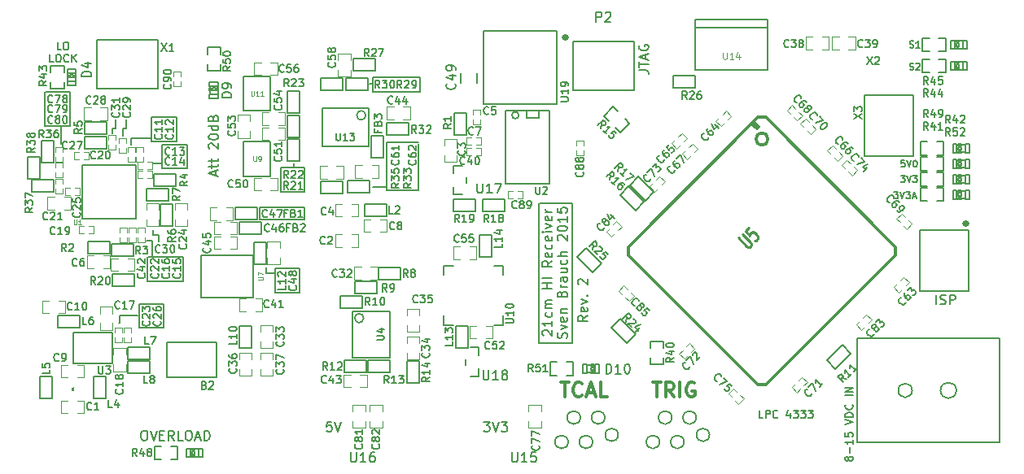
<source format=gbr>
G04 #@! TF.FileFunction,Legend,Top*
%FSLAX46Y46*%
G04 Gerber Fmt 4.6, Leading zero omitted, Abs format (unit mm)*
G04 Created by KiCad (PCBNEW (2015-03-23 BZR 5531)-product) date Tue 31 Mar 2015 22:50:38 CEST*
%MOMM*%
G01*
G04 APERTURE LIST*
%ADD10C,0.150000*%
%ADD11C,0.200000*%
%ADD12C,0.175000*%
%ADD13C,0.300000*%
%ADD14C,0.500000*%
%ADD15C,0.304800*%
%ADD16C,0.165100*%
%ADD17C,0.152400*%
%ADD18C,0.127000*%
%ADD19C,0.071120*%
%ADD20C,0.119380*%
%ADD21C,0.254000*%
%ADD22C,0.050000*%
%ADD23C,0.149860*%
%ADD24C,0.124460*%
%ADD25C,0.050800*%
%ADD26C,0.125000*%
G04 APERTURE END LIST*
D10*
X235852381Y-144195238D02*
X235376190Y-144528572D01*
X235852381Y-144766667D02*
X234852381Y-144766667D01*
X234852381Y-144385714D01*
X234900000Y-144290476D01*
X234947619Y-144242857D01*
X235042857Y-144195238D01*
X235185714Y-144195238D01*
X235280952Y-144242857D01*
X235328571Y-144290476D01*
X235376190Y-144385714D01*
X235376190Y-144766667D01*
X235804762Y-143385714D02*
X235852381Y-143480952D01*
X235852381Y-143671429D01*
X235804762Y-143766667D01*
X235709524Y-143814286D01*
X235328571Y-143814286D01*
X235233333Y-143766667D01*
X235185714Y-143671429D01*
X235185714Y-143480952D01*
X235233333Y-143385714D01*
X235328571Y-143338095D01*
X235423810Y-143338095D01*
X235519048Y-143814286D01*
X235185714Y-143004762D02*
X235852381Y-142766667D01*
X235185714Y-142528571D01*
X235757143Y-142147619D02*
X235804762Y-142100000D01*
X235852381Y-142147619D01*
X235804762Y-142195238D01*
X235757143Y-142147619D01*
X235852381Y-142147619D01*
X234947619Y-140957143D02*
X234900000Y-140909524D01*
X234852381Y-140814286D01*
X234852381Y-140576190D01*
X234900000Y-140480952D01*
X234947619Y-140433333D01*
X235042857Y-140385714D01*
X235138095Y-140385714D01*
X235280952Y-140433333D01*
X235852381Y-141004762D01*
X235852381Y-140385714D01*
D11*
X230800000Y-147100000D02*
X230800000Y-132500000D01*
X234300000Y-147100000D02*
X230900000Y-147100000D01*
X234300000Y-132500000D02*
X234300000Y-147100000D01*
X230900000Y-132500000D02*
X234300000Y-132500000D01*
D12*
X268833333Y-128039167D02*
X268500000Y-128039167D01*
X268466666Y-128372500D01*
X268500000Y-128339167D01*
X268566666Y-128305833D01*
X268733333Y-128305833D01*
X268800000Y-128339167D01*
X268833333Y-128372500D01*
X268866666Y-128439167D01*
X268866666Y-128605833D01*
X268833333Y-128672500D01*
X268800000Y-128705833D01*
X268733333Y-128739167D01*
X268566666Y-128739167D01*
X268500000Y-128705833D01*
X268466666Y-128672500D01*
X269066667Y-128039167D02*
X269300000Y-128739167D01*
X269533333Y-128039167D01*
X269900000Y-128039167D02*
X269966667Y-128039167D01*
X270033333Y-128072500D01*
X270066667Y-128105833D01*
X270100000Y-128172500D01*
X270133333Y-128305833D01*
X270133333Y-128472500D01*
X270100000Y-128605833D01*
X270066667Y-128672500D01*
X270033333Y-128705833D01*
X269966667Y-128739167D01*
X269900000Y-128739167D01*
X269833333Y-128705833D01*
X269800000Y-128672500D01*
X269766667Y-128605833D01*
X269733333Y-128472500D01*
X269733333Y-128305833D01*
X269766667Y-128172500D01*
X269800000Y-128105833D01*
X269833333Y-128072500D01*
X269900000Y-128039167D01*
X267733333Y-131316667D02*
X268166666Y-131316667D01*
X267933333Y-131583333D01*
X268033333Y-131583333D01*
X268100000Y-131616667D01*
X268133333Y-131650000D01*
X268166666Y-131716667D01*
X268166666Y-131883333D01*
X268133333Y-131950000D01*
X268100000Y-131983333D01*
X268033333Y-132016667D01*
X267833333Y-132016667D01*
X267766666Y-131983333D01*
X267733333Y-131950000D01*
X268366667Y-131316667D02*
X268600000Y-132016667D01*
X268833333Y-131316667D01*
X269000000Y-131316667D02*
X269433333Y-131316667D01*
X269200000Y-131583333D01*
X269300000Y-131583333D01*
X269366667Y-131616667D01*
X269400000Y-131650000D01*
X269433333Y-131716667D01*
X269433333Y-131883333D01*
X269400000Y-131950000D01*
X269366667Y-131983333D01*
X269300000Y-132016667D01*
X269100000Y-132016667D01*
X269033333Y-131983333D01*
X269000000Y-131950000D01*
X269700000Y-131816667D02*
X270033334Y-131816667D01*
X269633334Y-132016667D02*
X269866667Y-131316667D01*
X270100000Y-132016667D01*
D11*
X197166667Y-129595239D02*
X197166667Y-129119048D01*
X197452381Y-129690477D02*
X196452381Y-129357144D01*
X197452381Y-129023810D01*
X196785714Y-128833334D02*
X196785714Y-128452382D01*
X196452381Y-128690477D02*
X197309524Y-128690477D01*
X197404762Y-128642858D01*
X197452381Y-128547620D01*
X197452381Y-128452382D01*
X196785714Y-128261905D02*
X196785714Y-127880953D01*
X196452381Y-128119048D02*
X197309524Y-128119048D01*
X197404762Y-128071429D01*
X197452381Y-127976191D01*
X197452381Y-127880953D01*
X196547619Y-126833333D02*
X196500000Y-126785714D01*
X196452381Y-126690476D01*
X196452381Y-126452380D01*
X196500000Y-126357142D01*
X196547619Y-126309523D01*
X196642857Y-126261904D01*
X196738095Y-126261904D01*
X196880952Y-126309523D01*
X197452381Y-126880952D01*
X197452381Y-126261904D01*
X196452381Y-125642857D02*
X196452381Y-125547618D01*
X196500000Y-125452380D01*
X196547619Y-125404761D01*
X196642857Y-125357142D01*
X196833333Y-125309523D01*
X197071429Y-125309523D01*
X197261905Y-125357142D01*
X197357143Y-125404761D01*
X197404762Y-125452380D01*
X197452381Y-125547618D01*
X197452381Y-125642857D01*
X197404762Y-125738095D01*
X197357143Y-125785714D01*
X197261905Y-125833333D01*
X197071429Y-125880952D01*
X196833333Y-125880952D01*
X196642857Y-125833333D01*
X196547619Y-125785714D01*
X196500000Y-125738095D01*
X196452381Y-125642857D01*
X197452381Y-124452380D02*
X196452381Y-124452380D01*
X197404762Y-124452380D02*
X197452381Y-124547618D01*
X197452381Y-124738095D01*
X197404762Y-124833333D01*
X197357143Y-124880952D01*
X197261905Y-124928571D01*
X196976190Y-124928571D01*
X196880952Y-124880952D01*
X196833333Y-124833333D01*
X196785714Y-124738095D01*
X196785714Y-124547618D01*
X196833333Y-124452380D01*
X196928571Y-123642856D02*
X196976190Y-123499999D01*
X197023810Y-123452380D01*
X197119048Y-123404761D01*
X197261905Y-123404761D01*
X197357143Y-123452380D01*
X197404762Y-123499999D01*
X197452381Y-123595237D01*
X197452381Y-123976190D01*
X196452381Y-123976190D01*
X196452381Y-123642856D01*
X196500000Y-123547618D01*
X196547619Y-123499999D01*
X196642857Y-123452380D01*
X196738095Y-123452380D01*
X196833333Y-123499999D01*
X196880952Y-123547618D01*
X196928571Y-123642856D01*
X196928571Y-123976190D01*
X189666666Y-156202381D02*
X189857143Y-156202381D01*
X189952381Y-156250000D01*
X190047619Y-156345238D01*
X190095238Y-156535714D01*
X190095238Y-156869048D01*
X190047619Y-157059524D01*
X189952381Y-157154762D01*
X189857143Y-157202381D01*
X189666666Y-157202381D01*
X189571428Y-157154762D01*
X189476190Y-157059524D01*
X189428571Y-156869048D01*
X189428571Y-156535714D01*
X189476190Y-156345238D01*
X189571428Y-156250000D01*
X189666666Y-156202381D01*
X190380952Y-156202381D02*
X190714285Y-157202381D01*
X191047619Y-156202381D01*
X191380952Y-156678571D02*
X191714286Y-156678571D01*
X191857143Y-157202381D02*
X191380952Y-157202381D01*
X191380952Y-156202381D01*
X191857143Y-156202381D01*
X192857143Y-157202381D02*
X192523809Y-156726190D01*
X192285714Y-157202381D02*
X192285714Y-156202381D01*
X192666667Y-156202381D01*
X192761905Y-156250000D01*
X192809524Y-156297619D01*
X192857143Y-156392857D01*
X192857143Y-156535714D01*
X192809524Y-156630952D01*
X192761905Y-156678571D01*
X192666667Y-156726190D01*
X192285714Y-156726190D01*
X193761905Y-157202381D02*
X193285714Y-157202381D01*
X193285714Y-156202381D01*
X194285714Y-156202381D02*
X194476191Y-156202381D01*
X194571429Y-156250000D01*
X194666667Y-156345238D01*
X194714286Y-156535714D01*
X194714286Y-156869048D01*
X194666667Y-157059524D01*
X194571429Y-157154762D01*
X194476191Y-157202381D01*
X194285714Y-157202381D01*
X194190476Y-157154762D01*
X194095238Y-157059524D01*
X194047619Y-156869048D01*
X194047619Y-156535714D01*
X194095238Y-156345238D01*
X194190476Y-156250000D01*
X194285714Y-156202381D01*
X195095238Y-156916667D02*
X195571429Y-156916667D01*
X195000000Y-157202381D02*
X195333333Y-156202381D01*
X195666667Y-157202381D01*
X196000000Y-157202381D02*
X196000000Y-156202381D01*
X196238095Y-156202381D01*
X196380953Y-156250000D01*
X196476191Y-156345238D01*
X196523810Y-156440476D01*
X196571429Y-156630952D01*
X196571429Y-156773810D01*
X196523810Y-156964286D01*
X196476191Y-157059524D01*
X196380953Y-157154762D01*
X196238095Y-157202381D01*
X196000000Y-157202381D01*
X225075905Y-155281381D02*
X225694953Y-155281381D01*
X225361619Y-155662333D01*
X225504477Y-155662333D01*
X225599715Y-155709952D01*
X225647334Y-155757571D01*
X225694953Y-155852810D01*
X225694953Y-156090905D01*
X225647334Y-156186143D01*
X225599715Y-156233762D01*
X225504477Y-156281381D01*
X225218762Y-156281381D01*
X225123524Y-156233762D01*
X225075905Y-156186143D01*
X225980667Y-155281381D02*
X226314000Y-156281381D01*
X226647334Y-155281381D01*
X226885429Y-155281381D02*
X227504477Y-155281381D01*
X227171143Y-155662333D01*
X227314001Y-155662333D01*
X227409239Y-155709952D01*
X227456858Y-155757571D01*
X227504477Y-155852810D01*
X227504477Y-156090905D01*
X227456858Y-156186143D01*
X227409239Y-156233762D01*
X227314001Y-156281381D01*
X227028286Y-156281381D01*
X226933048Y-156233762D01*
X226885429Y-156186143D01*
X209232524Y-155281381D02*
X208756333Y-155281381D01*
X208708714Y-155757571D01*
X208756333Y-155709952D01*
X208851571Y-155662333D01*
X209089667Y-155662333D01*
X209184905Y-155709952D01*
X209232524Y-155757571D01*
X209280143Y-155852810D01*
X209280143Y-156090905D01*
X209232524Y-156186143D01*
X209184905Y-156233762D01*
X209089667Y-156281381D01*
X208851571Y-156281381D01*
X208756333Y-156233762D01*
X208708714Y-156186143D01*
X209565857Y-155281381D02*
X209899190Y-156281381D01*
X210232524Y-155281381D01*
D13*
X242614286Y-151178571D02*
X243471429Y-151178571D01*
X243042858Y-152678571D02*
X243042858Y-151178571D01*
X244828572Y-152678571D02*
X244328572Y-151964286D01*
X243971429Y-152678571D02*
X243971429Y-151178571D01*
X244542857Y-151178571D01*
X244685715Y-151250000D01*
X244757143Y-151321429D01*
X244828572Y-151464286D01*
X244828572Y-151678571D01*
X244757143Y-151821429D01*
X244685715Y-151892857D01*
X244542857Y-151964286D01*
X243971429Y-151964286D01*
X245471429Y-152678571D02*
X245471429Y-151178571D01*
X246971429Y-151250000D02*
X246828572Y-151178571D01*
X246614286Y-151178571D01*
X246400001Y-151250000D01*
X246257143Y-151392857D01*
X246185715Y-151535714D01*
X246114286Y-151821429D01*
X246114286Y-152035714D01*
X246185715Y-152321429D01*
X246257143Y-152464286D01*
X246400001Y-152607143D01*
X246614286Y-152678571D01*
X246757143Y-152678571D01*
X246971429Y-152607143D01*
X247042858Y-152535714D01*
X247042858Y-152035714D01*
X246757143Y-152035714D01*
X233071429Y-151178571D02*
X233928572Y-151178571D01*
X233500001Y-152678571D02*
X233500001Y-151178571D01*
X235285715Y-152535714D02*
X235214286Y-152607143D01*
X235000000Y-152678571D01*
X234857143Y-152678571D01*
X234642858Y-152607143D01*
X234500000Y-152464286D01*
X234428572Y-152321429D01*
X234357143Y-152035714D01*
X234357143Y-151821429D01*
X234428572Y-151535714D01*
X234500000Y-151392857D01*
X234642858Y-151250000D01*
X234857143Y-151178571D01*
X235000000Y-151178571D01*
X235214286Y-151250000D01*
X235285715Y-151321429D01*
X235857143Y-152250000D02*
X236571429Y-152250000D01*
X235714286Y-152678571D02*
X236214286Y-151178571D01*
X236714286Y-152678571D01*
X237928572Y-152678571D02*
X237214286Y-152678571D01*
X237214286Y-151178571D01*
D11*
X218300000Y-131200000D02*
X218300000Y-131100000D01*
X218200000Y-131200000D02*
X218300000Y-131200000D01*
X216700000Y-131200000D02*
X218300000Y-131200000D01*
X213500000Y-130800000D02*
X215000000Y-130800000D01*
X201800000Y-134200000D02*
X201800000Y-132900000D01*
X206400000Y-134200000D02*
X201800000Y-134200000D01*
X206400000Y-132900000D02*
X206400000Y-134200000D01*
X201800000Y-132900000D02*
X206400000Y-132900000D01*
D10*
X254119048Y-154861905D02*
X253738095Y-154861905D01*
X253738095Y-154061905D01*
X254385714Y-154861905D02*
X254385714Y-154061905D01*
X254690476Y-154061905D01*
X254766667Y-154100000D01*
X254804762Y-154138095D01*
X254842857Y-154214286D01*
X254842857Y-154328571D01*
X254804762Y-154404762D01*
X254766667Y-154442857D01*
X254690476Y-154480952D01*
X254385714Y-154480952D01*
X255642857Y-154785714D02*
X255604762Y-154823810D01*
X255490476Y-154861905D01*
X255414286Y-154861905D01*
X255300000Y-154823810D01*
X255223809Y-154747619D01*
X255185714Y-154671429D01*
X255147619Y-154519048D01*
X255147619Y-154404762D01*
X255185714Y-154252381D01*
X255223809Y-154176190D01*
X255300000Y-154100000D01*
X255414286Y-154061905D01*
X255490476Y-154061905D01*
X255604762Y-154100000D01*
X255642857Y-154138095D01*
X256938095Y-154328571D02*
X256938095Y-154861905D01*
X256747619Y-154023810D02*
X256557143Y-154595238D01*
X257052381Y-154595238D01*
X257280953Y-154061905D02*
X257776191Y-154061905D01*
X257509524Y-154366667D01*
X257623810Y-154366667D01*
X257700000Y-154404762D01*
X257738096Y-154442857D01*
X257776191Y-154519048D01*
X257776191Y-154709524D01*
X257738096Y-154785714D01*
X257700000Y-154823810D01*
X257623810Y-154861905D01*
X257395238Y-154861905D01*
X257319048Y-154823810D01*
X257280953Y-154785714D01*
X258042858Y-154061905D02*
X258538096Y-154061905D01*
X258271429Y-154366667D01*
X258385715Y-154366667D01*
X258461905Y-154404762D01*
X258500001Y-154442857D01*
X258538096Y-154519048D01*
X258538096Y-154709524D01*
X258500001Y-154785714D01*
X258461905Y-154823810D01*
X258385715Y-154861905D01*
X258157143Y-154861905D01*
X258080953Y-154823810D01*
X258042858Y-154785714D01*
X258804763Y-154061905D02*
X259300001Y-154061905D01*
X259033334Y-154366667D01*
X259147620Y-154366667D01*
X259223810Y-154404762D01*
X259261906Y-154442857D01*
X259300001Y-154519048D01*
X259300001Y-154709524D01*
X259261906Y-154785714D01*
X259223810Y-154823810D01*
X259147620Y-154861905D01*
X258919048Y-154861905D01*
X258842858Y-154823810D01*
X258804763Y-154785714D01*
X263004762Y-159195238D02*
X262966667Y-159271429D01*
X262928571Y-159309524D01*
X262852381Y-159347619D01*
X262814286Y-159347619D01*
X262738095Y-159309524D01*
X262700000Y-159271429D01*
X262661905Y-159195238D01*
X262661905Y-159042857D01*
X262700000Y-158966667D01*
X262738095Y-158928571D01*
X262814286Y-158890476D01*
X262852381Y-158890476D01*
X262928571Y-158928571D01*
X262966667Y-158966667D01*
X263004762Y-159042857D01*
X263004762Y-159195238D01*
X263042857Y-159271429D01*
X263080952Y-159309524D01*
X263157143Y-159347619D01*
X263309524Y-159347619D01*
X263385714Y-159309524D01*
X263423810Y-159271429D01*
X263461905Y-159195238D01*
X263461905Y-159042857D01*
X263423810Y-158966667D01*
X263385714Y-158928571D01*
X263309524Y-158890476D01*
X263157143Y-158890476D01*
X263080952Y-158928571D01*
X263042857Y-158966667D01*
X263004762Y-159042857D01*
X263157143Y-158547619D02*
X263157143Y-157938095D01*
X263461905Y-157138095D02*
X263461905Y-157595238D01*
X263461905Y-157366667D02*
X262661905Y-157366667D01*
X262776190Y-157442857D01*
X262852381Y-157519048D01*
X262890476Y-157595238D01*
X262661905Y-156414285D02*
X262661905Y-156795238D01*
X263042857Y-156833333D01*
X263004762Y-156795238D01*
X262966667Y-156719047D01*
X262966667Y-156528571D01*
X263004762Y-156452381D01*
X263042857Y-156414285D01*
X263119048Y-156376190D01*
X263309524Y-156376190D01*
X263385714Y-156414285D01*
X263423810Y-156452381D01*
X263461905Y-156528571D01*
X263461905Y-156719047D01*
X263423810Y-156795238D01*
X263385714Y-156833333D01*
X262661905Y-155538095D02*
X263461905Y-155271428D01*
X262661905Y-155004761D01*
X263461905Y-154738095D02*
X262661905Y-154738095D01*
X262661905Y-154547619D01*
X262700000Y-154433333D01*
X262776190Y-154357142D01*
X262852381Y-154319047D01*
X263004762Y-154280952D01*
X263119048Y-154280952D01*
X263271429Y-154319047D01*
X263347619Y-154357142D01*
X263423810Y-154433333D01*
X263461905Y-154547619D01*
X263461905Y-154738095D01*
X263385714Y-153480952D02*
X263423810Y-153519047D01*
X263461905Y-153633333D01*
X263461905Y-153709523D01*
X263423810Y-153823809D01*
X263347619Y-153900000D01*
X263271429Y-153938095D01*
X263119048Y-153976190D01*
X263004762Y-153976190D01*
X262852381Y-153938095D01*
X262776190Y-153900000D01*
X262700000Y-153823809D01*
X262661905Y-153709523D01*
X262661905Y-153633333D01*
X262700000Y-153519047D01*
X262738095Y-153480952D01*
X263461905Y-152528571D02*
X262661905Y-152528571D01*
X263461905Y-152147619D02*
X262661905Y-152147619D01*
X263461905Y-151690476D01*
X262661905Y-151690476D01*
D11*
X215000000Y-131200000D02*
X216700000Y-131200000D01*
X215000000Y-126200000D02*
X218300000Y-126200000D01*
X215000000Y-131200000D02*
X215000000Y-126200000D01*
X218300000Y-126300000D02*
X218300000Y-131100000D01*
X213500000Y-120100000D02*
X213200000Y-120100000D01*
X213500000Y-120900000D02*
X213500000Y-119400000D01*
X218400000Y-120900000D02*
X213500000Y-120900000D01*
X218400000Y-119400000D02*
X218400000Y-120900000D01*
X213500000Y-119400000D02*
X218400000Y-119400000D01*
X205300000Y-128800000D02*
X205300000Y-128400000D01*
X204000000Y-128800000D02*
X204000000Y-128900000D01*
X206400000Y-128800000D02*
X204000000Y-128800000D01*
X206400000Y-131300000D02*
X206400000Y-128800000D01*
X204000000Y-131300000D02*
X206400000Y-131300000D01*
X204000000Y-128800000D02*
X204000000Y-131300000D01*
X202400000Y-139800000D02*
X202400000Y-139200000D01*
X203300000Y-139800000D02*
X202400000Y-139800000D01*
X203400000Y-139300000D02*
X203500000Y-139300000D01*
X203400000Y-141800000D02*
X203400000Y-139300000D01*
X205900000Y-141800000D02*
X203400000Y-141800000D01*
X205900000Y-139300000D02*
X205900000Y-141800000D01*
X203400000Y-139300000D02*
X205900000Y-139300000D01*
X191600000Y-128400000D02*
X190700000Y-128400000D01*
X191600000Y-126400000D02*
X191600000Y-126500000D01*
X194200000Y-126400000D02*
X191600000Y-126400000D01*
X194200000Y-128900000D02*
X194200000Y-126400000D01*
X191600000Y-128900000D02*
X194200000Y-128900000D01*
X191600000Y-128800000D02*
X191600000Y-128900000D01*
X191600000Y-128700000D02*
X191600000Y-128800000D01*
X191600000Y-126400000D02*
X191600000Y-128700000D01*
X189700000Y-125700000D02*
X190500000Y-125700000D01*
X190500000Y-123500000D02*
X190600000Y-123500000D01*
X190500000Y-126100000D02*
X190500000Y-123500000D01*
X193100000Y-126100000D02*
X190500000Y-126100000D01*
X193100000Y-123500000D02*
X193100000Y-126100000D01*
X190600000Y-123500000D02*
X193100000Y-123500000D01*
X191300000Y-135800000D02*
X191300000Y-136500000D01*
X190700000Y-135800000D02*
X191300000Y-135800000D01*
X190700000Y-135300000D02*
X190700000Y-135800000D01*
X187200000Y-145000000D02*
X187100000Y-145000000D01*
X187200000Y-144200000D02*
X187200000Y-145000000D01*
X189100000Y-144200000D02*
X187200000Y-144200000D01*
X189200000Y-145500000D02*
X189200000Y-143000000D01*
X191800000Y-145500000D02*
X189200000Y-145500000D01*
X191800000Y-143000000D02*
X191800000Y-145500000D01*
X189200000Y-143000000D02*
X191800000Y-143000000D01*
X190600000Y-136400000D02*
X190600000Y-138000000D01*
X190000000Y-136400000D02*
X190600000Y-136400000D01*
X190100000Y-140600000D02*
X190100000Y-138100000D01*
X193800000Y-140600000D02*
X190100000Y-140600000D01*
X193800000Y-138100000D02*
X193800000Y-140600000D01*
X193700000Y-138100000D02*
X193800000Y-138100000D01*
X190200000Y-138100000D02*
X193700000Y-138100000D01*
X181100000Y-124500000D02*
X181100000Y-126300000D01*
X179400000Y-124500000D02*
X179400000Y-120900000D01*
X182000000Y-124500000D02*
X179400000Y-124500000D01*
X182000000Y-124300000D02*
X182000000Y-124500000D01*
X182000000Y-120900000D02*
X182000000Y-124300000D01*
X179500000Y-120900000D02*
X182000000Y-120900000D01*
X188400000Y-126300000D02*
X188400000Y-126200000D01*
X188400000Y-126400000D02*
X188400000Y-126300000D01*
X188400000Y-125700000D02*
X188400000Y-126200000D01*
X189700000Y-125700000D02*
X188400000Y-125700000D01*
X187500000Y-124700000D02*
X187500000Y-125500000D01*
X187900000Y-124700000D02*
X187500000Y-124700000D01*
X187900000Y-123800000D02*
X187900000Y-124700000D01*
X186400000Y-124700000D02*
X186400000Y-125200000D01*
X186800000Y-124700000D02*
X186400000Y-124700000D01*
X186800000Y-123800000D02*
X186800000Y-124700000D01*
D10*
X231272619Y-146273810D02*
X231225000Y-146226191D01*
X231177381Y-146130953D01*
X231177381Y-145892857D01*
X231225000Y-145797619D01*
X231272619Y-145750000D01*
X231367857Y-145702381D01*
X231463095Y-145702381D01*
X231605952Y-145750000D01*
X232177381Y-146321429D01*
X232177381Y-145702381D01*
X232177381Y-144750000D02*
X232177381Y-145321429D01*
X232177381Y-145035715D02*
X231177381Y-145035715D01*
X231320238Y-145130953D01*
X231415476Y-145226191D01*
X231463095Y-145321429D01*
X232129762Y-143892857D02*
X232177381Y-143988095D01*
X232177381Y-144178572D01*
X232129762Y-144273810D01*
X232082143Y-144321429D01*
X231986905Y-144369048D01*
X231701190Y-144369048D01*
X231605952Y-144321429D01*
X231558333Y-144273810D01*
X231510714Y-144178572D01*
X231510714Y-143988095D01*
X231558333Y-143892857D01*
X232177381Y-143464286D02*
X231510714Y-143464286D01*
X231605952Y-143464286D02*
X231558333Y-143416667D01*
X231510714Y-143321429D01*
X231510714Y-143178571D01*
X231558333Y-143083333D01*
X231653571Y-143035714D01*
X232177381Y-143035714D01*
X231653571Y-143035714D02*
X231558333Y-142988095D01*
X231510714Y-142892857D01*
X231510714Y-142750000D01*
X231558333Y-142654762D01*
X231653571Y-142607143D01*
X232177381Y-142607143D01*
X232177381Y-141369048D02*
X231177381Y-141369048D01*
X231653571Y-141369048D02*
X231653571Y-140797619D01*
X232177381Y-140797619D02*
X231177381Y-140797619D01*
X232177381Y-140321429D02*
X231177381Y-140321429D01*
X232177381Y-138511905D02*
X231701190Y-138845239D01*
X232177381Y-139083334D02*
X231177381Y-139083334D01*
X231177381Y-138702381D01*
X231225000Y-138607143D01*
X231272619Y-138559524D01*
X231367857Y-138511905D01*
X231510714Y-138511905D01*
X231605952Y-138559524D01*
X231653571Y-138607143D01*
X231701190Y-138702381D01*
X231701190Y-139083334D01*
X232129762Y-137702381D02*
X232177381Y-137797619D01*
X232177381Y-137988096D01*
X232129762Y-138083334D01*
X232034524Y-138130953D01*
X231653571Y-138130953D01*
X231558333Y-138083334D01*
X231510714Y-137988096D01*
X231510714Y-137797619D01*
X231558333Y-137702381D01*
X231653571Y-137654762D01*
X231748810Y-137654762D01*
X231844048Y-138130953D01*
X232129762Y-136797619D02*
X232177381Y-136892857D01*
X232177381Y-137083334D01*
X232129762Y-137178572D01*
X232082143Y-137226191D01*
X231986905Y-137273810D01*
X231701190Y-137273810D01*
X231605952Y-137226191D01*
X231558333Y-137178572D01*
X231510714Y-137083334D01*
X231510714Y-136892857D01*
X231558333Y-136797619D01*
X232129762Y-135988095D02*
X232177381Y-136083333D01*
X232177381Y-136273810D01*
X232129762Y-136369048D01*
X232034524Y-136416667D01*
X231653571Y-136416667D01*
X231558333Y-136369048D01*
X231510714Y-136273810D01*
X231510714Y-136083333D01*
X231558333Y-135988095D01*
X231653571Y-135940476D01*
X231748810Y-135940476D01*
X231844048Y-136416667D01*
X232177381Y-135511905D02*
X231510714Y-135511905D01*
X231177381Y-135511905D02*
X231225000Y-135559524D01*
X231272619Y-135511905D01*
X231225000Y-135464286D01*
X231177381Y-135511905D01*
X231272619Y-135511905D01*
X231510714Y-135130953D02*
X232177381Y-134892858D01*
X231510714Y-134654762D01*
X232129762Y-133892857D02*
X232177381Y-133988095D01*
X232177381Y-134178572D01*
X232129762Y-134273810D01*
X232034524Y-134321429D01*
X231653571Y-134321429D01*
X231558333Y-134273810D01*
X231510714Y-134178572D01*
X231510714Y-133988095D01*
X231558333Y-133892857D01*
X231653571Y-133845238D01*
X231748810Y-133845238D01*
X231844048Y-134321429D01*
X232177381Y-133416667D02*
X231510714Y-133416667D01*
X231701190Y-133416667D02*
X231605952Y-133369048D01*
X231558333Y-133321429D01*
X231510714Y-133226191D01*
X231510714Y-133130952D01*
X233679762Y-146559525D02*
X233727381Y-146416668D01*
X233727381Y-146178572D01*
X233679762Y-146083334D01*
X233632143Y-146035715D01*
X233536905Y-145988096D01*
X233441667Y-145988096D01*
X233346429Y-146035715D01*
X233298810Y-146083334D01*
X233251190Y-146178572D01*
X233203571Y-146369049D01*
X233155952Y-146464287D01*
X233108333Y-146511906D01*
X233013095Y-146559525D01*
X232917857Y-146559525D01*
X232822619Y-146511906D01*
X232775000Y-146464287D01*
X232727381Y-146369049D01*
X232727381Y-146130953D01*
X232775000Y-145988096D01*
X233060714Y-145654763D02*
X233727381Y-145416668D01*
X233060714Y-145178572D01*
X233679762Y-144416667D02*
X233727381Y-144511905D01*
X233727381Y-144702382D01*
X233679762Y-144797620D01*
X233584524Y-144845239D01*
X233203571Y-144845239D01*
X233108333Y-144797620D01*
X233060714Y-144702382D01*
X233060714Y-144511905D01*
X233108333Y-144416667D01*
X233203571Y-144369048D01*
X233298810Y-144369048D01*
X233394048Y-144845239D01*
X233060714Y-143940477D02*
X233727381Y-143940477D01*
X233155952Y-143940477D02*
X233108333Y-143892858D01*
X233060714Y-143797620D01*
X233060714Y-143654762D01*
X233108333Y-143559524D01*
X233203571Y-143511905D01*
X233727381Y-143511905D01*
X233203571Y-141940476D02*
X233251190Y-141797619D01*
X233298810Y-141750000D01*
X233394048Y-141702381D01*
X233536905Y-141702381D01*
X233632143Y-141750000D01*
X233679762Y-141797619D01*
X233727381Y-141892857D01*
X233727381Y-142273810D01*
X232727381Y-142273810D01*
X232727381Y-141940476D01*
X232775000Y-141845238D01*
X232822619Y-141797619D01*
X232917857Y-141750000D01*
X233013095Y-141750000D01*
X233108333Y-141797619D01*
X233155952Y-141845238D01*
X233203571Y-141940476D01*
X233203571Y-142273810D01*
X233727381Y-141273810D02*
X233060714Y-141273810D01*
X233251190Y-141273810D02*
X233155952Y-141226191D01*
X233108333Y-141178572D01*
X233060714Y-141083334D01*
X233060714Y-140988095D01*
X233727381Y-140226190D02*
X233203571Y-140226190D01*
X233108333Y-140273809D01*
X233060714Y-140369047D01*
X233060714Y-140559524D01*
X233108333Y-140654762D01*
X233679762Y-140226190D02*
X233727381Y-140321428D01*
X233727381Y-140559524D01*
X233679762Y-140654762D01*
X233584524Y-140702381D01*
X233489286Y-140702381D01*
X233394048Y-140654762D01*
X233346429Y-140559524D01*
X233346429Y-140321428D01*
X233298810Y-140226190D01*
X233060714Y-139321428D02*
X233727381Y-139321428D01*
X233060714Y-139750000D02*
X233584524Y-139750000D01*
X233679762Y-139702381D01*
X233727381Y-139607143D01*
X233727381Y-139464285D01*
X233679762Y-139369047D01*
X233632143Y-139321428D01*
X233679762Y-138416666D02*
X233727381Y-138511904D01*
X233727381Y-138702381D01*
X233679762Y-138797619D01*
X233632143Y-138845238D01*
X233536905Y-138892857D01*
X233251190Y-138892857D01*
X233155952Y-138845238D01*
X233108333Y-138797619D01*
X233060714Y-138702381D01*
X233060714Y-138511904D01*
X233108333Y-138416666D01*
X233727381Y-137988095D02*
X232727381Y-137988095D01*
X233727381Y-137559523D02*
X233203571Y-137559523D01*
X233108333Y-137607142D01*
X233060714Y-137702380D01*
X233060714Y-137845238D01*
X233108333Y-137940476D01*
X233155952Y-137988095D01*
X232822619Y-136369047D02*
X232775000Y-136321428D01*
X232727381Y-136226190D01*
X232727381Y-135988094D01*
X232775000Y-135892856D01*
X232822619Y-135845237D01*
X232917857Y-135797618D01*
X233013095Y-135797618D01*
X233155952Y-135845237D01*
X233727381Y-136416666D01*
X233727381Y-135797618D01*
X232727381Y-135178571D02*
X232727381Y-135083332D01*
X232775000Y-134988094D01*
X232822619Y-134940475D01*
X232917857Y-134892856D01*
X233108333Y-134845237D01*
X233346429Y-134845237D01*
X233536905Y-134892856D01*
X233632143Y-134940475D01*
X233679762Y-134988094D01*
X233727381Y-135083332D01*
X233727381Y-135178571D01*
X233679762Y-135273809D01*
X233632143Y-135321428D01*
X233536905Y-135369047D01*
X233346429Y-135416666D01*
X233108333Y-135416666D01*
X232917857Y-135369047D01*
X232822619Y-135321428D01*
X232775000Y-135273809D01*
X232727381Y-135178571D01*
X233727381Y-133892856D02*
X233727381Y-134464285D01*
X233727381Y-134178571D02*
X232727381Y-134178571D01*
X232870238Y-134273809D01*
X232965476Y-134369047D01*
X233013095Y-134464285D01*
X232727381Y-132988094D02*
X232727381Y-133464285D01*
X233203571Y-133511904D01*
X233155952Y-133464285D01*
X233108333Y-133369047D01*
X233108333Y-133130951D01*
X233155952Y-133035713D01*
X233203571Y-132988094D01*
X233298810Y-132940475D01*
X233536905Y-132940475D01*
X233632143Y-132988094D01*
X233679762Y-133035713D01*
X233727381Y-133130951D01*
X233727381Y-133369047D01*
X233679762Y-133464285D01*
X233632143Y-133511904D01*
D12*
X269366666Y-118583333D02*
X269466666Y-118616667D01*
X269633333Y-118616667D01*
X269700000Y-118583333D01*
X269733333Y-118550000D01*
X269766666Y-118483333D01*
X269766666Y-118416667D01*
X269733333Y-118350000D01*
X269700000Y-118316667D01*
X269633333Y-118283333D01*
X269500000Y-118250000D01*
X269433333Y-118216667D01*
X269400000Y-118183333D01*
X269366666Y-118116667D01*
X269366666Y-118050000D01*
X269400000Y-117983333D01*
X269433333Y-117950000D01*
X269500000Y-117916667D01*
X269666666Y-117916667D01*
X269766666Y-117950000D01*
X270033333Y-117983333D02*
X270066667Y-117950000D01*
X270133333Y-117916667D01*
X270300000Y-117916667D01*
X270366667Y-117950000D01*
X270400000Y-117983333D01*
X270433333Y-118050000D01*
X270433333Y-118116667D01*
X270400000Y-118216667D01*
X270000000Y-118616667D01*
X270433333Y-118616667D01*
X269366666Y-116283333D02*
X269466666Y-116316667D01*
X269633333Y-116316667D01*
X269700000Y-116283333D01*
X269733333Y-116250000D01*
X269766666Y-116183333D01*
X269766666Y-116116667D01*
X269733333Y-116050000D01*
X269700000Y-116016667D01*
X269633333Y-115983333D01*
X269500000Y-115950000D01*
X269433333Y-115916667D01*
X269400000Y-115883333D01*
X269366666Y-115816667D01*
X269366666Y-115750000D01*
X269400000Y-115683333D01*
X269433333Y-115650000D01*
X269500000Y-115616667D01*
X269666666Y-115616667D01*
X269766666Y-115650000D01*
X270433333Y-116316667D02*
X270033333Y-116316667D01*
X270233333Y-116316667D02*
X270233333Y-115616667D01*
X270166667Y-115716667D01*
X270100000Y-115783333D01*
X270033333Y-115816667D01*
X268433333Y-129616667D02*
X268866666Y-129616667D01*
X268633333Y-129883333D01*
X268733333Y-129883333D01*
X268800000Y-129916667D01*
X268833333Y-129950000D01*
X268866666Y-130016667D01*
X268866666Y-130183333D01*
X268833333Y-130250000D01*
X268800000Y-130283333D01*
X268733333Y-130316667D01*
X268533333Y-130316667D01*
X268466666Y-130283333D01*
X268433333Y-130250000D01*
X269066667Y-129616667D02*
X269300000Y-130316667D01*
X269533333Y-129616667D01*
X269700000Y-129616667D02*
X270133333Y-129616667D01*
X269900000Y-129883333D01*
X270000000Y-129883333D01*
X270066667Y-129916667D01*
X270100000Y-129950000D01*
X270133333Y-130016667D01*
X270133333Y-130183333D01*
X270100000Y-130250000D01*
X270066667Y-130283333D01*
X270000000Y-130316667D01*
X269800000Y-130316667D01*
X269733333Y-130283333D01*
X269700000Y-130250000D01*
X181128572Y-116514405D02*
X180747619Y-116514405D01*
X180747619Y-115714405D01*
X181547619Y-115714405D02*
X181700000Y-115714405D01*
X181776191Y-115752500D01*
X181852381Y-115828690D01*
X181890476Y-115981071D01*
X181890476Y-116247738D01*
X181852381Y-116400119D01*
X181776191Y-116476310D01*
X181700000Y-116514405D01*
X181547619Y-116514405D01*
X181471429Y-116476310D01*
X181395238Y-116400119D01*
X181357143Y-116247738D01*
X181357143Y-115981071D01*
X181395238Y-115828690D01*
X181471429Y-115752500D01*
X181547619Y-115714405D01*
X180328572Y-117809405D02*
X179947619Y-117809405D01*
X179947619Y-117009405D01*
X180747619Y-117009405D02*
X180900000Y-117009405D01*
X180976191Y-117047500D01*
X181052381Y-117123690D01*
X181090476Y-117276071D01*
X181090476Y-117542738D01*
X181052381Y-117695119D01*
X180976191Y-117771310D01*
X180900000Y-117809405D01*
X180747619Y-117809405D01*
X180671429Y-117771310D01*
X180595238Y-117695119D01*
X180557143Y-117542738D01*
X180557143Y-117276071D01*
X180595238Y-117123690D01*
X180671429Y-117047500D01*
X180747619Y-117009405D01*
X181890476Y-117733214D02*
X181852381Y-117771310D01*
X181738095Y-117809405D01*
X181661905Y-117809405D01*
X181547619Y-117771310D01*
X181471428Y-117695119D01*
X181433333Y-117618929D01*
X181395238Y-117466548D01*
X181395238Y-117352262D01*
X181433333Y-117199881D01*
X181471428Y-117123690D01*
X181547619Y-117047500D01*
X181661905Y-117009405D01*
X181738095Y-117009405D01*
X181852381Y-117047500D01*
X181890476Y-117085595D01*
X182233333Y-117809405D02*
X182233333Y-117009405D01*
X182690476Y-117809405D02*
X182347619Y-117352262D01*
X182690476Y-117009405D02*
X182233333Y-117466548D01*
D14*
X275200000Y-134514286D02*
X275295239Y-134609524D01*
X275200000Y-134704762D01*
X275104762Y-134609524D01*
X275200000Y-134514286D01*
X275200000Y-134704762D01*
D12*
X272123810Y-143052381D02*
X272123810Y-142052381D01*
X272552381Y-143004762D02*
X272695238Y-143052381D01*
X272933334Y-143052381D01*
X273028572Y-143004762D01*
X273076191Y-142957143D01*
X273123810Y-142861905D01*
X273123810Y-142766667D01*
X273076191Y-142671429D01*
X273028572Y-142623810D01*
X272933334Y-142576190D01*
X272742857Y-142528571D01*
X272647619Y-142480952D01*
X272600000Y-142433333D01*
X272552381Y-142338095D01*
X272552381Y-142242857D01*
X272600000Y-142147619D01*
X272647619Y-142100000D01*
X272742857Y-142052381D01*
X272980953Y-142052381D01*
X273123810Y-142100000D01*
X273552381Y-143052381D02*
X273552381Y-142052381D01*
X273933334Y-142052381D01*
X274028572Y-142100000D01*
X274076191Y-142147619D01*
X274123810Y-142242857D01*
X274123810Y-142385714D01*
X274076191Y-142480952D01*
X274028572Y-142528571D01*
X273933334Y-142576190D01*
X273552381Y-142576190D01*
D14*
X233464286Y-115250000D02*
X233559524Y-115154761D01*
X233654762Y-115250000D01*
X233559524Y-115345238D01*
X233464286Y-115250000D01*
X233654762Y-115250000D01*
D12*
X241202381Y-118666666D02*
X241916667Y-118666666D01*
X242059524Y-118714286D01*
X242154762Y-118809524D01*
X242202381Y-118952381D01*
X242202381Y-119047619D01*
X241202381Y-118333333D02*
X241202381Y-117761904D01*
X242202381Y-118047619D02*
X241202381Y-118047619D01*
X241916667Y-117476190D02*
X241916667Y-116999999D01*
X242202381Y-117571428D02*
X241202381Y-117238095D01*
X242202381Y-116904761D01*
X241250000Y-116047618D02*
X241202381Y-116142856D01*
X241202381Y-116285713D01*
X241250000Y-116428571D01*
X241345238Y-116523809D01*
X241440476Y-116571428D01*
X241630952Y-116619047D01*
X241773810Y-116619047D01*
X241964286Y-116571428D01*
X242059524Y-116523809D01*
X242154762Y-116428571D01*
X242202381Y-116285713D01*
X242202381Y-116190475D01*
X242154762Y-116047618D01*
X242107143Y-115999999D01*
X241773810Y-115999999D01*
X241773810Y-116190475D01*
D15*
X254635000Y-125825667D02*
G75*
G03X254635000Y-125825667I-635000J0D01*
G01*
X253461185Y-124748036D02*
X253622829Y-124586392D01*
X253622829Y-124586392D02*
X253084014Y-124047576D01*
X252922369Y-124209221D02*
X253461185Y-124748036D01*
X240080603Y-137050987D02*
X240080603Y-137949013D01*
X240080603Y-137949013D02*
X253550987Y-151419397D01*
X253550987Y-151419397D02*
X254449013Y-151419397D01*
X254449013Y-151419397D02*
X267919397Y-137949013D01*
X267919397Y-137949013D02*
X267919397Y-137050987D01*
X267919397Y-137050987D02*
X254449013Y-123580603D01*
X254449013Y-123580603D02*
X253550987Y-123580603D01*
X253550987Y-123580603D02*
X240080603Y-137050987D01*
D16*
X231902000Y-130456000D02*
X231902000Y-122836000D01*
X227330000Y-122836000D02*
X227330000Y-130456000D01*
X231902000Y-130456000D02*
X227330000Y-130456000D01*
D17*
X227330000Y-122836000D02*
X231902000Y-122836000D01*
D18*
X228705210Y-123344000D02*
G75*
G03X228705210Y-123344000I-359210J0D01*
G01*
X230759000Y-122836000D02*
X230759000Y-123598000D01*
X230759000Y-123598000D02*
X229489000Y-123598000D01*
X229489000Y-123598000D02*
X229489000Y-122836000D01*
D19*
X228096420Y-131219000D02*
X227588420Y-131219000D01*
X227588420Y-131219000D02*
X227588420Y-131981000D01*
X227588420Y-131981000D02*
X228096420Y-131981000D01*
X228604420Y-131219000D02*
X229112420Y-131219000D01*
X229112420Y-131219000D02*
X229112420Y-131981000D01*
X229112420Y-131981000D02*
X228604420Y-131981000D01*
D18*
X180757000Y-144165000D02*
X183043000Y-144165000D01*
X183043000Y-144165000D02*
X183043000Y-145435000D01*
X183043000Y-145435000D02*
X180757000Y-145435000D01*
X180757000Y-145435000D02*
X180757000Y-144165000D01*
X242379500Y-148582380D02*
X242379500Y-149288500D01*
X242379500Y-149288500D02*
X243776500Y-149288500D01*
X243776500Y-149288500D02*
X243776500Y-148582380D01*
X242379500Y-146875500D02*
X242379500Y-147581620D01*
X242379500Y-146875500D02*
X243776500Y-146875500D01*
X243776500Y-146875500D02*
X243776500Y-147581620D01*
D10*
X192100000Y-150600000D02*
X192100000Y-147000000D01*
X192100000Y-147000000D02*
X197300000Y-147000000D01*
X197300000Y-147000000D02*
X197300000Y-150600000D01*
X197300000Y-150600000D02*
X192100000Y-150600000D01*
D20*
X182800380Y-154350240D02*
X183498880Y-154350240D01*
X181799620Y-154350240D02*
X181101120Y-154350240D01*
X182800380Y-153049760D02*
X183498880Y-153049760D01*
X181101120Y-153049760D02*
X181799620Y-153049760D01*
X183498880Y-153065000D02*
X183498880Y-154335000D01*
X181101120Y-154335000D02*
X181101120Y-153065000D01*
X211300380Y-137050240D02*
X211998880Y-137050240D01*
X210299620Y-137050240D02*
X209601120Y-137050240D01*
X211300380Y-135749760D02*
X211998880Y-135749760D01*
X209601120Y-135749760D02*
X210299620Y-135749760D01*
X211998880Y-135765000D02*
X211998880Y-137035000D01*
X209601120Y-137035000D02*
X209601120Y-135765000D01*
D19*
X224254000Y-127481000D02*
X224762000Y-127481000D01*
X224762000Y-127481000D02*
X224762000Y-126719000D01*
X224762000Y-126719000D02*
X224254000Y-126719000D01*
X223746000Y-127481000D02*
X223238000Y-127481000D01*
X223238000Y-127481000D02*
X223238000Y-126719000D01*
X223238000Y-126719000D02*
X223746000Y-126719000D01*
D20*
X210299620Y-132599760D02*
X209601120Y-132599760D01*
X211300380Y-132599760D02*
X211998880Y-132599760D01*
X210299620Y-133900240D02*
X209601120Y-133900240D01*
X211998880Y-133900240D02*
X211300380Y-133900240D01*
X209601120Y-133885000D02*
X209601120Y-132615000D01*
X211998880Y-132615000D02*
X211998880Y-133885000D01*
D19*
X223919000Y-123803580D02*
X223919000Y-124311580D01*
X223919000Y-124311580D02*
X224681000Y-124311580D01*
X224681000Y-124311580D02*
X224681000Y-123803580D01*
X223919000Y-123295580D02*
X223919000Y-122787580D01*
X223919000Y-122787580D02*
X224681000Y-122787580D01*
X224681000Y-122787580D02*
X224681000Y-123295580D01*
D20*
X185500380Y-139250240D02*
X186198880Y-139250240D01*
X184499620Y-139250240D02*
X183801120Y-139250240D01*
X185500380Y-137949760D02*
X186198880Y-137949760D01*
X183801120Y-137949760D02*
X184499620Y-137949760D01*
X186198880Y-137965000D02*
X186198880Y-139235000D01*
X183801120Y-139235000D02*
X183801120Y-137965000D01*
D19*
X223746000Y-125619000D02*
X223238000Y-125619000D01*
X223238000Y-125619000D02*
X223238000Y-126381000D01*
X223238000Y-126381000D02*
X223746000Y-126381000D01*
X224254000Y-125619000D02*
X224762000Y-125619000D01*
X224762000Y-125619000D02*
X224762000Y-126381000D01*
X224762000Y-126381000D02*
X224254000Y-126381000D01*
D20*
X213299620Y-134199760D02*
X212601120Y-134199760D01*
X214300380Y-134199760D02*
X214998880Y-134199760D01*
X213299620Y-135500240D02*
X212601120Y-135500240D01*
X214998880Y-135500240D02*
X214300380Y-135500240D01*
X212601120Y-135485000D02*
X212601120Y-134215000D01*
X214998880Y-134215000D02*
X214998880Y-135485000D01*
X182800380Y-150650240D02*
X183498880Y-150650240D01*
X181799620Y-150650240D02*
X181101120Y-150650240D01*
X182800380Y-149349760D02*
X183498880Y-149349760D01*
X181101120Y-149349760D02*
X181799620Y-149349760D01*
X183498880Y-149365000D02*
X183498880Y-150635000D01*
X181101120Y-150635000D02*
X181101120Y-149365000D01*
X180850380Y-143950240D02*
X181548880Y-143950240D01*
X179849620Y-143950240D02*
X179151120Y-143950240D01*
X180850380Y-142649760D02*
X181548880Y-142649760D01*
X179151120Y-142649760D02*
X179849620Y-142649760D01*
X181548880Y-142665000D02*
X181548880Y-143935000D01*
X179151120Y-143935000D02*
X179151120Y-142665000D01*
D19*
X188019000Y-127654000D02*
X188019000Y-128162000D01*
X188019000Y-128162000D02*
X188781000Y-128162000D01*
X188781000Y-128162000D02*
X188781000Y-127654000D01*
X188019000Y-127146000D02*
X188019000Y-126638000D01*
X188019000Y-126638000D02*
X188781000Y-126638000D01*
X188781000Y-126638000D02*
X188781000Y-127146000D01*
X188919000Y-127654000D02*
X188919000Y-128162000D01*
X188919000Y-128162000D02*
X189681000Y-128162000D01*
X189681000Y-128162000D02*
X189681000Y-127654000D01*
X188919000Y-127146000D02*
X188919000Y-126638000D01*
X188919000Y-126638000D02*
X189681000Y-126638000D01*
X189681000Y-126638000D02*
X189681000Y-127146000D01*
X189546000Y-128219000D02*
X189038000Y-128219000D01*
X189038000Y-128219000D02*
X189038000Y-128981000D01*
X189038000Y-128981000D02*
X189546000Y-128981000D01*
X190054000Y-128219000D02*
X190562000Y-128219000D01*
X190562000Y-128219000D02*
X190562000Y-128981000D01*
X190562000Y-128981000D02*
X190054000Y-128981000D01*
X189546000Y-129119000D02*
X189038000Y-129119000D01*
X189038000Y-129119000D02*
X189038000Y-129881000D01*
X189038000Y-129881000D02*
X189546000Y-129881000D01*
X190054000Y-129119000D02*
X190562000Y-129119000D01*
X190562000Y-129119000D02*
X190562000Y-129881000D01*
X190562000Y-129881000D02*
X190054000Y-129881000D01*
X189781000Y-135546000D02*
X189781000Y-135038000D01*
X189781000Y-135038000D02*
X189019000Y-135038000D01*
X189019000Y-135038000D02*
X189019000Y-135546000D01*
X189781000Y-136054000D02*
X189781000Y-136562000D01*
X189781000Y-136562000D02*
X189019000Y-136562000D01*
X189019000Y-136562000D02*
X189019000Y-136054000D01*
X188881000Y-135546000D02*
X188881000Y-135038000D01*
X188881000Y-135038000D02*
X188119000Y-135038000D01*
X188119000Y-135038000D02*
X188119000Y-135546000D01*
X188881000Y-136054000D02*
X188881000Y-136562000D01*
X188881000Y-136562000D02*
X188119000Y-136562000D01*
X188119000Y-136562000D02*
X188119000Y-136054000D01*
D20*
X186450240Y-143999620D02*
X186450240Y-143301120D01*
X186450240Y-145000380D02*
X186450240Y-145698880D01*
X185149760Y-143999620D02*
X185149760Y-143301120D01*
X185149760Y-145698880D02*
X185149760Y-145000380D01*
X185165000Y-143301120D02*
X186435000Y-143301120D01*
X186435000Y-145698880D02*
X185165000Y-145698880D01*
X186549760Y-149300380D02*
X186549760Y-149998880D01*
X186549760Y-148299620D02*
X186549760Y-147601120D01*
X187850240Y-149300380D02*
X187850240Y-149998880D01*
X187850240Y-147601120D02*
X187850240Y-148299620D01*
X187835000Y-149998880D02*
X186565000Y-149998880D01*
X186565000Y-147601120D02*
X187835000Y-147601120D01*
D19*
X184004000Y-135681000D02*
X184512000Y-135681000D01*
X184512000Y-135681000D02*
X184512000Y-134919000D01*
X184512000Y-134919000D02*
X184004000Y-134919000D01*
X183496000Y-135681000D02*
X182988000Y-135681000D01*
X182988000Y-135681000D02*
X182988000Y-134919000D01*
X182988000Y-134919000D02*
X183496000Y-134919000D01*
D18*
X183557000Y-125565000D02*
X185843000Y-125565000D01*
X185843000Y-125565000D02*
X185843000Y-126835000D01*
X185843000Y-126835000D02*
X183557000Y-126835000D01*
X183557000Y-126835000D02*
X183557000Y-125565000D01*
D20*
X180399620Y-131849760D02*
X179701120Y-131849760D01*
X181400380Y-131849760D02*
X182098880Y-131849760D01*
X180399620Y-133150240D02*
X179701120Y-133150240D01*
X182098880Y-133150240D02*
X181400380Y-133150240D01*
X179701120Y-133135000D02*
X179701120Y-131865000D01*
X182098880Y-131865000D02*
X182098880Y-133135000D01*
D19*
X187981000Y-135546000D02*
X187981000Y-135038000D01*
X187981000Y-135038000D02*
X187219000Y-135038000D01*
X187219000Y-135038000D02*
X187219000Y-135546000D01*
X187981000Y-136054000D02*
X187981000Y-136562000D01*
X187981000Y-136562000D02*
X187219000Y-136562000D01*
X187219000Y-136562000D02*
X187219000Y-136054000D01*
X186719000Y-146454000D02*
X186719000Y-146962000D01*
X186719000Y-146962000D02*
X187481000Y-146962000D01*
X187481000Y-146962000D02*
X187481000Y-146454000D01*
X186719000Y-145946000D02*
X186719000Y-145438000D01*
X186719000Y-145438000D02*
X187481000Y-145438000D01*
X187481000Y-145438000D02*
X187481000Y-145946000D01*
D20*
X194250240Y-133199620D02*
X194250240Y-132501120D01*
X194250240Y-134200380D02*
X194250240Y-134898880D01*
X192949760Y-133199620D02*
X192949760Y-132501120D01*
X192949760Y-134898880D02*
X192949760Y-134200380D01*
X192965000Y-132501120D02*
X194235000Y-132501120D01*
X194235000Y-134898880D02*
X192965000Y-134898880D01*
D19*
X182554000Y-131681000D02*
X183062000Y-131681000D01*
X183062000Y-131681000D02*
X183062000Y-130919000D01*
X183062000Y-130919000D02*
X182554000Y-130919000D01*
X182046000Y-131681000D02*
X181538000Y-131681000D01*
X181538000Y-131681000D02*
X181538000Y-130919000D01*
X181538000Y-130919000D02*
X182046000Y-130919000D01*
X187619000Y-146454000D02*
X187619000Y-146962000D01*
X187619000Y-146962000D02*
X188381000Y-146962000D01*
X188381000Y-146962000D02*
X188381000Y-146454000D01*
X187619000Y-145946000D02*
X187619000Y-145438000D01*
X187619000Y-145438000D02*
X188381000Y-145438000D01*
X188381000Y-145438000D02*
X188381000Y-145946000D01*
X183454000Y-127981000D02*
X183962000Y-127981000D01*
X183962000Y-127981000D02*
X183962000Y-127219000D01*
X183962000Y-127219000D02*
X183454000Y-127219000D01*
X182946000Y-127981000D02*
X182438000Y-127981000D01*
X182438000Y-127981000D02*
X182438000Y-127219000D01*
X182438000Y-127219000D02*
X182946000Y-127219000D01*
D20*
X184199620Y-122549760D02*
X183501120Y-122549760D01*
X185200380Y-122549760D02*
X185898880Y-122549760D01*
X184199620Y-123850240D02*
X183501120Y-123850240D01*
X185898880Y-123850240D02*
X185200380Y-123850240D01*
X183501120Y-123835000D02*
X183501120Y-122565000D01*
X185898880Y-122565000D02*
X185898880Y-123835000D01*
D19*
X187119000Y-126754000D02*
X187119000Y-127262000D01*
X187119000Y-127262000D02*
X187881000Y-127262000D01*
X187881000Y-127262000D02*
X187881000Y-126754000D01*
X187119000Y-126246000D02*
X187119000Y-125738000D01*
X187119000Y-125738000D02*
X187881000Y-125738000D01*
X187881000Y-125738000D02*
X187881000Y-126246000D01*
D20*
X189949760Y-134200380D02*
X189949760Y-134898880D01*
X189949760Y-133199620D02*
X189949760Y-132501120D01*
X191250240Y-134200380D02*
X191250240Y-134898880D01*
X191250240Y-132501120D02*
X191250240Y-133199620D01*
X191235000Y-134898880D02*
X189965000Y-134898880D01*
X189965000Y-132501120D02*
X191235000Y-132501120D01*
D19*
X186019000Y-126454000D02*
X186019000Y-126962000D01*
X186019000Y-126962000D02*
X186781000Y-126962000D01*
X186781000Y-126962000D02*
X186781000Y-126454000D01*
X186019000Y-125946000D02*
X186019000Y-125438000D01*
X186019000Y-125438000D02*
X186781000Y-125438000D01*
X186781000Y-125438000D02*
X186781000Y-125946000D01*
D20*
X213300380Y-140450240D02*
X213998880Y-140450240D01*
X212299620Y-140450240D02*
X211601120Y-140450240D01*
X213300380Y-139149760D02*
X213998880Y-139149760D01*
X211601120Y-139149760D02*
X212299620Y-139149760D01*
X213998880Y-139165000D02*
X213998880Y-140435000D01*
X211601120Y-140435000D02*
X211601120Y-139165000D01*
X203150240Y-148799620D02*
X203150240Y-148101120D01*
X203150240Y-149800380D02*
X203150240Y-150498880D01*
X201849760Y-148799620D02*
X201849760Y-148101120D01*
X201849760Y-150498880D02*
X201849760Y-149800380D01*
X201865000Y-148101120D02*
X203135000Y-148101120D01*
X203135000Y-150498880D02*
X201865000Y-150498880D01*
X218350240Y-147099620D02*
X218350240Y-146401120D01*
X218350240Y-148100380D02*
X218350240Y-148798880D01*
X217049760Y-147099620D02*
X217049760Y-146401120D01*
X217049760Y-148798880D02*
X217049760Y-148100380D01*
X217065000Y-146401120D02*
X218335000Y-146401120D01*
X218335000Y-148798880D02*
X217065000Y-148798880D01*
X218350240Y-144199620D02*
X218350240Y-143501120D01*
X218350240Y-145200380D02*
X218350240Y-145898880D01*
X217049760Y-144199620D02*
X217049760Y-143501120D01*
X217049760Y-145898880D02*
X217049760Y-145200380D01*
X217065000Y-143501120D02*
X218335000Y-143501120D01*
X218335000Y-145898880D02*
X217065000Y-145898880D01*
X199649760Y-149800380D02*
X199649760Y-150498880D01*
X199649760Y-148799620D02*
X199649760Y-148101120D01*
X200950240Y-149800380D02*
X200950240Y-150498880D01*
X200950240Y-148101120D02*
X200950240Y-148799620D01*
X200935000Y-150498880D02*
X199665000Y-150498880D01*
X199665000Y-148101120D02*
X200935000Y-148101120D01*
X201849760Y-146900380D02*
X201849760Y-147598880D01*
X201849760Y-145899620D02*
X201849760Y-145201120D01*
X203150240Y-146900380D02*
X203150240Y-147598880D01*
X203150240Y-145201120D02*
X203150240Y-145899620D01*
X203135000Y-147598880D02*
X201865000Y-147598880D01*
X201865000Y-145201120D02*
X203135000Y-145201120D01*
X259261620Y-115173760D02*
X258563120Y-115173760D01*
X260262380Y-115173760D02*
X260960880Y-115173760D01*
X259261620Y-116474240D02*
X258563120Y-116474240D01*
X260960880Y-116474240D02*
X260262380Y-116474240D01*
X258563120Y-116459000D02*
X258563120Y-115189000D01*
X260960880Y-115189000D02*
X260960880Y-116459000D01*
X263000380Y-116474240D02*
X263698880Y-116474240D01*
X261999620Y-116474240D02*
X261301120Y-116474240D01*
X263000380Y-115173760D02*
X263698880Y-115173760D01*
X261301120Y-115173760D02*
X261999620Y-115173760D01*
X263698880Y-115189000D02*
X263698880Y-116459000D01*
X261301120Y-116459000D02*
X261301120Y-115189000D01*
X222250240Y-126499620D02*
X222250240Y-125801120D01*
X222250240Y-127500380D02*
X222250240Y-128198880D01*
X220949760Y-126499620D02*
X220949760Y-125801120D01*
X220949760Y-128198880D02*
X220949760Y-127500380D01*
X220965000Y-125801120D02*
X222235000Y-125801120D01*
X222235000Y-128198880D02*
X220965000Y-128198880D01*
X201300380Y-143750240D02*
X201998880Y-143750240D01*
X200299620Y-143750240D02*
X199601120Y-143750240D01*
X201300380Y-142449760D02*
X201998880Y-142449760D01*
X199601120Y-142449760D02*
X200299620Y-142449760D01*
X201998880Y-142465000D02*
X201998880Y-143735000D01*
X199601120Y-143735000D02*
X199601120Y-142465000D01*
X187002420Y-138236960D02*
X186303920Y-138236960D01*
X188003180Y-138236960D02*
X188701680Y-138236960D01*
X187002420Y-139537440D02*
X186303920Y-139537440D01*
X188701680Y-139537440D02*
X188003180Y-139537440D01*
X186303920Y-139522200D02*
X186303920Y-138252200D01*
X188701680Y-138252200D02*
X188701680Y-139522200D01*
X212209380Y-151653240D02*
X212907880Y-151653240D01*
X211208620Y-151653240D02*
X210510120Y-151653240D01*
X212209380Y-150352760D02*
X212907880Y-150352760D01*
X210510120Y-150352760D02*
X211208620Y-150352760D01*
X212907880Y-150368000D02*
X212907880Y-151638000D01*
X210510120Y-151638000D02*
X210510120Y-150368000D01*
X215699620Y-122449760D02*
X215001120Y-122449760D01*
X216700380Y-122449760D02*
X217398880Y-122449760D01*
X215699620Y-123750240D02*
X215001120Y-123750240D01*
X217398880Y-123750240D02*
X216700380Y-123750240D01*
X215001120Y-123735000D02*
X215001120Y-122465000D01*
X217398880Y-122465000D02*
X217398880Y-123735000D01*
X197699620Y-135949760D02*
X197001120Y-135949760D01*
X198700380Y-135949760D02*
X199398880Y-135949760D01*
X197699620Y-137250240D02*
X197001120Y-137250240D01*
X199398880Y-137250240D02*
X198700380Y-137250240D01*
X197001120Y-137235000D02*
X197001120Y-135965000D01*
X199398880Y-135965000D02*
X199398880Y-137235000D01*
X197699620Y-134449760D02*
X197001120Y-134449760D01*
X198700380Y-134449760D02*
X199398880Y-134449760D01*
X197699620Y-135750240D02*
X197001120Y-135750240D01*
X199398880Y-135750240D02*
X198700380Y-135750240D01*
X197001120Y-135735000D02*
X197001120Y-134465000D01*
X199398880Y-134465000D02*
X199398880Y-135735000D01*
X198300380Y-134250240D02*
X198998880Y-134250240D01*
X197299620Y-134250240D02*
X196601120Y-134250240D01*
X198300380Y-132949760D02*
X198998880Y-132949760D01*
X196601120Y-132949760D02*
X197299620Y-132949760D01*
X198998880Y-132965000D02*
X198998880Y-134235000D01*
X196601120Y-134235000D02*
X196601120Y-132965000D01*
X202549760Y-138200380D02*
X202549760Y-138898880D01*
X202549760Y-137199620D02*
X202549760Y-136501120D01*
X203850240Y-138200380D02*
X203850240Y-138898880D01*
X203850240Y-136501120D02*
X203850240Y-137199620D01*
X203835000Y-138898880D02*
X202565000Y-138898880D01*
X202565000Y-136501120D02*
X203835000Y-136501120D01*
X202900380Y-131150240D02*
X203598880Y-131150240D01*
X201899620Y-131150240D02*
X201201120Y-131150240D01*
X202900380Y-129849760D02*
X203598880Y-129849760D01*
X201201120Y-129849760D02*
X201899620Y-129849760D01*
X203598880Y-129865000D02*
X203598880Y-131135000D01*
X201201120Y-131135000D02*
X201201120Y-129865000D01*
X202699620Y-124649760D02*
X202001120Y-124649760D01*
X203700380Y-124649760D02*
X204398880Y-124649760D01*
X202699620Y-125950240D02*
X202001120Y-125950240D01*
X204398880Y-125950240D02*
X203700380Y-125950240D01*
X202001120Y-125935000D02*
X202001120Y-124665000D01*
X204398880Y-124665000D02*
X204398880Y-125935000D01*
X225265580Y-146591440D02*
X225964080Y-146591440D01*
X224264820Y-146591440D02*
X223566320Y-146591440D01*
X225265580Y-145290960D02*
X225964080Y-145290960D01*
X223566320Y-145290960D02*
X224264820Y-145290960D01*
X225964080Y-145306200D02*
X225964080Y-146576200D01*
X223566320Y-146576200D02*
X223566320Y-145306200D01*
X199449760Y-125000380D02*
X199449760Y-125698880D01*
X199449760Y-123999620D02*
X199449760Y-123301120D01*
X200750240Y-125000380D02*
X200750240Y-125698880D01*
X200750240Y-123301120D02*
X200750240Y-123999620D01*
X200735000Y-125698880D02*
X199465000Y-125698880D01*
X199465000Y-123301120D02*
X200735000Y-123301120D01*
X203700380Y-124350240D02*
X204398880Y-124350240D01*
X202699620Y-124350240D02*
X202001120Y-124350240D01*
X203700380Y-123049760D02*
X204398880Y-123049760D01*
X202001120Y-123049760D02*
X202699620Y-123049760D01*
X204398880Y-123065000D02*
X204398880Y-124335000D01*
X202001120Y-124335000D02*
X202001120Y-123065000D01*
X222614820Y-137040960D02*
X221916320Y-137040960D01*
X223615580Y-137040960D02*
X224314080Y-137040960D01*
X222614820Y-138341440D02*
X221916320Y-138341440D01*
X224314080Y-138341440D02*
X223615580Y-138341440D01*
X221916320Y-138326200D02*
X221916320Y-137056200D01*
X224314080Y-137056200D02*
X224314080Y-138326200D01*
X201899620Y-117849760D02*
X201201120Y-117849760D01*
X202900380Y-117849760D02*
X203598880Y-117849760D01*
X201899620Y-119150240D02*
X201201120Y-119150240D01*
X203598880Y-119150240D02*
X202900380Y-119150240D01*
X201201120Y-119135000D02*
X201201120Y-117865000D01*
X203598880Y-117865000D02*
X203598880Y-119135000D01*
X211200240Y-117599620D02*
X211200240Y-116901120D01*
X211200240Y-118600380D02*
X211200240Y-119298880D01*
X209899760Y-117599620D02*
X209899760Y-116901120D01*
X209899760Y-119298880D02*
X209899760Y-118600380D01*
X209915000Y-116901120D02*
X211185000Y-116901120D01*
X211185000Y-119298880D02*
X209915000Y-119298880D01*
X209750380Y-129950240D02*
X210448880Y-129950240D01*
X208749620Y-129950240D02*
X208051120Y-129950240D01*
X209750380Y-128649760D02*
X210448880Y-128649760D01*
X208051120Y-128649760D02*
X208749620Y-128649760D01*
X210448880Y-128665000D02*
X210448880Y-129935000D01*
X208051120Y-129935000D02*
X208051120Y-128665000D01*
X213400380Y-129850240D02*
X214098880Y-129850240D01*
X212399620Y-129850240D02*
X211701120Y-129850240D01*
X213400380Y-128549760D02*
X214098880Y-128549760D01*
X211701120Y-128549760D02*
X212399620Y-128549760D01*
X214098880Y-128565000D02*
X214098880Y-129835000D01*
X211701120Y-129835000D02*
X211701120Y-128565000D01*
D19*
X268050987Y-140910197D02*
X267691777Y-141269408D01*
X267691777Y-141269408D02*
X268230592Y-141808223D01*
X268230592Y-141808223D02*
X268589803Y-141449013D01*
X268410197Y-140550987D02*
X268769408Y-140191777D01*
X268769408Y-140191777D02*
X269308223Y-140730592D01*
X269308223Y-140730592D02*
X268949013Y-141089803D01*
X250449013Y-123789803D02*
X250808223Y-123430592D01*
X250808223Y-123430592D02*
X250269408Y-122891777D01*
X250269408Y-122891777D02*
X249910197Y-123250987D01*
X250089803Y-124149013D02*
X249730592Y-124508223D01*
X249730592Y-124508223D02*
X249191777Y-123969408D01*
X249191777Y-123969408D02*
X249550987Y-123610197D01*
X245849013Y-126089803D02*
X246208223Y-125730592D01*
X246208223Y-125730592D02*
X245669408Y-125191777D01*
X245669408Y-125191777D02*
X245310197Y-125550987D01*
X245489803Y-126449013D02*
X245130592Y-126808223D01*
X245130592Y-126808223D02*
X244591777Y-126269408D01*
X244591777Y-126269408D02*
X244950987Y-125910197D01*
X261510197Y-127749013D02*
X261869408Y-128108223D01*
X261869408Y-128108223D02*
X262408223Y-127569408D01*
X262408223Y-127569408D02*
X262049013Y-127210197D01*
X261150987Y-127389803D02*
X260791777Y-127030592D01*
X260791777Y-127030592D02*
X261330592Y-126491777D01*
X261330592Y-126491777D02*
X261689803Y-126850987D01*
X246949013Y-127189803D02*
X247308223Y-126830592D01*
X247308223Y-126830592D02*
X246769408Y-126291777D01*
X246769408Y-126291777D02*
X246410197Y-126650987D01*
X246589803Y-127549013D02*
X246230592Y-127908223D01*
X246230592Y-127908223D02*
X245691777Y-127369408D01*
X245691777Y-127369408D02*
X246050987Y-127010197D01*
X257489803Y-122650987D02*
X257130592Y-122291777D01*
X257130592Y-122291777D02*
X256591777Y-122830592D01*
X256591777Y-122830592D02*
X256950987Y-123189803D01*
X257849013Y-123010197D02*
X258208223Y-123369408D01*
X258208223Y-123369408D02*
X257669408Y-123908223D01*
X257669408Y-123908223D02*
X257310197Y-123549013D01*
X268710197Y-134849013D02*
X269069408Y-135208223D01*
X269069408Y-135208223D02*
X269608223Y-134669408D01*
X269608223Y-134669408D02*
X269249013Y-134310197D01*
X268350987Y-134489803D02*
X267991777Y-134130592D01*
X267991777Y-134130592D02*
X268530592Y-133591777D01*
X268530592Y-133591777D02*
X268889803Y-133950987D01*
X258889803Y-124050987D02*
X258530592Y-123691777D01*
X258530592Y-123691777D02*
X257991777Y-124230592D01*
X257991777Y-124230592D02*
X258350987Y-124589803D01*
X259249013Y-124410197D02*
X259608223Y-124769408D01*
X259608223Y-124769408D02*
X259069408Y-125308223D01*
X259069408Y-125308223D02*
X258710197Y-124949013D01*
X257450987Y-151310197D02*
X257091777Y-151669408D01*
X257091777Y-151669408D02*
X257630592Y-152208223D01*
X257630592Y-152208223D02*
X257989803Y-151849013D01*
X257810197Y-150950987D02*
X258169408Y-150591777D01*
X258169408Y-150591777D02*
X258708223Y-151130592D01*
X258708223Y-151130592D02*
X258349013Y-151489803D01*
X245750987Y-147810197D02*
X245391777Y-148169408D01*
X245391777Y-148169408D02*
X245930592Y-148708223D01*
X245930592Y-148708223D02*
X246289803Y-148349013D01*
X246110197Y-147450987D02*
X246469408Y-147091777D01*
X246469408Y-147091777D02*
X247008223Y-147630592D01*
X247008223Y-147630592D02*
X246649013Y-147989803D01*
X243549013Y-130589803D02*
X243908223Y-130230592D01*
X243908223Y-130230592D02*
X243369408Y-129691777D01*
X243369408Y-129691777D02*
X243010197Y-130050987D01*
X243189803Y-130949013D02*
X242830592Y-131308223D01*
X242830592Y-131308223D02*
X242291777Y-130769408D01*
X242291777Y-130769408D02*
X242650987Y-130410197D01*
X263010197Y-129249013D02*
X263369408Y-129608223D01*
X263369408Y-129608223D02*
X263908223Y-129069408D01*
X263908223Y-129069408D02*
X263549013Y-128710197D01*
X262650987Y-128889803D02*
X262291777Y-128530592D01*
X262291777Y-128530592D02*
X262830592Y-127991777D01*
X262830592Y-127991777D02*
X263189803Y-128350987D01*
X251210197Y-153049013D02*
X251569408Y-153408223D01*
X251569408Y-153408223D02*
X252108223Y-152869408D01*
X252108223Y-152869408D02*
X251749013Y-152510197D01*
X250850987Y-152689803D02*
X250491777Y-152330592D01*
X250491777Y-152330592D02*
X251030592Y-151791777D01*
X251030592Y-151791777D02*
X251389803Y-152150987D01*
D20*
X229727760Y-155186380D02*
X229727760Y-155884880D01*
X229727760Y-154185620D02*
X229727760Y-153487120D01*
X231028240Y-155186380D02*
X231028240Y-155884880D01*
X231028240Y-153487120D02*
X231028240Y-154185620D01*
X231013000Y-155884880D02*
X229743000Y-155884880D01*
X229743000Y-153487120D02*
X231013000Y-153487120D01*
D19*
X181281000Y-127146000D02*
X181281000Y-126638000D01*
X181281000Y-126638000D02*
X180519000Y-126638000D01*
X180519000Y-126638000D02*
X180519000Y-127146000D01*
X181281000Y-127654000D02*
X181281000Y-128162000D01*
X181281000Y-128162000D02*
X180519000Y-128162000D01*
X180519000Y-128162000D02*
X180519000Y-127654000D01*
X181281000Y-128746000D02*
X181281000Y-128238000D01*
X181281000Y-128238000D02*
X180519000Y-128238000D01*
X180519000Y-128238000D02*
X180519000Y-128746000D01*
X181281000Y-129254000D02*
X181281000Y-129762000D01*
X181281000Y-129762000D02*
X180519000Y-129762000D01*
X180519000Y-129762000D02*
X180519000Y-129254000D01*
X180519000Y-130954000D02*
X180519000Y-131462000D01*
X180519000Y-131462000D02*
X181281000Y-131462000D01*
X181281000Y-131462000D02*
X181281000Y-130954000D01*
X180519000Y-130446000D02*
X180519000Y-129938000D01*
X180519000Y-129938000D02*
X181281000Y-129938000D01*
X181281000Y-129938000D02*
X181281000Y-130446000D01*
D20*
X211439760Y-155186380D02*
X211439760Y-155884880D01*
X211439760Y-154185620D02*
X211439760Y-153487120D01*
X212740240Y-155186380D02*
X212740240Y-155884880D01*
X212740240Y-153487120D02*
X212740240Y-154185620D01*
X212725000Y-155884880D02*
X211455000Y-155884880D01*
X211455000Y-153487120D02*
X212725000Y-153487120D01*
X213217760Y-155186380D02*
X213217760Y-155884880D01*
X213217760Y-154185620D02*
X213217760Y-153487120D01*
X214518240Y-155186380D02*
X214518240Y-155884880D01*
X214518240Y-153487120D02*
X214518240Y-154185620D01*
X214503000Y-155884880D02*
X213233000Y-155884880D01*
X213233000Y-153487120D02*
X214503000Y-153487120D01*
D19*
X265049013Y-144989803D02*
X265408223Y-144630592D01*
X265408223Y-144630592D02*
X264869408Y-144091777D01*
X264869408Y-144091777D02*
X264510197Y-144450987D01*
X264689803Y-145349013D02*
X264330592Y-145708223D01*
X264330592Y-145708223D02*
X263791777Y-145169408D01*
X263791777Y-145169408D02*
X264150987Y-144810197D01*
X238150987Y-135110197D02*
X237791777Y-135469408D01*
X237791777Y-135469408D02*
X238330592Y-136008223D01*
X238330592Y-136008223D02*
X238689803Y-135649013D01*
X238510197Y-134750987D02*
X238869408Y-134391777D01*
X238869408Y-134391777D02*
X239408223Y-134930592D01*
X239408223Y-134930592D02*
X239049013Y-135289803D01*
X239989803Y-141450987D02*
X239630592Y-141091777D01*
X239630592Y-141091777D02*
X239091777Y-141630592D01*
X239091777Y-141630592D02*
X239450987Y-141989803D01*
X240349013Y-141810197D02*
X240708223Y-142169408D01*
X240708223Y-142169408D02*
X240169408Y-142708223D01*
X240169408Y-142708223D02*
X239810197Y-142349013D01*
X235458000Y-126492000D02*
X235458000Y-125984000D01*
X235458000Y-125984000D02*
X234696000Y-125984000D01*
X234696000Y-125984000D02*
X234696000Y-126492000D01*
X235458000Y-127000000D02*
X235458000Y-127508000D01*
X235458000Y-127508000D02*
X234696000Y-127508000D01*
X234696000Y-127508000D02*
X234696000Y-127000000D01*
X192819000Y-119854000D02*
X192819000Y-120362000D01*
X192819000Y-120362000D02*
X193581000Y-120362000D01*
X193581000Y-120362000D02*
X193581000Y-119854000D01*
X192819000Y-119346000D02*
X192819000Y-118838000D01*
X192819000Y-118838000D02*
X193581000Y-118838000D01*
X193581000Y-118838000D02*
X193581000Y-119346000D01*
D10*
X263900000Y-146600000D02*
X278700000Y-146600000D01*
X278700000Y-146600000D02*
X278700000Y-157400000D01*
X278700000Y-157400000D02*
X263900000Y-157400000D01*
X263900000Y-157400000D02*
X263900000Y-146600000D01*
X274250420Y-130449580D02*
X274250420Y-129550420D01*
X274250420Y-129550420D02*
X273851640Y-129550420D01*
X273851640Y-130449580D02*
X273851640Y-129550420D01*
X274250420Y-130449580D02*
X273851640Y-130449580D01*
X275548360Y-130449580D02*
X275548360Y-129550420D01*
X275548360Y-129550420D02*
X275149580Y-129550420D01*
X275149580Y-130449580D02*
X275149580Y-129550420D01*
X275548360Y-130449580D02*
X275149580Y-130449580D01*
X274700000Y-130449580D02*
X274700000Y-130299720D01*
X274700000Y-130299720D02*
X274400280Y-130299720D01*
X274400280Y-130449580D02*
X274400280Y-130299720D01*
X274700000Y-130449580D02*
X274400280Y-130449580D01*
X274700000Y-129700280D02*
X274700000Y-129550420D01*
X274700000Y-129550420D02*
X274400280Y-129550420D01*
X274400280Y-129700280D02*
X274400280Y-129550420D01*
X274700000Y-129700280D02*
X274400280Y-129700280D01*
X274700000Y-130149860D02*
X274700000Y-129850140D01*
X274700000Y-129850140D02*
X274400280Y-129850140D01*
X274400280Y-130149860D02*
X274400280Y-129850140D01*
X274700000Y-130149860D02*
X274400280Y-130149860D01*
X274250420Y-130398780D02*
X275149580Y-130398780D01*
X274250420Y-129601220D02*
X275149580Y-129601220D01*
X274250420Y-128849580D02*
X274250420Y-127950420D01*
X274250420Y-127950420D02*
X273851640Y-127950420D01*
X273851640Y-128849580D02*
X273851640Y-127950420D01*
X274250420Y-128849580D02*
X273851640Y-128849580D01*
X275548360Y-128849580D02*
X275548360Y-127950420D01*
X275548360Y-127950420D02*
X275149580Y-127950420D01*
X275149580Y-128849580D02*
X275149580Y-127950420D01*
X275548360Y-128849580D02*
X275149580Y-128849580D01*
X274700000Y-128849580D02*
X274700000Y-128699720D01*
X274700000Y-128699720D02*
X274400280Y-128699720D01*
X274400280Y-128849580D02*
X274400280Y-128699720D01*
X274700000Y-128849580D02*
X274400280Y-128849580D01*
X274700000Y-128100280D02*
X274700000Y-127950420D01*
X274700000Y-127950420D02*
X274400280Y-127950420D01*
X274400280Y-128100280D02*
X274400280Y-127950420D01*
X274700000Y-128100280D02*
X274400280Y-128100280D01*
X274700000Y-128549860D02*
X274700000Y-128250140D01*
X274700000Y-128250140D02*
X274400280Y-128250140D01*
X274400280Y-128549860D02*
X274400280Y-128250140D01*
X274700000Y-128549860D02*
X274400280Y-128549860D01*
X274250420Y-128798780D02*
X275149580Y-128798780D01*
X274250420Y-128001220D02*
X275149580Y-128001220D01*
X181750420Y-118950420D02*
X182649580Y-118950420D01*
X182649580Y-118950420D02*
X182649580Y-118551640D01*
X181750420Y-118551640D02*
X182649580Y-118551640D01*
X181750420Y-118950420D02*
X181750420Y-118551640D01*
X181750420Y-120248360D02*
X182649580Y-120248360D01*
X182649580Y-120248360D02*
X182649580Y-119849580D01*
X181750420Y-119849580D02*
X182649580Y-119849580D01*
X181750420Y-120248360D02*
X181750420Y-119849580D01*
X181750420Y-119400000D02*
X181900280Y-119400000D01*
X181900280Y-119400000D02*
X181900280Y-119100280D01*
X181750420Y-119100280D02*
X181900280Y-119100280D01*
X181750420Y-119400000D02*
X181750420Y-119100280D01*
X182499720Y-119400000D02*
X182649580Y-119400000D01*
X182649580Y-119400000D02*
X182649580Y-119100280D01*
X182499720Y-119100280D02*
X182649580Y-119100280D01*
X182499720Y-119400000D02*
X182499720Y-119100280D01*
X182050140Y-119400000D02*
X182349860Y-119400000D01*
X182349860Y-119400000D02*
X182349860Y-119100280D01*
X182050140Y-119100280D02*
X182349860Y-119100280D01*
X182050140Y-119400000D02*
X182050140Y-119100280D01*
X181801220Y-118950420D02*
X181801220Y-119849580D01*
X182598780Y-118950420D02*
X182598780Y-119849580D01*
X274050420Y-118649580D02*
X274050420Y-117750420D01*
X274050420Y-117750420D02*
X273651640Y-117750420D01*
X273651640Y-118649580D02*
X273651640Y-117750420D01*
X274050420Y-118649580D02*
X273651640Y-118649580D01*
X275348360Y-118649580D02*
X275348360Y-117750420D01*
X275348360Y-117750420D02*
X274949580Y-117750420D01*
X274949580Y-118649580D02*
X274949580Y-117750420D01*
X275348360Y-118649580D02*
X274949580Y-118649580D01*
X274500000Y-118649580D02*
X274500000Y-118499720D01*
X274500000Y-118499720D02*
X274200280Y-118499720D01*
X274200280Y-118649580D02*
X274200280Y-118499720D01*
X274500000Y-118649580D02*
X274200280Y-118649580D01*
X274500000Y-117900280D02*
X274500000Y-117750420D01*
X274500000Y-117750420D02*
X274200280Y-117750420D01*
X274200280Y-117900280D02*
X274200280Y-117750420D01*
X274500000Y-117900280D02*
X274200280Y-117900280D01*
X274500000Y-118349860D02*
X274500000Y-118050140D01*
X274500000Y-118050140D02*
X274200280Y-118050140D01*
X274200280Y-118349860D02*
X274200280Y-118050140D01*
X274500000Y-118349860D02*
X274200280Y-118349860D01*
X274050420Y-118598780D02*
X274949580Y-118598780D01*
X274050420Y-117801220D02*
X274949580Y-117801220D01*
X274050420Y-116449580D02*
X274050420Y-115550420D01*
X274050420Y-115550420D02*
X273651640Y-115550420D01*
X273651640Y-116449580D02*
X273651640Y-115550420D01*
X274050420Y-116449580D02*
X273651640Y-116449580D01*
X275348360Y-116449580D02*
X275348360Y-115550420D01*
X275348360Y-115550420D02*
X274949580Y-115550420D01*
X274949580Y-116449580D02*
X274949580Y-115550420D01*
X275348360Y-116449580D02*
X274949580Y-116449580D01*
X274500000Y-116449580D02*
X274500000Y-116299720D01*
X274500000Y-116299720D02*
X274200280Y-116299720D01*
X274200280Y-116449580D02*
X274200280Y-116299720D01*
X274500000Y-116449580D02*
X274200280Y-116449580D01*
X274500000Y-115700280D02*
X274500000Y-115550420D01*
X274500000Y-115550420D02*
X274200280Y-115550420D01*
X274200280Y-115700280D02*
X274200280Y-115550420D01*
X274500000Y-115700280D02*
X274200280Y-115700280D01*
X274500000Y-116149860D02*
X274500000Y-115850140D01*
X274500000Y-115850140D02*
X274200280Y-115850140D01*
X274200280Y-116149860D02*
X274200280Y-115850140D01*
X274500000Y-116149860D02*
X274200280Y-116149860D01*
X274050420Y-116398780D02*
X274949580Y-116398780D01*
X274050420Y-115601220D02*
X274949580Y-115601220D01*
D18*
X199257000Y-132965000D02*
X201543000Y-132965000D01*
X201543000Y-132965000D02*
X201543000Y-134235000D01*
X201543000Y-134235000D02*
X199257000Y-134235000D01*
X199257000Y-134235000D02*
X199257000Y-132965000D01*
X199657000Y-134465000D02*
X201943000Y-134465000D01*
X201943000Y-134465000D02*
X201943000Y-135735000D01*
X201943000Y-135735000D02*
X199657000Y-135735000D01*
X199657000Y-135735000D02*
X199657000Y-134465000D01*
X213365000Y-127743000D02*
X213365000Y-125457000D01*
X213365000Y-125457000D02*
X214635000Y-125457000D01*
X214635000Y-125457000D02*
X214635000Y-127743000D01*
X214635000Y-127743000D02*
X213365000Y-127743000D01*
X212657000Y-132615000D02*
X214943000Y-132615000D01*
X214943000Y-132615000D02*
X214943000Y-133885000D01*
X214943000Y-133885000D02*
X212657000Y-133885000D01*
X212657000Y-133885000D02*
X212657000Y-132615000D01*
X185735000Y-150557000D02*
X185735000Y-152843000D01*
X185735000Y-152843000D02*
X184465000Y-152843000D01*
X184465000Y-152843000D02*
X184465000Y-150557000D01*
X184465000Y-150557000D02*
X185735000Y-150557000D01*
X180135000Y-150557000D02*
X180135000Y-152843000D01*
X180135000Y-152843000D02*
X178865000Y-152843000D01*
X178865000Y-152843000D02*
X178865000Y-150557000D01*
X178865000Y-150557000D02*
X180135000Y-150557000D01*
X188057000Y-147465000D02*
X190343000Y-147465000D01*
X190343000Y-147465000D02*
X190343000Y-148735000D01*
X190343000Y-148735000D02*
X188057000Y-148735000D01*
X188057000Y-148735000D02*
X188057000Y-147465000D01*
X188057000Y-148965000D02*
X190343000Y-148965000D01*
X190343000Y-148965000D02*
X190343000Y-150235000D01*
X190343000Y-150235000D02*
X188057000Y-150235000D01*
X188057000Y-150235000D02*
X188057000Y-148965000D01*
X199665000Y-147543000D02*
X199665000Y-145257000D01*
X199665000Y-145257000D02*
X200935000Y-145257000D01*
X200935000Y-145257000D02*
X200935000Y-147543000D01*
X200935000Y-147543000D02*
X199665000Y-147543000D01*
X202435000Y-136557000D02*
X202435000Y-138843000D01*
X202435000Y-138843000D02*
X201165000Y-138843000D01*
X201165000Y-138843000D02*
X201165000Y-136557000D01*
X201165000Y-136557000D02*
X202435000Y-136557000D01*
X222130200Y-147584200D02*
X222130200Y-145298200D01*
X222130200Y-145298200D02*
X223400200Y-145298200D01*
X223400200Y-145298200D02*
X223400200Y-147584200D01*
X223400200Y-147584200D02*
X222130200Y-147584200D01*
X224580200Y-138134200D02*
X224580200Y-135848200D01*
X224580200Y-135848200D02*
X225850200Y-135848200D01*
X225850200Y-135848200D02*
X225850200Y-138134200D01*
X225850200Y-138134200D02*
X224580200Y-138134200D01*
D10*
X234315000Y-115697000D02*
X240665000Y-115697000D01*
X240665000Y-115697000D02*
X240665000Y-120777000D01*
X240665000Y-120777000D02*
X234315000Y-120777000D01*
X234315000Y-120777000D02*
X234315000Y-115697000D01*
X275540000Y-135325000D02*
X275540000Y-141675000D01*
X275540000Y-141675000D02*
X270460000Y-141675000D01*
X270460000Y-141675000D02*
X270460000Y-135325000D01*
X270460000Y-135325000D02*
X275540000Y-135325000D01*
D18*
X221965000Y-125443000D02*
X221965000Y-123157000D01*
X221965000Y-123157000D02*
X223235000Y-123157000D01*
X223235000Y-123157000D02*
X223235000Y-125443000D01*
X223235000Y-125443000D02*
X221965000Y-125443000D01*
X186143000Y-137735000D02*
X183857000Y-137735000D01*
X183857000Y-137735000D02*
X183857000Y-136465000D01*
X183857000Y-136465000D02*
X186143000Y-136465000D01*
X186143000Y-136465000D02*
X186143000Y-137735000D01*
X186357000Y-136765000D02*
X188643000Y-136765000D01*
X188643000Y-136765000D02*
X188643000Y-138035000D01*
X188643000Y-138035000D02*
X186357000Y-138035000D01*
X186357000Y-138035000D02*
X186357000Y-136765000D01*
X193043000Y-130735000D02*
X190757000Y-130735000D01*
X190757000Y-130735000D02*
X190757000Y-129465000D01*
X190757000Y-129465000D02*
X193043000Y-129465000D01*
X193043000Y-129465000D02*
X193043000Y-130735000D01*
X183557000Y-124065000D02*
X185843000Y-124065000D01*
X185843000Y-124065000D02*
X185843000Y-125335000D01*
X185843000Y-125335000D02*
X183557000Y-125335000D01*
X183557000Y-125335000D02*
X183557000Y-124065000D01*
X192735000Y-132557000D02*
X192735000Y-134843000D01*
X192735000Y-134843000D02*
X191465000Y-134843000D01*
X191465000Y-134843000D02*
X191465000Y-132557000D01*
X191465000Y-132557000D02*
X192735000Y-132557000D01*
X189957000Y-130965000D02*
X192243000Y-130965000D01*
X192243000Y-130965000D02*
X192243000Y-132235000D01*
X192243000Y-132235000D02*
X189957000Y-132235000D01*
X189957000Y-132235000D02*
X189957000Y-130965000D01*
X214157000Y-139165000D02*
X216443000Y-139165000D01*
X216443000Y-139165000D02*
X216443000Y-140435000D01*
X216443000Y-140435000D02*
X214157000Y-140435000D01*
X214157000Y-140435000D02*
X214157000Y-139165000D01*
X213943000Y-141935000D02*
X211657000Y-141935000D01*
X211657000Y-141935000D02*
X211657000Y-140665000D01*
X211657000Y-140665000D02*
X213943000Y-140665000D01*
X213943000Y-140665000D02*
X213943000Y-141935000D01*
X212443000Y-143435000D02*
X210157000Y-143435000D01*
X210157000Y-143435000D02*
X210157000Y-142165000D01*
X210157000Y-142165000D02*
X212443000Y-142165000D01*
X212443000Y-142165000D02*
X212443000Y-143435000D01*
X263257236Y-148140790D02*
X261640790Y-149757236D01*
X261640790Y-149757236D02*
X260742764Y-148859210D01*
X260742764Y-148859210D02*
X262359210Y-147242764D01*
X262359210Y-147242764D02*
X263257236Y-148140790D01*
X210557000Y-148865000D02*
X212843000Y-148865000D01*
X212843000Y-148865000D02*
X212843000Y-150135000D01*
X212843000Y-150135000D02*
X210557000Y-150135000D01*
X210557000Y-150135000D02*
X210557000Y-148865000D01*
X215343000Y-150135000D02*
X213057000Y-150135000D01*
X213057000Y-150135000D02*
X213057000Y-148865000D01*
X213057000Y-148865000D02*
X215343000Y-148865000D01*
X215343000Y-148865000D02*
X215343000Y-150135000D01*
X217065000Y-151243000D02*
X217065000Y-148957000D01*
X217065000Y-148957000D02*
X218335000Y-148957000D01*
X218335000Y-148957000D02*
X218335000Y-151243000D01*
X218335000Y-151243000D02*
X217065000Y-151243000D01*
X239027092Y-122977264D02*
X238527790Y-122477962D01*
X238527790Y-122477962D02*
X237539962Y-123465790D01*
X237539962Y-123465790D02*
X238039264Y-123965092D01*
X240234038Y-124184210D02*
X239734736Y-123684908D01*
X240234038Y-124184210D02*
X239246210Y-125172038D01*
X239246210Y-125172038D02*
X238746908Y-124672736D01*
X240140790Y-130742764D02*
X241757236Y-132359210D01*
X241757236Y-132359210D02*
X240859210Y-133257236D01*
X240859210Y-133257236D02*
X239242764Y-131640790D01*
X239242764Y-131640790D02*
X240140790Y-130742764D01*
X241140790Y-129742764D02*
X242757236Y-131359210D01*
X242757236Y-131359210D02*
X241859210Y-132257236D01*
X241859210Y-132257236D02*
X240242764Y-130640790D01*
X240242764Y-130640790D02*
X241140790Y-129742764D01*
X227203000Y-133350000D02*
X224917000Y-133350000D01*
X224917000Y-133350000D02*
X224917000Y-132080000D01*
X224917000Y-132080000D02*
X227203000Y-132080000D01*
X227203000Y-132080000D02*
X227203000Y-133350000D01*
X224155000Y-133350000D02*
X221869000Y-133350000D01*
X221869000Y-133350000D02*
X221869000Y-132080000D01*
X221869000Y-132080000D02*
X224155000Y-132080000D01*
X224155000Y-132080000D02*
X224155000Y-133350000D01*
X186461400Y-139877800D02*
X188747400Y-139877800D01*
X188747400Y-139877800D02*
X188747400Y-141147800D01*
X188747400Y-141147800D02*
X186461400Y-141147800D01*
X186461400Y-141147800D02*
X186461400Y-139877800D01*
X205935000Y-125857000D02*
X205935000Y-128143000D01*
X205935000Y-128143000D02*
X204665000Y-128143000D01*
X204665000Y-128143000D02*
X204665000Y-125857000D01*
X204665000Y-125857000D02*
X205935000Y-125857000D01*
X205935000Y-123357000D02*
X205935000Y-125643000D01*
X205935000Y-125643000D02*
X204665000Y-125643000D01*
X204665000Y-125643000D02*
X204665000Y-123357000D01*
X204665000Y-123357000D02*
X205935000Y-123357000D01*
X204665000Y-123143000D02*
X204665000Y-120857000D01*
X204665000Y-120857000D02*
X205935000Y-120857000D01*
X205935000Y-120857000D02*
X205935000Y-123143000D01*
X205935000Y-123143000D02*
X204665000Y-123143000D01*
X239240790Y-144542764D02*
X240857236Y-146159210D01*
X240857236Y-146159210D02*
X239959210Y-147057236D01*
X239959210Y-147057236D02*
X238342764Y-145440790D01*
X238342764Y-145440790D02*
X239240790Y-144542764D01*
X235701975Y-137203949D02*
X237318421Y-138820395D01*
X237318421Y-138820395D02*
X236420395Y-139718421D01*
X236420395Y-139718421D02*
X234803949Y-138101975D01*
X234803949Y-138101975D02*
X235701975Y-137203949D01*
X247015000Y-120523000D02*
X244729000Y-120523000D01*
X244729000Y-120523000D02*
X244729000Y-119253000D01*
X244729000Y-119253000D02*
X247015000Y-119253000D01*
X247015000Y-119253000D02*
X247015000Y-120523000D01*
X211457000Y-117415000D02*
X213743000Y-117415000D01*
X213743000Y-117415000D02*
X213743000Y-118685000D01*
X213743000Y-118685000D02*
X211457000Y-118685000D01*
X211457000Y-118685000D02*
X211457000Y-117415000D01*
X212993000Y-120735000D02*
X210707000Y-120735000D01*
X210707000Y-120735000D02*
X210707000Y-119465000D01*
X210707000Y-119465000D02*
X212993000Y-119465000D01*
X212993000Y-119465000D02*
X212993000Y-120735000D01*
X210393000Y-120735000D02*
X208107000Y-120735000D01*
X208107000Y-120735000D02*
X208107000Y-119465000D01*
X208107000Y-119465000D02*
X210393000Y-119465000D01*
X210393000Y-119465000D02*
X210393000Y-120735000D01*
X217293000Y-125435000D02*
X215007000Y-125435000D01*
X215007000Y-125435000D02*
X215007000Y-124165000D01*
X215007000Y-124165000D02*
X217293000Y-124165000D01*
X217293000Y-124165000D02*
X217293000Y-125435000D01*
X210907000Y-130165000D02*
X213193000Y-130165000D01*
X213193000Y-130165000D02*
X213193000Y-131435000D01*
X213193000Y-131435000D02*
X210907000Y-131435000D01*
X210907000Y-131435000D02*
X210907000Y-130165000D01*
X210393000Y-131485000D02*
X208107000Y-131485000D01*
X208107000Y-131485000D02*
X208107000Y-130215000D01*
X208107000Y-130215000D02*
X210393000Y-130215000D01*
X210393000Y-130215000D02*
X210393000Y-131485000D01*
X180335000Y-125957000D02*
X180335000Y-128243000D01*
X180335000Y-128243000D02*
X179065000Y-128243000D01*
X179065000Y-128243000D02*
X179065000Y-125957000D01*
X179065000Y-125957000D02*
X180335000Y-125957000D01*
X178935000Y-127657000D02*
X178935000Y-129943000D01*
X178935000Y-129943000D02*
X177665000Y-129943000D01*
X177665000Y-129943000D02*
X177665000Y-127657000D01*
X177665000Y-127657000D02*
X178935000Y-127657000D01*
X178057000Y-130065000D02*
X180343000Y-130065000D01*
X180343000Y-130065000D02*
X180343000Y-131335000D01*
X180343000Y-131335000D02*
X178057000Y-131335000D01*
X178057000Y-131335000D02*
X178057000Y-130065000D01*
X272200380Y-130698500D02*
X272906500Y-130698500D01*
X272906500Y-130698500D02*
X272906500Y-129301500D01*
X272906500Y-129301500D02*
X272200380Y-129301500D01*
X270493500Y-130698500D02*
X271199620Y-130698500D01*
X270493500Y-130698500D02*
X270493500Y-129301500D01*
X270493500Y-129301500D02*
X271199620Y-129301500D01*
X272200380Y-129098500D02*
X272906500Y-129098500D01*
X272906500Y-129098500D02*
X272906500Y-127701500D01*
X272906500Y-127701500D02*
X272200380Y-127701500D01*
X270493500Y-129098500D02*
X271199620Y-129098500D01*
X270493500Y-129098500D02*
X270493500Y-127701500D01*
X270493500Y-127701500D02*
X271199620Y-127701500D01*
X181398500Y-118899620D02*
X181398500Y-118193500D01*
X181398500Y-118193500D02*
X180001500Y-118193500D01*
X180001500Y-118193500D02*
X180001500Y-118899620D01*
X181398500Y-120606500D02*
X181398500Y-119900380D01*
X181398500Y-120606500D02*
X180001500Y-120606500D01*
X180001500Y-120606500D02*
X180001500Y-119900380D01*
X271399620Y-117501500D02*
X270693500Y-117501500D01*
X270693500Y-117501500D02*
X270693500Y-118898500D01*
X270693500Y-118898500D02*
X271399620Y-118898500D01*
X273106500Y-117501500D02*
X272400380Y-117501500D01*
X273106500Y-117501500D02*
X273106500Y-118898500D01*
X273106500Y-118898500D02*
X272400380Y-118898500D01*
X271399620Y-115301500D02*
X270693500Y-115301500D01*
X270693500Y-115301500D02*
X270693500Y-116698500D01*
X270693500Y-116698500D02*
X271399620Y-116698500D01*
X273106500Y-115301500D02*
X272400380Y-115301500D01*
X273106500Y-115301500D02*
X273106500Y-116698500D01*
X273106500Y-116698500D02*
X272400380Y-116698500D01*
D10*
X182400000Y-149200000D02*
X182400000Y-146000000D01*
X182400000Y-146000000D02*
X186400000Y-146000000D01*
X186400000Y-146000000D02*
X186400000Y-149200000D01*
X186400000Y-149200000D02*
X182400000Y-149200000D01*
D18*
X215331200Y-143737000D02*
X211368800Y-143737000D01*
X211368800Y-143737000D02*
X211368800Y-148563000D01*
X211368800Y-148563000D02*
X215331200Y-148563000D01*
X215331200Y-148563000D02*
X215331200Y-143737000D01*
X212577867Y-144473600D02*
G75*
G03X212577867Y-144473600I-472467J0D01*
G01*
D10*
X195700000Y-142300000D02*
X195700000Y-137900000D01*
X195700000Y-137900000D02*
X201100000Y-137900000D01*
X201100000Y-137900000D02*
X201100000Y-142300000D01*
X201100000Y-142300000D02*
X195700000Y-142300000D01*
X202900000Y-129700000D02*
X200100000Y-129700000D01*
X200100000Y-129700000D02*
X200100000Y-126300000D01*
X200100000Y-126300000D02*
X200100000Y-126100000D01*
X200100000Y-126100000D02*
X202900000Y-126100000D01*
X202900000Y-126100000D02*
X202900000Y-129700000D01*
X227115200Y-144191200D02*
X227115200Y-145191200D01*
X227115200Y-145191200D02*
X226115200Y-145191200D01*
X226115200Y-138991200D02*
X227115200Y-138991200D01*
X227115200Y-138991200D02*
X227115200Y-139991200D01*
X220915200Y-139991200D02*
X220915200Y-138991200D01*
X220915200Y-138991200D02*
X221915200Y-138991200D01*
X220915200Y-145191200D02*
X220915200Y-144191200D01*
X220915200Y-145191200D02*
X221915200Y-145191200D01*
X200100000Y-119300000D02*
X202900000Y-119300000D01*
X202900000Y-119300000D02*
X202900000Y-122700000D01*
X202900000Y-122700000D02*
X202900000Y-122900000D01*
X202900000Y-122900000D02*
X200100000Y-122900000D01*
X200100000Y-122900000D02*
X200100000Y-119300000D01*
D18*
X213063000Y-126581200D02*
X213063000Y-122618800D01*
X213063000Y-122618800D02*
X208237000Y-122618800D01*
X208237000Y-122618800D02*
X208237000Y-126581200D01*
X208237000Y-126581200D02*
X213063000Y-126581200D01*
X212798867Y-123355400D02*
G75*
G03X212798867Y-123355400I-472467J0D01*
G01*
D10*
X247025000Y-114247000D02*
X254625000Y-114247000D01*
X254625000Y-115697000D02*
X254625000Y-118597000D01*
X254625000Y-118597000D02*
X247025000Y-118597000D01*
X247025000Y-118597000D02*
X247025000Y-113397000D01*
X247025000Y-113397000D02*
X254625000Y-113397000D01*
X254625000Y-113397000D02*
X254625000Y-115697000D01*
X194550420Y-158949580D02*
X194550420Y-158050420D01*
X194550420Y-158050420D02*
X194151640Y-158050420D01*
X194151640Y-158949580D02*
X194151640Y-158050420D01*
X194550420Y-158949580D02*
X194151640Y-158949580D01*
X195848360Y-158949580D02*
X195848360Y-158050420D01*
X195848360Y-158050420D02*
X195449580Y-158050420D01*
X195449580Y-158949580D02*
X195449580Y-158050420D01*
X195848360Y-158949580D02*
X195449580Y-158949580D01*
X195000000Y-158949580D02*
X195000000Y-158799720D01*
X195000000Y-158799720D02*
X194700280Y-158799720D01*
X194700280Y-158949580D02*
X194700280Y-158799720D01*
X195000000Y-158949580D02*
X194700280Y-158949580D01*
X195000000Y-158200280D02*
X195000000Y-158050420D01*
X195000000Y-158050420D02*
X194700280Y-158050420D01*
X194700280Y-158200280D02*
X194700280Y-158050420D01*
X195000000Y-158200280D02*
X194700280Y-158200280D01*
X195000000Y-158649860D02*
X195000000Y-158350140D01*
X195000000Y-158350140D02*
X194700280Y-158350140D01*
X194700280Y-158649860D02*
X194700280Y-158350140D01*
X195000000Y-158649860D02*
X194700280Y-158649860D01*
X194550420Y-158898780D02*
X195449580Y-158898780D01*
X194550420Y-158101220D02*
X195449580Y-158101220D01*
X274250420Y-127249580D02*
X274250420Y-126350420D01*
X274250420Y-126350420D02*
X273851640Y-126350420D01*
X273851640Y-127249580D02*
X273851640Y-126350420D01*
X274250420Y-127249580D02*
X273851640Y-127249580D01*
X275548360Y-127249580D02*
X275548360Y-126350420D01*
X275548360Y-126350420D02*
X275149580Y-126350420D01*
X275149580Y-127249580D02*
X275149580Y-126350420D01*
X275548360Y-127249580D02*
X275149580Y-127249580D01*
X274700000Y-127249580D02*
X274700000Y-127099720D01*
X274700000Y-127099720D02*
X274400280Y-127099720D01*
X274400280Y-127249580D02*
X274400280Y-127099720D01*
X274700000Y-127249580D02*
X274400280Y-127249580D01*
X274700000Y-126500280D02*
X274700000Y-126350420D01*
X274700000Y-126350420D02*
X274400280Y-126350420D01*
X274400280Y-126500280D02*
X274400280Y-126350420D01*
X274700000Y-126500280D02*
X274400280Y-126500280D01*
X274700000Y-126949860D02*
X274700000Y-126650140D01*
X274700000Y-126650140D02*
X274400280Y-126650140D01*
X274400280Y-126949860D02*
X274400280Y-126650140D01*
X274700000Y-126949860D02*
X274400280Y-126949860D01*
X274250420Y-127198780D02*
X275149580Y-127198780D01*
X274250420Y-126401220D02*
X275149580Y-126401220D01*
X196550420Y-120300420D02*
X197449580Y-120300420D01*
X197449580Y-120300420D02*
X197449580Y-119901640D01*
X196550420Y-119901640D02*
X197449580Y-119901640D01*
X196550420Y-120300420D02*
X196550420Y-119901640D01*
X196550420Y-121598360D02*
X197449580Y-121598360D01*
X197449580Y-121598360D02*
X197449580Y-121199580D01*
X196550420Y-121199580D02*
X197449580Y-121199580D01*
X196550420Y-121598360D02*
X196550420Y-121199580D01*
X196550420Y-120750000D02*
X196700280Y-120750000D01*
X196700280Y-120750000D02*
X196700280Y-120450280D01*
X196550420Y-120450280D02*
X196700280Y-120450280D01*
X196550420Y-120750000D02*
X196550420Y-120450280D01*
X197299720Y-120750000D02*
X197449580Y-120750000D01*
X197449580Y-120750000D02*
X197449580Y-120450280D01*
X197299720Y-120450280D02*
X197449580Y-120450280D01*
X197299720Y-120750000D02*
X197299720Y-120450280D01*
X196850140Y-120750000D02*
X197149860Y-120750000D01*
X197149860Y-120750000D02*
X197149860Y-120450280D01*
X196850140Y-120450280D02*
X197149860Y-120450280D01*
X196850140Y-120750000D02*
X196850140Y-120450280D01*
X196601220Y-120300420D02*
X196601220Y-121199580D01*
X197398780Y-120300420D02*
X197398780Y-121199580D01*
X236669580Y-149283420D02*
X236669580Y-150182580D01*
X236669580Y-150182580D02*
X237068360Y-150182580D01*
X237068360Y-149283420D02*
X237068360Y-150182580D01*
X236669580Y-149283420D02*
X237068360Y-149283420D01*
X235371640Y-149283420D02*
X235371640Y-150182580D01*
X235371640Y-150182580D02*
X235770420Y-150182580D01*
X235770420Y-149283420D02*
X235770420Y-150182580D01*
X235371640Y-149283420D02*
X235770420Y-149283420D01*
X236220000Y-149283420D02*
X236220000Y-149433280D01*
X236220000Y-149433280D02*
X236519720Y-149433280D01*
X236519720Y-149283420D02*
X236519720Y-149433280D01*
X236220000Y-149283420D02*
X236519720Y-149283420D01*
X236220000Y-150032720D02*
X236220000Y-150182580D01*
X236220000Y-150182580D02*
X236519720Y-150182580D01*
X236519720Y-150032720D02*
X236519720Y-150182580D01*
X236220000Y-150032720D02*
X236519720Y-150032720D01*
X236220000Y-149583140D02*
X236220000Y-149882860D01*
X236220000Y-149882860D02*
X236519720Y-149882860D01*
X236519720Y-149583140D02*
X236519720Y-149882860D01*
X236220000Y-149583140D02*
X236519720Y-149583140D01*
X236669580Y-149334220D02*
X235770420Y-149334220D01*
X236669580Y-150131780D02*
X235770420Y-150131780D01*
X274250420Y-132049580D02*
X274250420Y-131150420D01*
X274250420Y-131150420D02*
X273851640Y-131150420D01*
X273851640Y-132049580D02*
X273851640Y-131150420D01*
X274250420Y-132049580D02*
X273851640Y-132049580D01*
X275548360Y-132049580D02*
X275548360Y-131150420D01*
X275548360Y-131150420D02*
X275149580Y-131150420D01*
X275149580Y-132049580D02*
X275149580Y-131150420D01*
X275548360Y-132049580D02*
X275149580Y-132049580D01*
X274700000Y-132049580D02*
X274700000Y-131899720D01*
X274700000Y-131899720D02*
X274400280Y-131899720D01*
X274400280Y-132049580D02*
X274400280Y-131899720D01*
X274700000Y-132049580D02*
X274400280Y-132049580D01*
X274700000Y-131300280D02*
X274700000Y-131150420D01*
X274700000Y-131150420D02*
X274400280Y-131150420D01*
X274400280Y-131300280D02*
X274400280Y-131150420D01*
X274700000Y-131300280D02*
X274400280Y-131300280D01*
X274700000Y-131749860D02*
X274700000Y-131450140D01*
X274700000Y-131450140D02*
X274400280Y-131450140D01*
X274400280Y-131749860D02*
X274400280Y-131450140D01*
X274700000Y-131749860D02*
X274400280Y-131749860D01*
X274250420Y-131998780D02*
X275149580Y-131998780D01*
X274250420Y-131201220D02*
X275149580Y-131201220D01*
D18*
X192500380Y-159198500D02*
X193206500Y-159198500D01*
X193206500Y-159198500D02*
X193206500Y-157801500D01*
X193206500Y-157801500D02*
X192500380Y-157801500D01*
X190793500Y-159198500D02*
X191499620Y-159198500D01*
X190793500Y-159198500D02*
X190793500Y-157801500D01*
X190793500Y-157801500D02*
X191499620Y-157801500D01*
X272200380Y-127498500D02*
X272906500Y-127498500D01*
X272906500Y-127498500D02*
X272906500Y-126101500D01*
X272906500Y-126101500D02*
X272200380Y-126101500D01*
X270493500Y-127498500D02*
X271199620Y-127498500D01*
X270493500Y-127498500D02*
X270493500Y-126101500D01*
X270493500Y-126101500D02*
X271199620Y-126101500D01*
X196301500Y-118000380D02*
X196301500Y-118706500D01*
X196301500Y-118706500D02*
X197698500Y-118706500D01*
X197698500Y-118706500D02*
X197698500Y-118000380D01*
X196301500Y-116293500D02*
X196301500Y-116999620D01*
X196301500Y-116293500D02*
X197698500Y-116293500D01*
X197698500Y-116293500D02*
X197698500Y-116999620D01*
X232671620Y-149034500D02*
X231965500Y-149034500D01*
X231965500Y-149034500D02*
X231965500Y-150431500D01*
X231965500Y-150431500D02*
X232671620Y-150431500D01*
X234378500Y-149034500D02*
X233672380Y-149034500D01*
X234378500Y-149034500D02*
X234378500Y-150431500D01*
X234378500Y-150431500D02*
X233672380Y-150431500D01*
X272200380Y-132298500D02*
X272906500Y-132298500D01*
X272906500Y-132298500D02*
X272906500Y-130901500D01*
X272906500Y-130901500D02*
X272200380Y-130901500D01*
X270493500Y-132298500D02*
X271199620Y-132298500D01*
X270493500Y-132298500D02*
X270493500Y-130901500D01*
X270493500Y-130901500D02*
X271199620Y-130901500D01*
D10*
X191175000Y-120540000D02*
X184825000Y-120540000D01*
X184825000Y-120540000D02*
X184825000Y-115460000D01*
X184825000Y-115460000D02*
X191175000Y-115460000D01*
X191175000Y-115460000D02*
X191175000Y-120540000D01*
X269748000Y-121285000D02*
X269748000Y-127635000D01*
X269748000Y-127635000D02*
X264668000Y-127635000D01*
X264668000Y-127635000D02*
X264668000Y-121285000D01*
X264668000Y-121285000D02*
X269748000Y-121285000D01*
X223665200Y-147541200D02*
X224565200Y-147541200D01*
X224565200Y-147541200D02*
X224565200Y-148341200D01*
X223665200Y-150541200D02*
X224565200Y-150541200D01*
X224565200Y-150541200D02*
X224565200Y-149741200D01*
X223165200Y-149341200D02*
X223165200Y-148741200D01*
X222800000Y-131600000D02*
X221900000Y-131600000D01*
X221900000Y-131600000D02*
X221900000Y-130800000D01*
X222800000Y-128600000D02*
X221900000Y-128600000D01*
X221900000Y-128600000D02*
X221900000Y-129400000D01*
X223300000Y-129800000D02*
X223300000Y-130400000D01*
X222650000Y-119000000D02*
X222650000Y-120000000D01*
X224350000Y-120000000D02*
X224350000Y-119000000D01*
X232625000Y-114590000D02*
X232625000Y-122210000D01*
X232625000Y-122210000D02*
X225005000Y-122210000D01*
X225005000Y-122210000D02*
X225005000Y-114590000D01*
X225005000Y-114590000D02*
X232625000Y-114590000D01*
X183270000Y-128510000D02*
X188870000Y-128510000D01*
X188870000Y-128510000D02*
X188870000Y-134110000D01*
X188870000Y-134110000D02*
X183270000Y-134110000D01*
X183270000Y-134110000D02*
X183270000Y-128510000D01*
X269625000Y-152000000D02*
G75*
G03X269625000Y-152000000I-725000J0D01*
G01*
X274225000Y-152000000D02*
G75*
G03X274225000Y-152000000I-825000J0D01*
G01*
X247157000Y-154830000D02*
G75*
G03X247157000Y-154830000I-687000J0D01*
G01*
X245887000Y-157370000D02*
G75*
G03X245887000Y-157370000I-687000J0D01*
G01*
X244617000Y-154830000D02*
G75*
G03X244617000Y-154830000I-687000J0D01*
G01*
X243347000Y-157370000D02*
G75*
G03X243347000Y-157370000I-687000J0D01*
G01*
X248545000Y-156630000D02*
G75*
G03X248545000Y-156630000I-675000J0D01*
G01*
X237657000Y-154830000D02*
G75*
G03X237657000Y-154830000I-687000J0D01*
G01*
X236387000Y-157370000D02*
G75*
G03X236387000Y-157370000I-687000J0D01*
G01*
X235117000Y-154830000D02*
G75*
G03X235117000Y-154830000I-687000J0D01*
G01*
X233847000Y-157370000D02*
G75*
G03X233847000Y-157370000I-687000J0D01*
G01*
X239045000Y-156630000D02*
G75*
G03X239045000Y-156630000I-675000J0D01*
G01*
D21*
X251515463Y-136110199D02*
X252387831Y-136982567D01*
X252524673Y-137050988D01*
X252610199Y-137068093D01*
X252729936Y-137050988D01*
X252866778Y-136914146D01*
X252883883Y-136794409D01*
X252866778Y-136708883D01*
X252798357Y-136572041D01*
X251925989Y-135699673D01*
X252610199Y-135015463D02*
X252268094Y-135357568D01*
X252747041Y-135904936D01*
X252729936Y-135819409D01*
X252747041Y-135699673D01*
X252918093Y-135528621D01*
X253037830Y-135511515D01*
X253123356Y-135528621D01*
X253260198Y-135597042D01*
X253516777Y-135853620D01*
X253585198Y-135990462D01*
X253602303Y-136075988D01*
X253585198Y-136195726D01*
X253414146Y-136366778D01*
X253294409Y-136383883D01*
X253208883Y-136366778D01*
D15*
D18*
X230470429Y-130782714D02*
X230470429Y-131399571D01*
X230506714Y-131472143D01*
X230543000Y-131508429D01*
X230615571Y-131544714D01*
X230760714Y-131544714D01*
X230833286Y-131508429D01*
X230869571Y-131472143D01*
X230905857Y-131399571D01*
X230905857Y-130782714D01*
X231232429Y-130855286D02*
X231268715Y-130819000D01*
X231341286Y-130782714D01*
X231522715Y-130782714D01*
X231595286Y-130819000D01*
X231631572Y-130855286D01*
X231667857Y-130927857D01*
X231667857Y-131000429D01*
X231631572Y-131109286D01*
X231196143Y-131544714D01*
X231667857Y-131544714D01*
D10*
X264952381Y-117261905D02*
X265485714Y-118061905D01*
X265485714Y-117261905D02*
X264952381Y-118061905D01*
X265752381Y-117338095D02*
X265790476Y-117300000D01*
X265866667Y-117261905D01*
X266057143Y-117261905D01*
X266133333Y-117300000D01*
X266171429Y-117338095D01*
X266209524Y-117414286D01*
X266209524Y-117490476D01*
X266171429Y-117604762D01*
X265714286Y-118061905D01*
X266209524Y-118061905D01*
X228485714Y-132985714D02*
X228447619Y-133023810D01*
X228333333Y-133061905D01*
X228257143Y-133061905D01*
X228142857Y-133023810D01*
X228066666Y-132947619D01*
X228028571Y-132871429D01*
X227990476Y-132719048D01*
X227990476Y-132604762D01*
X228028571Y-132452381D01*
X228066666Y-132376190D01*
X228142857Y-132300000D01*
X228257143Y-132261905D01*
X228333333Y-132261905D01*
X228447619Y-132300000D01*
X228485714Y-132338095D01*
X228942857Y-132604762D02*
X228866666Y-132566667D01*
X228828571Y-132528571D01*
X228790476Y-132452381D01*
X228790476Y-132414286D01*
X228828571Y-132338095D01*
X228866666Y-132300000D01*
X228942857Y-132261905D01*
X229095238Y-132261905D01*
X229171428Y-132300000D01*
X229209524Y-132338095D01*
X229247619Y-132414286D01*
X229247619Y-132452381D01*
X229209524Y-132528571D01*
X229171428Y-132566667D01*
X229095238Y-132604762D01*
X228942857Y-132604762D01*
X228866666Y-132642857D01*
X228828571Y-132680952D01*
X228790476Y-132757143D01*
X228790476Y-132909524D01*
X228828571Y-132985714D01*
X228866666Y-133023810D01*
X228942857Y-133061905D01*
X229095238Y-133061905D01*
X229171428Y-133023810D01*
X229209524Y-132985714D01*
X229247619Y-132909524D01*
X229247619Y-132757143D01*
X229209524Y-132680952D01*
X229171428Y-132642857D01*
X229095238Y-132604762D01*
X229628571Y-133061905D02*
X229780952Y-133061905D01*
X229857143Y-133023810D01*
X229895238Y-132985714D01*
X229971429Y-132871429D01*
X230009524Y-132719048D01*
X230009524Y-132414286D01*
X229971429Y-132338095D01*
X229933333Y-132300000D01*
X229857143Y-132261905D01*
X229704762Y-132261905D01*
X229628571Y-132300000D01*
X229590476Y-132338095D01*
X229552381Y-132414286D01*
X229552381Y-132604762D01*
X229590476Y-132680952D01*
X229628571Y-132719048D01*
X229704762Y-132757143D01*
X229857143Y-132757143D01*
X229933333Y-132719048D01*
X229971429Y-132680952D01*
X230009524Y-132604762D01*
X183762667Y-145141905D02*
X183381714Y-145141905D01*
X183381714Y-144341905D01*
X184372190Y-144341905D02*
X184219809Y-144341905D01*
X184143619Y-144380000D01*
X184105524Y-144418095D01*
X184029333Y-144532381D01*
X183991238Y-144684762D01*
X183991238Y-144989524D01*
X184029333Y-145065714D01*
X184067428Y-145103810D01*
X184143619Y-145141905D01*
X184296000Y-145141905D01*
X184372190Y-145103810D01*
X184410286Y-145065714D01*
X184448381Y-144989524D01*
X184448381Y-144799048D01*
X184410286Y-144722857D01*
X184372190Y-144684762D01*
X184296000Y-144646667D01*
X184143619Y-144646667D01*
X184067428Y-144684762D01*
X184029333Y-144722857D01*
X183991238Y-144799048D01*
X244836905Y-148596286D02*
X244455952Y-148862953D01*
X244836905Y-149053429D02*
X244036905Y-149053429D01*
X244036905Y-148748667D01*
X244075000Y-148672476D01*
X244113095Y-148634381D01*
X244189286Y-148596286D01*
X244303571Y-148596286D01*
X244379762Y-148634381D01*
X244417857Y-148672476D01*
X244455952Y-148748667D01*
X244455952Y-149053429D01*
X244303571Y-147910572D02*
X244836905Y-147910572D01*
X243998810Y-148101048D02*
X244570238Y-148291524D01*
X244570238Y-147796286D01*
X244036905Y-147339143D02*
X244036905Y-147262952D01*
X244075000Y-147186762D01*
X244113095Y-147148667D01*
X244189286Y-147110571D01*
X244341667Y-147072476D01*
X244532143Y-147072476D01*
X244684524Y-147110571D01*
X244760714Y-147148667D01*
X244798810Y-147186762D01*
X244836905Y-147262952D01*
X244836905Y-147339143D01*
X244798810Y-147415333D01*
X244760714Y-147453429D01*
X244684524Y-147491524D01*
X244532143Y-147529619D01*
X244341667Y-147529619D01*
X244189286Y-147491524D01*
X244113095Y-147453429D01*
X244075000Y-147415333D01*
X244036905Y-147339143D01*
D22*
X182285714Y-151880952D02*
X182295238Y-151852381D01*
X182304762Y-151842857D01*
X182323810Y-151833333D01*
X182352381Y-151833333D01*
X182371429Y-151842857D01*
X182380952Y-151852381D01*
X182390476Y-151871428D01*
X182390476Y-151947619D01*
X182190476Y-151947619D01*
X182190476Y-151880952D01*
X182200000Y-151861905D01*
X182209524Y-151852381D01*
X182228571Y-151842857D01*
X182247619Y-151842857D01*
X182266667Y-151852381D01*
X182276190Y-151861905D01*
X182285714Y-151880952D01*
X182285714Y-151947619D01*
X182390476Y-151642857D02*
X182390476Y-151757143D01*
X182390476Y-151700000D02*
X182190476Y-151700000D01*
X182219048Y-151719048D01*
X182238095Y-151738095D01*
X182247619Y-151757143D01*
D10*
X195976191Y-151439286D02*
X196090477Y-151479762D01*
X196128572Y-151520238D01*
X196166667Y-151601190D01*
X196166667Y-151722619D01*
X196128572Y-151803571D01*
X196090477Y-151844048D01*
X196014286Y-151884524D01*
X195709524Y-151884524D01*
X195709524Y-151034524D01*
X195976191Y-151034524D01*
X196052381Y-151075000D01*
X196090477Y-151115476D01*
X196128572Y-151196429D01*
X196128572Y-151277381D01*
X196090477Y-151358333D01*
X196052381Y-151398810D01*
X195976191Y-151439286D01*
X195709524Y-151439286D01*
X196471429Y-151115476D02*
X196509524Y-151075000D01*
X196585715Y-151034524D01*
X196776191Y-151034524D01*
X196852381Y-151075000D01*
X196890477Y-151115476D01*
X196928572Y-151196429D01*
X196928572Y-151277381D01*
X196890477Y-151398810D01*
X196433334Y-151884524D01*
X196928572Y-151884524D01*
X184270667Y-153955714D02*
X184232572Y-153993810D01*
X184118286Y-154031905D01*
X184042096Y-154031905D01*
X183927810Y-153993810D01*
X183851619Y-153917619D01*
X183813524Y-153841429D01*
X183775429Y-153689048D01*
X183775429Y-153574762D01*
X183813524Y-153422381D01*
X183851619Y-153346190D01*
X183927810Y-153270000D01*
X184042096Y-153231905D01*
X184118286Y-153231905D01*
X184232572Y-153270000D01*
X184270667Y-153308095D01*
X185032572Y-154031905D02*
X184575429Y-154031905D01*
X184804000Y-154031905D02*
X184804000Y-153231905D01*
X184727810Y-153346190D01*
X184651619Y-153422381D01*
X184575429Y-153460476D01*
X208527667Y-136683714D02*
X208489572Y-136721810D01*
X208375286Y-136759905D01*
X208299096Y-136759905D01*
X208184810Y-136721810D01*
X208108619Y-136645619D01*
X208070524Y-136569429D01*
X208032429Y-136417048D01*
X208032429Y-136302762D01*
X208070524Y-136150381D01*
X208108619Y-136074190D01*
X208184810Y-135998000D01*
X208299096Y-135959905D01*
X208375286Y-135959905D01*
X208489572Y-135998000D01*
X208527667Y-136036095D01*
X208832429Y-136036095D02*
X208870524Y-135998000D01*
X208946715Y-135959905D01*
X209137191Y-135959905D01*
X209213381Y-135998000D01*
X209251477Y-136036095D01*
X209289572Y-136112286D01*
X209289572Y-136188476D01*
X209251477Y-136302762D01*
X208794334Y-136759905D01*
X209289572Y-136759905D01*
X223085714Y-127033333D02*
X223123810Y-127071428D01*
X223161905Y-127185714D01*
X223161905Y-127261904D01*
X223123810Y-127376190D01*
X223047619Y-127452381D01*
X222971429Y-127490476D01*
X222819048Y-127528571D01*
X222704762Y-127528571D01*
X222552381Y-127490476D01*
X222476190Y-127452381D01*
X222400000Y-127376190D01*
X222361905Y-127261904D01*
X222361905Y-127185714D01*
X222400000Y-127071428D01*
X222438095Y-127033333D01*
X222361905Y-126766666D02*
X222361905Y-126271428D01*
X222666667Y-126538095D01*
X222666667Y-126423809D01*
X222704762Y-126347619D01*
X222742857Y-126309523D01*
X222819048Y-126271428D01*
X223009524Y-126271428D01*
X223085714Y-126309523D01*
X223123810Y-126347619D01*
X223161905Y-126423809D01*
X223161905Y-126652381D01*
X223123810Y-126728571D01*
X223085714Y-126766666D01*
X208654667Y-133635714D02*
X208616572Y-133673810D01*
X208502286Y-133711905D01*
X208426096Y-133711905D01*
X208311810Y-133673810D01*
X208235619Y-133597619D01*
X208197524Y-133521429D01*
X208159429Y-133369048D01*
X208159429Y-133254762D01*
X208197524Y-133102381D01*
X208235619Y-133026190D01*
X208311810Y-132950000D01*
X208426096Y-132911905D01*
X208502286Y-132911905D01*
X208616572Y-132950000D01*
X208654667Y-132988095D01*
X209340381Y-133178571D02*
X209340381Y-133711905D01*
X209149905Y-132873810D02*
X208959429Y-133445238D01*
X209454667Y-133445238D01*
X225566667Y-123185714D02*
X225528572Y-123223810D01*
X225414286Y-123261905D01*
X225338096Y-123261905D01*
X225223810Y-123223810D01*
X225147619Y-123147619D01*
X225109524Y-123071429D01*
X225071429Y-122919048D01*
X225071429Y-122804762D01*
X225109524Y-122652381D01*
X225147619Y-122576190D01*
X225223810Y-122500000D01*
X225338096Y-122461905D01*
X225414286Y-122461905D01*
X225528572Y-122500000D01*
X225566667Y-122538095D01*
X226290477Y-122461905D02*
X225909524Y-122461905D01*
X225871429Y-122842857D01*
X225909524Y-122804762D01*
X225985715Y-122766667D01*
X226176191Y-122766667D01*
X226252381Y-122804762D01*
X226290477Y-122842857D01*
X226328572Y-122919048D01*
X226328572Y-123109524D01*
X226290477Y-123185714D01*
X226252381Y-123223810D01*
X226176191Y-123261905D01*
X225985715Y-123261905D01*
X225909524Y-123223810D01*
X225871429Y-123185714D01*
X182746667Y-138969714D02*
X182708572Y-139007810D01*
X182594286Y-139045905D01*
X182518096Y-139045905D01*
X182403810Y-139007810D01*
X182327619Y-138931619D01*
X182289524Y-138855429D01*
X182251429Y-138703048D01*
X182251429Y-138588762D01*
X182289524Y-138436381D01*
X182327619Y-138360190D01*
X182403810Y-138284000D01*
X182518096Y-138245905D01*
X182594286Y-138245905D01*
X182708572Y-138284000D01*
X182746667Y-138322095D01*
X183432381Y-138245905D02*
X183280000Y-138245905D01*
X183203810Y-138284000D01*
X183165715Y-138322095D01*
X183089524Y-138436381D01*
X183051429Y-138588762D01*
X183051429Y-138893524D01*
X183089524Y-138969714D01*
X183127619Y-139007810D01*
X183203810Y-139045905D01*
X183356191Y-139045905D01*
X183432381Y-139007810D01*
X183470477Y-138969714D01*
X183508572Y-138893524D01*
X183508572Y-138703048D01*
X183470477Y-138626857D01*
X183432381Y-138588762D01*
X183356191Y-138550667D01*
X183203810Y-138550667D01*
X183127619Y-138588762D01*
X183089524Y-138626857D01*
X183051429Y-138703048D01*
X223966667Y-125285714D02*
X223928572Y-125323810D01*
X223814286Y-125361905D01*
X223738096Y-125361905D01*
X223623810Y-125323810D01*
X223547619Y-125247619D01*
X223509524Y-125171429D01*
X223471429Y-125019048D01*
X223471429Y-124904762D01*
X223509524Y-124752381D01*
X223547619Y-124676190D01*
X223623810Y-124600000D01*
X223738096Y-124561905D01*
X223814286Y-124561905D01*
X223928572Y-124600000D01*
X223966667Y-124638095D01*
X224233334Y-124561905D02*
X224766667Y-124561905D01*
X224423810Y-125361905D01*
X215766667Y-135159714D02*
X215728572Y-135197810D01*
X215614286Y-135235905D01*
X215538096Y-135235905D01*
X215423810Y-135197810D01*
X215347619Y-135121619D01*
X215309524Y-135045429D01*
X215271429Y-134893048D01*
X215271429Y-134778762D01*
X215309524Y-134626381D01*
X215347619Y-134550190D01*
X215423810Y-134474000D01*
X215538096Y-134435905D01*
X215614286Y-134435905D01*
X215728572Y-134474000D01*
X215766667Y-134512095D01*
X216223810Y-134778762D02*
X216147619Y-134740667D01*
X216109524Y-134702571D01*
X216071429Y-134626381D01*
X216071429Y-134588286D01*
X216109524Y-134512095D01*
X216147619Y-134474000D01*
X216223810Y-134435905D01*
X216376191Y-134435905D01*
X216452381Y-134474000D01*
X216490477Y-134512095D01*
X216528572Y-134588286D01*
X216528572Y-134626381D01*
X216490477Y-134702571D01*
X216452381Y-134740667D01*
X216376191Y-134778762D01*
X216223810Y-134778762D01*
X216147619Y-134816857D01*
X216109524Y-134854952D01*
X216071429Y-134931143D01*
X216071429Y-135083524D01*
X216109524Y-135159714D01*
X216147619Y-135197810D01*
X216223810Y-135235905D01*
X216376191Y-135235905D01*
X216452381Y-135197810D01*
X216490477Y-135159714D01*
X216528572Y-135083524D01*
X216528572Y-134931143D01*
X216490477Y-134854952D01*
X216452381Y-134816857D01*
X216376191Y-134778762D01*
X180841667Y-148875714D02*
X180803572Y-148913810D01*
X180689286Y-148951905D01*
X180613096Y-148951905D01*
X180498810Y-148913810D01*
X180422619Y-148837619D01*
X180384524Y-148761429D01*
X180346429Y-148609048D01*
X180346429Y-148494762D01*
X180384524Y-148342381D01*
X180422619Y-148266190D01*
X180498810Y-148190000D01*
X180613096Y-148151905D01*
X180689286Y-148151905D01*
X180803572Y-148190000D01*
X180841667Y-148228095D01*
X181222619Y-148951905D02*
X181375000Y-148951905D01*
X181451191Y-148913810D01*
X181489286Y-148875714D01*
X181565477Y-148761429D01*
X181603572Y-148609048D01*
X181603572Y-148304286D01*
X181565477Y-148228095D01*
X181527381Y-148190000D01*
X181451191Y-148151905D01*
X181298810Y-148151905D01*
X181222619Y-148190000D01*
X181184524Y-148228095D01*
X181146429Y-148304286D01*
X181146429Y-148494762D01*
X181184524Y-148570952D01*
X181222619Y-148609048D01*
X181298810Y-148647143D01*
X181451191Y-148647143D01*
X181527381Y-148609048D01*
X181565477Y-148570952D01*
X181603572Y-148494762D01*
X182238714Y-143541714D02*
X182200619Y-143579810D01*
X182086333Y-143617905D01*
X182010143Y-143617905D01*
X181895857Y-143579810D01*
X181819666Y-143503619D01*
X181781571Y-143427429D01*
X181743476Y-143275048D01*
X181743476Y-143160762D01*
X181781571Y-143008381D01*
X181819666Y-142932190D01*
X181895857Y-142856000D01*
X182010143Y-142817905D01*
X182086333Y-142817905D01*
X182200619Y-142856000D01*
X182238714Y-142894095D01*
X183000619Y-143617905D02*
X182543476Y-143617905D01*
X182772047Y-143617905D02*
X182772047Y-142817905D01*
X182695857Y-142932190D01*
X182619666Y-143008381D01*
X182543476Y-143046476D01*
X183495857Y-142817905D02*
X183572048Y-142817905D01*
X183648238Y-142856000D01*
X183686333Y-142894095D01*
X183724429Y-142970286D01*
X183762524Y-143122667D01*
X183762524Y-143313143D01*
X183724429Y-143465524D01*
X183686333Y-143541714D01*
X183648238Y-143579810D01*
X183572048Y-143617905D01*
X183495857Y-143617905D01*
X183419667Y-143579810D01*
X183381571Y-143541714D01*
X183343476Y-143465524D01*
X183305381Y-143313143D01*
X183305381Y-143122667D01*
X183343476Y-142970286D01*
X183381571Y-142894095D01*
X183419667Y-142856000D01*
X183495857Y-142817905D01*
X191547714Y-125355286D02*
X191585810Y-125393381D01*
X191623905Y-125507667D01*
X191623905Y-125583857D01*
X191585810Y-125698143D01*
X191509619Y-125774334D01*
X191433429Y-125812429D01*
X191281048Y-125850524D01*
X191166762Y-125850524D01*
X191014381Y-125812429D01*
X190938190Y-125774334D01*
X190862000Y-125698143D01*
X190823905Y-125583857D01*
X190823905Y-125507667D01*
X190862000Y-125393381D01*
X190900095Y-125355286D01*
X191623905Y-124593381D02*
X191623905Y-125050524D01*
X191623905Y-124821953D02*
X190823905Y-124821953D01*
X190938190Y-124898143D01*
X191014381Y-124974334D01*
X191052476Y-125050524D01*
X191623905Y-123831476D02*
X191623905Y-124288619D01*
X191623905Y-124060048D02*
X190823905Y-124060048D01*
X190938190Y-124136238D01*
X191014381Y-124212429D01*
X191052476Y-124288619D01*
X192690714Y-125355286D02*
X192728810Y-125393381D01*
X192766905Y-125507667D01*
X192766905Y-125583857D01*
X192728810Y-125698143D01*
X192652619Y-125774334D01*
X192576429Y-125812429D01*
X192424048Y-125850524D01*
X192309762Y-125850524D01*
X192157381Y-125812429D01*
X192081190Y-125774334D01*
X192005000Y-125698143D01*
X191966905Y-125583857D01*
X191966905Y-125507667D01*
X192005000Y-125393381D01*
X192043095Y-125355286D01*
X192766905Y-124593381D02*
X192766905Y-125050524D01*
X192766905Y-124821953D02*
X191966905Y-124821953D01*
X192081190Y-124898143D01*
X192157381Y-124974334D01*
X192195476Y-125050524D01*
X192043095Y-124288619D02*
X192005000Y-124250524D01*
X191966905Y-124174333D01*
X191966905Y-123983857D01*
X192005000Y-123907667D01*
X192043095Y-123869571D01*
X192119286Y-123831476D01*
X192195476Y-123831476D01*
X192309762Y-123869571D01*
X192766905Y-124326714D01*
X192766905Y-123831476D01*
X192398714Y-127412714D02*
X192360619Y-127450810D01*
X192246333Y-127488905D01*
X192170143Y-127488905D01*
X192055857Y-127450810D01*
X191979666Y-127374619D01*
X191941571Y-127298429D01*
X191903476Y-127146048D01*
X191903476Y-127031762D01*
X191941571Y-126879381D01*
X191979666Y-126803190D01*
X192055857Y-126727000D01*
X192170143Y-126688905D01*
X192246333Y-126688905D01*
X192360619Y-126727000D01*
X192398714Y-126765095D01*
X193160619Y-127488905D02*
X192703476Y-127488905D01*
X192932047Y-127488905D02*
X192932047Y-126688905D01*
X192855857Y-126803190D01*
X192779666Y-126879381D01*
X192703476Y-126917476D01*
X193427286Y-126688905D02*
X193922524Y-126688905D01*
X193655857Y-126993667D01*
X193770143Y-126993667D01*
X193846333Y-127031762D01*
X193884429Y-127069857D01*
X193922524Y-127146048D01*
X193922524Y-127336524D01*
X193884429Y-127412714D01*
X193846333Y-127450810D01*
X193770143Y-127488905D01*
X193541571Y-127488905D01*
X193465381Y-127450810D01*
X193427286Y-127412714D01*
X192398714Y-128428714D02*
X192360619Y-128466810D01*
X192246333Y-128504905D01*
X192170143Y-128504905D01*
X192055857Y-128466810D01*
X191979666Y-128390619D01*
X191941571Y-128314429D01*
X191903476Y-128162048D01*
X191903476Y-128047762D01*
X191941571Y-127895381D01*
X191979666Y-127819190D01*
X192055857Y-127743000D01*
X192170143Y-127704905D01*
X192246333Y-127704905D01*
X192360619Y-127743000D01*
X192398714Y-127781095D01*
X193160619Y-128504905D02*
X192703476Y-128504905D01*
X192932047Y-128504905D02*
X192932047Y-127704905D01*
X192855857Y-127819190D01*
X192779666Y-127895381D01*
X192703476Y-127933476D01*
X193846333Y-127971571D02*
X193846333Y-128504905D01*
X193655857Y-127666810D02*
X193465381Y-128238238D01*
X193960619Y-128238238D01*
X193452714Y-139833286D02*
X193490810Y-139871381D01*
X193528905Y-139985667D01*
X193528905Y-140061857D01*
X193490810Y-140176143D01*
X193414619Y-140252334D01*
X193338429Y-140290429D01*
X193186048Y-140328524D01*
X193071762Y-140328524D01*
X192919381Y-140290429D01*
X192843190Y-140252334D01*
X192767000Y-140176143D01*
X192728905Y-140061857D01*
X192728905Y-139985667D01*
X192767000Y-139871381D01*
X192805095Y-139833286D01*
X193528905Y-139071381D02*
X193528905Y-139528524D01*
X193528905Y-139299953D02*
X192728905Y-139299953D01*
X192843190Y-139376143D01*
X192919381Y-139452334D01*
X192957476Y-139528524D01*
X192728905Y-138347571D02*
X192728905Y-138728524D01*
X193109857Y-138766619D01*
X193071762Y-138728524D01*
X193033667Y-138652333D01*
X193033667Y-138461857D01*
X193071762Y-138385667D01*
X193109857Y-138347571D01*
X193186048Y-138309476D01*
X193376524Y-138309476D01*
X193452714Y-138347571D01*
X193490810Y-138385667D01*
X193528905Y-138461857D01*
X193528905Y-138652333D01*
X193490810Y-138728524D01*
X193452714Y-138766619D01*
X192309714Y-139833286D02*
X192347810Y-139871381D01*
X192385905Y-139985667D01*
X192385905Y-140061857D01*
X192347810Y-140176143D01*
X192271619Y-140252334D01*
X192195429Y-140290429D01*
X192043048Y-140328524D01*
X191928762Y-140328524D01*
X191776381Y-140290429D01*
X191700190Y-140252334D01*
X191624000Y-140176143D01*
X191585905Y-140061857D01*
X191585905Y-139985667D01*
X191624000Y-139871381D01*
X191662095Y-139833286D01*
X192385905Y-139071381D02*
X192385905Y-139528524D01*
X192385905Y-139299953D02*
X191585905Y-139299953D01*
X191700190Y-139376143D01*
X191776381Y-139452334D01*
X191814476Y-139528524D01*
X191585905Y-138385667D02*
X191585905Y-138538048D01*
X191624000Y-138614238D01*
X191662095Y-138652333D01*
X191776381Y-138728524D01*
X191928762Y-138766619D01*
X192233524Y-138766619D01*
X192309714Y-138728524D01*
X192347810Y-138690429D01*
X192385905Y-138614238D01*
X192385905Y-138461857D01*
X192347810Y-138385667D01*
X192309714Y-138347571D01*
X192233524Y-138309476D01*
X192043048Y-138309476D01*
X191966857Y-138347571D01*
X191928762Y-138385667D01*
X191890667Y-138461857D01*
X191890667Y-138614238D01*
X191928762Y-138690429D01*
X191966857Y-138728524D01*
X192043048Y-138766619D01*
X187191714Y-143414714D02*
X187153619Y-143452810D01*
X187039333Y-143490905D01*
X186963143Y-143490905D01*
X186848857Y-143452810D01*
X186772666Y-143376619D01*
X186734571Y-143300429D01*
X186696476Y-143148048D01*
X186696476Y-143033762D01*
X186734571Y-142881381D01*
X186772666Y-142805190D01*
X186848857Y-142729000D01*
X186963143Y-142690905D01*
X187039333Y-142690905D01*
X187153619Y-142729000D01*
X187191714Y-142767095D01*
X187953619Y-143490905D02*
X187496476Y-143490905D01*
X187725047Y-143490905D02*
X187725047Y-142690905D01*
X187648857Y-142805190D01*
X187572666Y-142881381D01*
X187496476Y-142919476D01*
X188220286Y-142690905D02*
X188753619Y-142690905D01*
X188410762Y-143490905D01*
X187483714Y-151898286D02*
X187521810Y-151936381D01*
X187559905Y-152050667D01*
X187559905Y-152126857D01*
X187521810Y-152241143D01*
X187445619Y-152317334D01*
X187369429Y-152355429D01*
X187217048Y-152393524D01*
X187102762Y-152393524D01*
X186950381Y-152355429D01*
X186874190Y-152317334D01*
X186798000Y-152241143D01*
X186759905Y-152126857D01*
X186759905Y-152050667D01*
X186798000Y-151936381D01*
X186836095Y-151898286D01*
X187559905Y-151136381D02*
X187559905Y-151593524D01*
X187559905Y-151364953D02*
X186759905Y-151364953D01*
X186874190Y-151441143D01*
X186950381Y-151517334D01*
X186988476Y-151593524D01*
X187102762Y-150679238D02*
X187064667Y-150755429D01*
X187026571Y-150793524D01*
X186950381Y-150831619D01*
X186912286Y-150831619D01*
X186836095Y-150793524D01*
X186798000Y-150755429D01*
X186759905Y-150679238D01*
X186759905Y-150526857D01*
X186798000Y-150450667D01*
X186836095Y-150412571D01*
X186912286Y-150374476D01*
X186950381Y-150374476D01*
X187026571Y-150412571D01*
X187064667Y-150450667D01*
X187102762Y-150526857D01*
X187102762Y-150679238D01*
X187140857Y-150755429D01*
X187178952Y-150793524D01*
X187255143Y-150831619D01*
X187407524Y-150831619D01*
X187483714Y-150793524D01*
X187521810Y-150755429D01*
X187559905Y-150679238D01*
X187559905Y-150526857D01*
X187521810Y-150450667D01*
X187483714Y-150412571D01*
X187407524Y-150374476D01*
X187255143Y-150374476D01*
X187178952Y-150412571D01*
X187140857Y-150450667D01*
X187102762Y-150526857D01*
X180460714Y-135667714D02*
X180422619Y-135705810D01*
X180308333Y-135743905D01*
X180232143Y-135743905D01*
X180117857Y-135705810D01*
X180041666Y-135629619D01*
X180003571Y-135553429D01*
X179965476Y-135401048D01*
X179965476Y-135286762D01*
X180003571Y-135134381D01*
X180041666Y-135058190D01*
X180117857Y-134982000D01*
X180232143Y-134943905D01*
X180308333Y-134943905D01*
X180422619Y-134982000D01*
X180460714Y-135020095D01*
X181222619Y-135743905D02*
X180765476Y-135743905D01*
X180994047Y-135743905D02*
X180994047Y-134943905D01*
X180917857Y-135058190D01*
X180841666Y-135134381D01*
X180765476Y-135172476D01*
X181603571Y-135743905D02*
X181755952Y-135743905D01*
X181832143Y-135705810D01*
X181870238Y-135667714D01*
X181946429Y-135553429D01*
X181984524Y-135401048D01*
X181984524Y-135096286D01*
X181946429Y-135020095D01*
X181908333Y-134982000D01*
X181832143Y-134943905D01*
X181679762Y-134943905D01*
X181603571Y-134982000D01*
X181565476Y-135020095D01*
X181527381Y-135096286D01*
X181527381Y-135286762D01*
X181565476Y-135362952D01*
X181603571Y-135401048D01*
X181679762Y-135439143D01*
X181832143Y-135439143D01*
X181908333Y-135401048D01*
X181946429Y-135362952D01*
X181984524Y-135286762D01*
X184651714Y-127793714D02*
X184613619Y-127831810D01*
X184499333Y-127869905D01*
X184423143Y-127869905D01*
X184308857Y-127831810D01*
X184232666Y-127755619D01*
X184194571Y-127679429D01*
X184156476Y-127527048D01*
X184156476Y-127412762D01*
X184194571Y-127260381D01*
X184232666Y-127184190D01*
X184308857Y-127108000D01*
X184423143Y-127069905D01*
X184499333Y-127069905D01*
X184613619Y-127108000D01*
X184651714Y-127146095D01*
X184956476Y-127146095D02*
X184994571Y-127108000D01*
X185070762Y-127069905D01*
X185261238Y-127069905D01*
X185337428Y-127108000D01*
X185375524Y-127146095D01*
X185413619Y-127222286D01*
X185413619Y-127298476D01*
X185375524Y-127412762D01*
X184918381Y-127869905D01*
X185413619Y-127869905D01*
X185908857Y-127069905D02*
X185985048Y-127069905D01*
X186061238Y-127108000D01*
X186099333Y-127146095D01*
X186137429Y-127222286D01*
X186175524Y-127374667D01*
X186175524Y-127565143D01*
X186137429Y-127717524D01*
X186099333Y-127793714D01*
X186061238Y-127831810D01*
X185985048Y-127869905D01*
X185908857Y-127869905D01*
X185832667Y-127831810D01*
X185794571Y-127793714D01*
X185756476Y-127717524D01*
X185718381Y-127565143D01*
X185718381Y-127374667D01*
X185756476Y-127222286D01*
X185794571Y-127146095D01*
X185832667Y-127108000D01*
X185908857Y-127069905D01*
X179698714Y-134143714D02*
X179660619Y-134181810D01*
X179546333Y-134219905D01*
X179470143Y-134219905D01*
X179355857Y-134181810D01*
X179279666Y-134105619D01*
X179241571Y-134029429D01*
X179203476Y-133877048D01*
X179203476Y-133762762D01*
X179241571Y-133610381D01*
X179279666Y-133534190D01*
X179355857Y-133458000D01*
X179470143Y-133419905D01*
X179546333Y-133419905D01*
X179660619Y-133458000D01*
X179698714Y-133496095D01*
X180003476Y-133496095D02*
X180041571Y-133458000D01*
X180117762Y-133419905D01*
X180308238Y-133419905D01*
X180384428Y-133458000D01*
X180422524Y-133496095D01*
X180460619Y-133572286D01*
X180460619Y-133648476D01*
X180422524Y-133762762D01*
X179965381Y-134219905D01*
X180460619Y-134219905D01*
X181222524Y-134219905D02*
X180765381Y-134219905D01*
X180993952Y-134219905D02*
X180993952Y-133419905D01*
X180917762Y-133534190D01*
X180841571Y-133610381D01*
X180765381Y-133648476D01*
X191166714Y-139833286D02*
X191204810Y-139871381D01*
X191242905Y-139985667D01*
X191242905Y-140061857D01*
X191204810Y-140176143D01*
X191128619Y-140252334D01*
X191052429Y-140290429D01*
X190900048Y-140328524D01*
X190785762Y-140328524D01*
X190633381Y-140290429D01*
X190557190Y-140252334D01*
X190481000Y-140176143D01*
X190442905Y-140061857D01*
X190442905Y-139985667D01*
X190481000Y-139871381D01*
X190519095Y-139833286D01*
X190519095Y-139528524D02*
X190481000Y-139490429D01*
X190442905Y-139414238D01*
X190442905Y-139223762D01*
X190481000Y-139147572D01*
X190519095Y-139109476D01*
X190595286Y-139071381D01*
X190671476Y-139071381D01*
X190785762Y-139109476D01*
X191242905Y-139566619D01*
X191242905Y-139071381D01*
X190519095Y-138766619D02*
X190481000Y-138728524D01*
X190442905Y-138652333D01*
X190442905Y-138461857D01*
X190481000Y-138385667D01*
X190519095Y-138347571D01*
X190595286Y-138309476D01*
X190671476Y-138309476D01*
X190785762Y-138347571D01*
X191242905Y-138804714D01*
X191242905Y-138309476D01*
X190277714Y-144786286D02*
X190315810Y-144824381D01*
X190353905Y-144938667D01*
X190353905Y-145014857D01*
X190315810Y-145129143D01*
X190239619Y-145205334D01*
X190163429Y-145243429D01*
X190011048Y-145281524D01*
X189896762Y-145281524D01*
X189744381Y-145243429D01*
X189668190Y-145205334D01*
X189592000Y-145129143D01*
X189553905Y-145014857D01*
X189553905Y-144938667D01*
X189592000Y-144824381D01*
X189630095Y-144786286D01*
X189630095Y-144481524D02*
X189592000Y-144443429D01*
X189553905Y-144367238D01*
X189553905Y-144176762D01*
X189592000Y-144100572D01*
X189630095Y-144062476D01*
X189706286Y-144024381D01*
X189782476Y-144024381D01*
X189896762Y-144062476D01*
X190353905Y-144519619D01*
X190353905Y-144024381D01*
X189553905Y-143757714D02*
X189553905Y-143262476D01*
X189858667Y-143529143D01*
X189858667Y-143414857D01*
X189896762Y-143338667D01*
X189934857Y-143300571D01*
X190011048Y-143262476D01*
X190201524Y-143262476D01*
X190277714Y-143300571D01*
X190315810Y-143338667D01*
X190353905Y-143414857D01*
X190353905Y-143643429D01*
X190315810Y-143719619D01*
X190277714Y-143757714D01*
X194087714Y-136785286D02*
X194125810Y-136823381D01*
X194163905Y-136937667D01*
X194163905Y-137013857D01*
X194125810Y-137128143D01*
X194049619Y-137204334D01*
X193973429Y-137242429D01*
X193821048Y-137280524D01*
X193706762Y-137280524D01*
X193554381Y-137242429D01*
X193478190Y-137204334D01*
X193402000Y-137128143D01*
X193363905Y-137013857D01*
X193363905Y-136937667D01*
X193402000Y-136823381D01*
X193440095Y-136785286D01*
X193440095Y-136480524D02*
X193402000Y-136442429D01*
X193363905Y-136366238D01*
X193363905Y-136175762D01*
X193402000Y-136099572D01*
X193440095Y-136061476D01*
X193516286Y-136023381D01*
X193592476Y-136023381D01*
X193706762Y-136061476D01*
X194163905Y-136518619D01*
X194163905Y-136023381D01*
X193630571Y-135337667D02*
X194163905Y-135337667D01*
X193325810Y-135528143D02*
X193897238Y-135718619D01*
X193897238Y-135223381D01*
X183038714Y-133483286D02*
X183076810Y-133521381D01*
X183114905Y-133635667D01*
X183114905Y-133711857D01*
X183076810Y-133826143D01*
X183000619Y-133902334D01*
X182924429Y-133940429D01*
X182772048Y-133978524D01*
X182657762Y-133978524D01*
X182505381Y-133940429D01*
X182429190Y-133902334D01*
X182353000Y-133826143D01*
X182314905Y-133711857D01*
X182314905Y-133635667D01*
X182353000Y-133521381D01*
X182391095Y-133483286D01*
X182391095Y-133178524D02*
X182353000Y-133140429D01*
X182314905Y-133064238D01*
X182314905Y-132873762D01*
X182353000Y-132797572D01*
X182391095Y-132759476D01*
X182467286Y-132721381D01*
X182543476Y-132721381D01*
X182657762Y-132759476D01*
X183114905Y-133216619D01*
X183114905Y-132721381D01*
X182314905Y-131997571D02*
X182314905Y-132378524D01*
X182695857Y-132416619D01*
X182657762Y-132378524D01*
X182619667Y-132302333D01*
X182619667Y-132111857D01*
X182657762Y-132035667D01*
X182695857Y-131997571D01*
X182772048Y-131959476D01*
X182962524Y-131959476D01*
X183038714Y-131997571D01*
X183076810Y-132035667D01*
X183114905Y-132111857D01*
X183114905Y-132302333D01*
X183076810Y-132378524D01*
X183038714Y-132416619D01*
X191420714Y-144786286D02*
X191458810Y-144824381D01*
X191496905Y-144938667D01*
X191496905Y-145014857D01*
X191458810Y-145129143D01*
X191382619Y-145205334D01*
X191306429Y-145243429D01*
X191154048Y-145281524D01*
X191039762Y-145281524D01*
X190887381Y-145243429D01*
X190811190Y-145205334D01*
X190735000Y-145129143D01*
X190696905Y-145014857D01*
X190696905Y-144938667D01*
X190735000Y-144824381D01*
X190773095Y-144786286D01*
X190773095Y-144481524D02*
X190735000Y-144443429D01*
X190696905Y-144367238D01*
X190696905Y-144176762D01*
X190735000Y-144100572D01*
X190773095Y-144062476D01*
X190849286Y-144024381D01*
X190925476Y-144024381D01*
X191039762Y-144062476D01*
X191496905Y-144519619D01*
X191496905Y-144024381D01*
X190696905Y-143338667D02*
X190696905Y-143491048D01*
X190735000Y-143567238D01*
X190773095Y-143605333D01*
X190887381Y-143681524D01*
X191039762Y-143719619D01*
X191344524Y-143719619D01*
X191420714Y-143681524D01*
X191458810Y-143643429D01*
X191496905Y-143567238D01*
X191496905Y-143414857D01*
X191458810Y-143338667D01*
X191420714Y-143300571D01*
X191344524Y-143262476D01*
X191154048Y-143262476D01*
X191077857Y-143300571D01*
X191039762Y-143338667D01*
X191001667Y-143414857D01*
X191001667Y-143567238D01*
X191039762Y-143643429D01*
X191077857Y-143681524D01*
X191154048Y-143719619D01*
X181730714Y-126777714D02*
X181692619Y-126815810D01*
X181578333Y-126853905D01*
X181502143Y-126853905D01*
X181387857Y-126815810D01*
X181311666Y-126739619D01*
X181273571Y-126663429D01*
X181235476Y-126511048D01*
X181235476Y-126396762D01*
X181273571Y-126244381D01*
X181311666Y-126168190D01*
X181387857Y-126092000D01*
X181502143Y-126053905D01*
X181578333Y-126053905D01*
X181692619Y-126092000D01*
X181730714Y-126130095D01*
X182035476Y-126130095D02*
X182073571Y-126092000D01*
X182149762Y-126053905D01*
X182340238Y-126053905D01*
X182416428Y-126092000D01*
X182454524Y-126130095D01*
X182492619Y-126206286D01*
X182492619Y-126282476D01*
X182454524Y-126396762D01*
X181997381Y-126853905D01*
X182492619Y-126853905D01*
X182759286Y-126053905D02*
X183292619Y-126053905D01*
X182949762Y-126853905D01*
X184185714Y-122085714D02*
X184147619Y-122123810D01*
X184033333Y-122161905D01*
X183957143Y-122161905D01*
X183842857Y-122123810D01*
X183766666Y-122047619D01*
X183728571Y-121971429D01*
X183690476Y-121819048D01*
X183690476Y-121704762D01*
X183728571Y-121552381D01*
X183766666Y-121476190D01*
X183842857Y-121400000D01*
X183957143Y-121361905D01*
X184033333Y-121361905D01*
X184147619Y-121400000D01*
X184185714Y-121438095D01*
X184490476Y-121438095D02*
X184528571Y-121400000D01*
X184604762Y-121361905D01*
X184795238Y-121361905D01*
X184871428Y-121400000D01*
X184909524Y-121438095D01*
X184947619Y-121514286D01*
X184947619Y-121590476D01*
X184909524Y-121704762D01*
X184452381Y-122161905D01*
X184947619Y-122161905D01*
X185404762Y-121704762D02*
X185328571Y-121666667D01*
X185290476Y-121628571D01*
X185252381Y-121552381D01*
X185252381Y-121514286D01*
X185290476Y-121438095D01*
X185328571Y-121400000D01*
X185404762Y-121361905D01*
X185557143Y-121361905D01*
X185633333Y-121400000D01*
X185671429Y-121438095D01*
X185709524Y-121514286D01*
X185709524Y-121552381D01*
X185671429Y-121628571D01*
X185633333Y-121666667D01*
X185557143Y-121704762D01*
X185404762Y-121704762D01*
X185328571Y-121742857D01*
X185290476Y-121780952D01*
X185252381Y-121857143D01*
X185252381Y-122009524D01*
X185290476Y-122085714D01*
X185328571Y-122123810D01*
X185404762Y-122161905D01*
X185557143Y-122161905D01*
X185633333Y-122123810D01*
X185671429Y-122085714D01*
X185709524Y-122009524D01*
X185709524Y-121857143D01*
X185671429Y-121780952D01*
X185633333Y-121742857D01*
X185557143Y-121704762D01*
X188245714Y-123069286D02*
X188283810Y-123107381D01*
X188321905Y-123221667D01*
X188321905Y-123297857D01*
X188283810Y-123412143D01*
X188207619Y-123488334D01*
X188131429Y-123526429D01*
X187979048Y-123564524D01*
X187864762Y-123564524D01*
X187712381Y-123526429D01*
X187636190Y-123488334D01*
X187560000Y-123412143D01*
X187521905Y-123297857D01*
X187521905Y-123221667D01*
X187560000Y-123107381D01*
X187598095Y-123069286D01*
X187598095Y-122764524D02*
X187560000Y-122726429D01*
X187521905Y-122650238D01*
X187521905Y-122459762D01*
X187560000Y-122383572D01*
X187598095Y-122345476D01*
X187674286Y-122307381D01*
X187750476Y-122307381D01*
X187864762Y-122345476D01*
X188321905Y-122802619D01*
X188321905Y-122307381D01*
X188321905Y-121926429D02*
X188321905Y-121774048D01*
X188283810Y-121697857D01*
X188245714Y-121659762D01*
X188131429Y-121583571D01*
X187979048Y-121545476D01*
X187674286Y-121545476D01*
X187598095Y-121583571D01*
X187560000Y-121621667D01*
X187521905Y-121697857D01*
X187521905Y-121850238D01*
X187560000Y-121926429D01*
X187598095Y-121964524D01*
X187674286Y-122002619D01*
X187864762Y-122002619D01*
X187940952Y-121964524D01*
X187979048Y-121926429D01*
X188017143Y-121850238D01*
X188017143Y-121697857D01*
X187979048Y-121621667D01*
X187940952Y-121583571D01*
X187864762Y-121545476D01*
X191382714Y-137572714D02*
X191344619Y-137610810D01*
X191230333Y-137648905D01*
X191154143Y-137648905D01*
X191039857Y-137610810D01*
X190963666Y-137534619D01*
X190925571Y-137458429D01*
X190887476Y-137306048D01*
X190887476Y-137191762D01*
X190925571Y-137039381D01*
X190963666Y-136963190D01*
X191039857Y-136887000D01*
X191154143Y-136848905D01*
X191230333Y-136848905D01*
X191344619Y-136887000D01*
X191382714Y-136925095D01*
X191649381Y-136848905D02*
X192144619Y-136848905D01*
X191877952Y-137153667D01*
X191992238Y-137153667D01*
X192068428Y-137191762D01*
X192106524Y-137229857D01*
X192144619Y-137306048D01*
X192144619Y-137496524D01*
X192106524Y-137572714D01*
X192068428Y-137610810D01*
X191992238Y-137648905D01*
X191763666Y-137648905D01*
X191687476Y-137610810D01*
X191649381Y-137572714D01*
X192639857Y-136848905D02*
X192716048Y-136848905D01*
X192792238Y-136887000D01*
X192830333Y-136925095D01*
X192868429Y-137001286D01*
X192906524Y-137153667D01*
X192906524Y-137344143D01*
X192868429Y-137496524D01*
X192830333Y-137572714D01*
X192792238Y-137610810D01*
X192716048Y-137648905D01*
X192639857Y-137648905D01*
X192563667Y-137610810D01*
X192525571Y-137572714D01*
X192487476Y-137496524D01*
X192449381Y-137344143D01*
X192449381Y-137153667D01*
X192487476Y-137001286D01*
X192525571Y-136925095D01*
X192563667Y-136887000D01*
X192639857Y-136848905D01*
X187102714Y-123069286D02*
X187140810Y-123107381D01*
X187178905Y-123221667D01*
X187178905Y-123297857D01*
X187140810Y-123412143D01*
X187064619Y-123488334D01*
X186988429Y-123526429D01*
X186836048Y-123564524D01*
X186721762Y-123564524D01*
X186569381Y-123526429D01*
X186493190Y-123488334D01*
X186417000Y-123412143D01*
X186378905Y-123297857D01*
X186378905Y-123221667D01*
X186417000Y-123107381D01*
X186455095Y-123069286D01*
X186378905Y-122802619D02*
X186378905Y-122307381D01*
X186683667Y-122574048D01*
X186683667Y-122459762D01*
X186721762Y-122383572D01*
X186759857Y-122345476D01*
X186836048Y-122307381D01*
X187026524Y-122307381D01*
X187102714Y-122345476D01*
X187140810Y-122383572D01*
X187178905Y-122459762D01*
X187178905Y-122688334D01*
X187140810Y-122764524D01*
X187102714Y-122802619D01*
X187178905Y-121545476D02*
X187178905Y-122002619D01*
X187178905Y-121774048D02*
X186378905Y-121774048D01*
X186493190Y-121850238D01*
X186569381Y-121926429D01*
X186607476Y-122002619D01*
X209797714Y-140112714D02*
X209759619Y-140150810D01*
X209645333Y-140188905D01*
X209569143Y-140188905D01*
X209454857Y-140150810D01*
X209378666Y-140074619D01*
X209340571Y-139998429D01*
X209302476Y-139846048D01*
X209302476Y-139731762D01*
X209340571Y-139579381D01*
X209378666Y-139503190D01*
X209454857Y-139427000D01*
X209569143Y-139388905D01*
X209645333Y-139388905D01*
X209759619Y-139427000D01*
X209797714Y-139465095D01*
X210064381Y-139388905D02*
X210559619Y-139388905D01*
X210292952Y-139693667D01*
X210407238Y-139693667D01*
X210483428Y-139731762D01*
X210521524Y-139769857D01*
X210559619Y-139846048D01*
X210559619Y-140036524D01*
X210521524Y-140112714D01*
X210483428Y-140150810D01*
X210407238Y-140188905D01*
X210178666Y-140188905D01*
X210102476Y-140150810D01*
X210064381Y-140112714D01*
X210864381Y-139465095D02*
X210902476Y-139427000D01*
X210978667Y-139388905D01*
X211169143Y-139388905D01*
X211245333Y-139427000D01*
X211283429Y-139465095D01*
X211321524Y-139541286D01*
X211321524Y-139617476D01*
X211283429Y-139731762D01*
X210826286Y-140188905D01*
X211321524Y-140188905D01*
X204185714Y-146914286D02*
X204223810Y-146952381D01*
X204261905Y-147066667D01*
X204261905Y-147142857D01*
X204223810Y-147257143D01*
X204147619Y-147333334D01*
X204071429Y-147371429D01*
X203919048Y-147409524D01*
X203804762Y-147409524D01*
X203652381Y-147371429D01*
X203576190Y-147333334D01*
X203500000Y-147257143D01*
X203461905Y-147142857D01*
X203461905Y-147066667D01*
X203500000Y-146952381D01*
X203538095Y-146914286D01*
X203461905Y-146647619D02*
X203461905Y-146152381D01*
X203766667Y-146419048D01*
X203766667Y-146304762D01*
X203804762Y-146228572D01*
X203842857Y-146190476D01*
X203919048Y-146152381D01*
X204109524Y-146152381D01*
X204185714Y-146190476D01*
X204223810Y-146228572D01*
X204261905Y-146304762D01*
X204261905Y-146533334D01*
X204223810Y-146609524D01*
X204185714Y-146647619D01*
X203461905Y-145885714D02*
X203461905Y-145390476D01*
X203766667Y-145657143D01*
X203766667Y-145542857D01*
X203804762Y-145466667D01*
X203842857Y-145428571D01*
X203919048Y-145390476D01*
X204109524Y-145390476D01*
X204185714Y-145428571D01*
X204223810Y-145466667D01*
X204261905Y-145542857D01*
X204261905Y-145771429D01*
X204223810Y-145847619D01*
X204185714Y-145885714D01*
X219360714Y-148088286D02*
X219398810Y-148126381D01*
X219436905Y-148240667D01*
X219436905Y-148316857D01*
X219398810Y-148431143D01*
X219322619Y-148507334D01*
X219246429Y-148545429D01*
X219094048Y-148583524D01*
X218979762Y-148583524D01*
X218827381Y-148545429D01*
X218751190Y-148507334D01*
X218675000Y-148431143D01*
X218636905Y-148316857D01*
X218636905Y-148240667D01*
X218675000Y-148126381D01*
X218713095Y-148088286D01*
X218636905Y-147821619D02*
X218636905Y-147326381D01*
X218941667Y-147593048D01*
X218941667Y-147478762D01*
X218979762Y-147402572D01*
X219017857Y-147364476D01*
X219094048Y-147326381D01*
X219284524Y-147326381D01*
X219360714Y-147364476D01*
X219398810Y-147402572D01*
X219436905Y-147478762D01*
X219436905Y-147707334D01*
X219398810Y-147783524D01*
X219360714Y-147821619D01*
X218903571Y-146640667D02*
X219436905Y-146640667D01*
X218598810Y-146831143D02*
X219170238Y-147021619D01*
X219170238Y-146526381D01*
X218179714Y-142779714D02*
X218141619Y-142817810D01*
X218027333Y-142855905D01*
X217951143Y-142855905D01*
X217836857Y-142817810D01*
X217760666Y-142741619D01*
X217722571Y-142665429D01*
X217684476Y-142513048D01*
X217684476Y-142398762D01*
X217722571Y-142246381D01*
X217760666Y-142170190D01*
X217836857Y-142094000D01*
X217951143Y-142055905D01*
X218027333Y-142055905D01*
X218141619Y-142094000D01*
X218179714Y-142132095D01*
X218446381Y-142055905D02*
X218941619Y-142055905D01*
X218674952Y-142360667D01*
X218789238Y-142360667D01*
X218865428Y-142398762D01*
X218903524Y-142436857D01*
X218941619Y-142513048D01*
X218941619Y-142703524D01*
X218903524Y-142779714D01*
X218865428Y-142817810D01*
X218789238Y-142855905D01*
X218560666Y-142855905D01*
X218484476Y-142817810D01*
X218446381Y-142779714D01*
X219665429Y-142055905D02*
X219284476Y-142055905D01*
X219246381Y-142436857D01*
X219284476Y-142398762D01*
X219360667Y-142360667D01*
X219551143Y-142360667D01*
X219627333Y-142398762D01*
X219665429Y-142436857D01*
X219703524Y-142513048D01*
X219703524Y-142703524D01*
X219665429Y-142779714D01*
X219627333Y-142817810D01*
X219551143Y-142855905D01*
X219360667Y-142855905D01*
X219284476Y-142817810D01*
X219246381Y-142779714D01*
X199285714Y-149714286D02*
X199323810Y-149752381D01*
X199361905Y-149866667D01*
X199361905Y-149942857D01*
X199323810Y-150057143D01*
X199247619Y-150133334D01*
X199171429Y-150171429D01*
X199019048Y-150209524D01*
X198904762Y-150209524D01*
X198752381Y-150171429D01*
X198676190Y-150133334D01*
X198600000Y-150057143D01*
X198561905Y-149942857D01*
X198561905Y-149866667D01*
X198600000Y-149752381D01*
X198638095Y-149714286D01*
X198561905Y-149447619D02*
X198561905Y-148952381D01*
X198866667Y-149219048D01*
X198866667Y-149104762D01*
X198904762Y-149028572D01*
X198942857Y-148990476D01*
X199019048Y-148952381D01*
X199209524Y-148952381D01*
X199285714Y-148990476D01*
X199323810Y-149028572D01*
X199361905Y-149104762D01*
X199361905Y-149333334D01*
X199323810Y-149409524D01*
X199285714Y-149447619D01*
X198561905Y-148266667D02*
X198561905Y-148419048D01*
X198600000Y-148495238D01*
X198638095Y-148533333D01*
X198752381Y-148609524D01*
X198904762Y-148647619D01*
X199209524Y-148647619D01*
X199285714Y-148609524D01*
X199323810Y-148571429D01*
X199361905Y-148495238D01*
X199361905Y-148342857D01*
X199323810Y-148266667D01*
X199285714Y-148228571D01*
X199209524Y-148190476D01*
X199019048Y-148190476D01*
X198942857Y-148228571D01*
X198904762Y-148266667D01*
X198866667Y-148342857D01*
X198866667Y-148495238D01*
X198904762Y-148571429D01*
X198942857Y-148609524D01*
X199019048Y-148647619D01*
X204185714Y-149814286D02*
X204223810Y-149852381D01*
X204261905Y-149966667D01*
X204261905Y-150042857D01*
X204223810Y-150157143D01*
X204147619Y-150233334D01*
X204071429Y-150271429D01*
X203919048Y-150309524D01*
X203804762Y-150309524D01*
X203652381Y-150271429D01*
X203576190Y-150233334D01*
X203500000Y-150157143D01*
X203461905Y-150042857D01*
X203461905Y-149966667D01*
X203500000Y-149852381D01*
X203538095Y-149814286D01*
X203461905Y-149547619D02*
X203461905Y-149052381D01*
X203766667Y-149319048D01*
X203766667Y-149204762D01*
X203804762Y-149128572D01*
X203842857Y-149090476D01*
X203919048Y-149052381D01*
X204109524Y-149052381D01*
X204185714Y-149090476D01*
X204223810Y-149128572D01*
X204261905Y-149204762D01*
X204261905Y-149433334D01*
X204223810Y-149509524D01*
X204185714Y-149547619D01*
X203461905Y-148785714D02*
X203461905Y-148252381D01*
X204261905Y-148595238D01*
X256785714Y-116185714D02*
X256747619Y-116223810D01*
X256633333Y-116261905D01*
X256557143Y-116261905D01*
X256442857Y-116223810D01*
X256366666Y-116147619D01*
X256328571Y-116071429D01*
X256290476Y-115919048D01*
X256290476Y-115804762D01*
X256328571Y-115652381D01*
X256366666Y-115576190D01*
X256442857Y-115500000D01*
X256557143Y-115461905D01*
X256633333Y-115461905D01*
X256747619Y-115500000D01*
X256785714Y-115538095D01*
X257052381Y-115461905D02*
X257547619Y-115461905D01*
X257280952Y-115766667D01*
X257395238Y-115766667D01*
X257471428Y-115804762D01*
X257509524Y-115842857D01*
X257547619Y-115919048D01*
X257547619Y-116109524D01*
X257509524Y-116185714D01*
X257471428Y-116223810D01*
X257395238Y-116261905D01*
X257166666Y-116261905D01*
X257090476Y-116223810D01*
X257052381Y-116185714D01*
X258004762Y-115804762D02*
X257928571Y-115766667D01*
X257890476Y-115728571D01*
X257852381Y-115652381D01*
X257852381Y-115614286D01*
X257890476Y-115538095D01*
X257928571Y-115500000D01*
X258004762Y-115461905D01*
X258157143Y-115461905D01*
X258233333Y-115500000D01*
X258271429Y-115538095D01*
X258309524Y-115614286D01*
X258309524Y-115652381D01*
X258271429Y-115728571D01*
X258233333Y-115766667D01*
X258157143Y-115804762D01*
X258004762Y-115804762D01*
X257928571Y-115842857D01*
X257890476Y-115880952D01*
X257852381Y-115957143D01*
X257852381Y-116109524D01*
X257890476Y-116185714D01*
X257928571Y-116223810D01*
X258004762Y-116261905D01*
X258157143Y-116261905D01*
X258233333Y-116223810D01*
X258271429Y-116185714D01*
X258309524Y-116109524D01*
X258309524Y-115957143D01*
X258271429Y-115880952D01*
X258233333Y-115842857D01*
X258157143Y-115804762D01*
X264485714Y-116185714D02*
X264447619Y-116223810D01*
X264333333Y-116261905D01*
X264257143Y-116261905D01*
X264142857Y-116223810D01*
X264066666Y-116147619D01*
X264028571Y-116071429D01*
X263990476Y-115919048D01*
X263990476Y-115804762D01*
X264028571Y-115652381D01*
X264066666Y-115576190D01*
X264142857Y-115500000D01*
X264257143Y-115461905D01*
X264333333Y-115461905D01*
X264447619Y-115500000D01*
X264485714Y-115538095D01*
X264752381Y-115461905D02*
X265247619Y-115461905D01*
X264980952Y-115766667D01*
X265095238Y-115766667D01*
X265171428Y-115804762D01*
X265209524Y-115842857D01*
X265247619Y-115919048D01*
X265247619Y-116109524D01*
X265209524Y-116185714D01*
X265171428Y-116223810D01*
X265095238Y-116261905D01*
X264866666Y-116261905D01*
X264790476Y-116223810D01*
X264752381Y-116185714D01*
X265628571Y-116261905D02*
X265780952Y-116261905D01*
X265857143Y-116223810D01*
X265895238Y-116185714D01*
X265971429Y-116071429D01*
X266009524Y-115919048D01*
X266009524Y-115614286D01*
X265971429Y-115538095D01*
X265933333Y-115500000D01*
X265857143Y-115461905D01*
X265704762Y-115461905D01*
X265628571Y-115500000D01*
X265590476Y-115538095D01*
X265552381Y-115614286D01*
X265552381Y-115804762D01*
X265590476Y-115880952D01*
X265628571Y-115919048D01*
X265704762Y-115957143D01*
X265857143Y-115957143D01*
X265933333Y-115919048D01*
X265971429Y-115880952D01*
X266009524Y-115804762D01*
X223085714Y-128385714D02*
X223047619Y-128423810D01*
X222933333Y-128461905D01*
X222857143Y-128461905D01*
X222742857Y-128423810D01*
X222666666Y-128347619D01*
X222628571Y-128271429D01*
X222590476Y-128119048D01*
X222590476Y-128004762D01*
X222628571Y-127852381D01*
X222666666Y-127776190D01*
X222742857Y-127700000D01*
X222857143Y-127661905D01*
X222933333Y-127661905D01*
X223047619Y-127700000D01*
X223085714Y-127738095D01*
X223771428Y-127928571D02*
X223771428Y-128461905D01*
X223580952Y-127623810D02*
X223390476Y-128195238D01*
X223885714Y-128195238D01*
X224342857Y-127661905D02*
X224419048Y-127661905D01*
X224495238Y-127700000D01*
X224533333Y-127738095D01*
X224571429Y-127814286D01*
X224609524Y-127966667D01*
X224609524Y-128157143D01*
X224571429Y-128309524D01*
X224533333Y-128385714D01*
X224495238Y-128423810D01*
X224419048Y-128461905D01*
X224342857Y-128461905D01*
X224266667Y-128423810D01*
X224228571Y-128385714D01*
X224190476Y-128309524D01*
X224152381Y-128157143D01*
X224152381Y-127966667D01*
X224190476Y-127814286D01*
X224228571Y-127738095D01*
X224266667Y-127700000D01*
X224342857Y-127661905D01*
X202685714Y-143287714D02*
X202647619Y-143325810D01*
X202533333Y-143363905D01*
X202457143Y-143363905D01*
X202342857Y-143325810D01*
X202266666Y-143249619D01*
X202228571Y-143173429D01*
X202190476Y-143021048D01*
X202190476Y-142906762D01*
X202228571Y-142754381D01*
X202266666Y-142678190D01*
X202342857Y-142602000D01*
X202457143Y-142563905D01*
X202533333Y-142563905D01*
X202647619Y-142602000D01*
X202685714Y-142640095D01*
X203371428Y-142830571D02*
X203371428Y-143363905D01*
X203180952Y-142525810D02*
X202990476Y-143097238D01*
X203485714Y-143097238D01*
X204209524Y-143363905D02*
X203752381Y-143363905D01*
X203980952Y-143363905D02*
X203980952Y-142563905D01*
X203904762Y-142678190D01*
X203828571Y-142754381D01*
X203752381Y-142792476D01*
X189769714Y-139833286D02*
X189807810Y-139871381D01*
X189845905Y-139985667D01*
X189845905Y-140061857D01*
X189807810Y-140176143D01*
X189731619Y-140252334D01*
X189655429Y-140290429D01*
X189503048Y-140328524D01*
X189388762Y-140328524D01*
X189236381Y-140290429D01*
X189160190Y-140252334D01*
X189084000Y-140176143D01*
X189045905Y-140061857D01*
X189045905Y-139985667D01*
X189084000Y-139871381D01*
X189122095Y-139833286D01*
X189312571Y-139147572D02*
X189845905Y-139147572D01*
X189007810Y-139338048D02*
X189579238Y-139528524D01*
X189579238Y-139033286D01*
X189122095Y-138766619D02*
X189084000Y-138728524D01*
X189045905Y-138652333D01*
X189045905Y-138461857D01*
X189084000Y-138385667D01*
X189122095Y-138347571D01*
X189198286Y-138309476D01*
X189274476Y-138309476D01*
X189388762Y-138347571D01*
X189845905Y-138804714D01*
X189845905Y-138309476D01*
X208685714Y-151185714D02*
X208647619Y-151223810D01*
X208533333Y-151261905D01*
X208457143Y-151261905D01*
X208342857Y-151223810D01*
X208266666Y-151147619D01*
X208228571Y-151071429D01*
X208190476Y-150919048D01*
X208190476Y-150804762D01*
X208228571Y-150652381D01*
X208266666Y-150576190D01*
X208342857Y-150500000D01*
X208457143Y-150461905D01*
X208533333Y-150461905D01*
X208647619Y-150500000D01*
X208685714Y-150538095D01*
X209371428Y-150728571D02*
X209371428Y-151261905D01*
X209180952Y-150423810D02*
X208990476Y-150995238D01*
X209485714Y-150995238D01*
X209714286Y-150461905D02*
X210209524Y-150461905D01*
X209942857Y-150766667D01*
X210057143Y-150766667D01*
X210133333Y-150804762D01*
X210171429Y-150842857D01*
X210209524Y-150919048D01*
X210209524Y-151109524D01*
X210171429Y-151185714D01*
X210133333Y-151223810D01*
X210057143Y-151261905D01*
X209828571Y-151261905D01*
X209752381Y-151223810D01*
X209714286Y-151185714D01*
X215585714Y-122085714D02*
X215547619Y-122123810D01*
X215433333Y-122161905D01*
X215357143Y-122161905D01*
X215242857Y-122123810D01*
X215166666Y-122047619D01*
X215128571Y-121971429D01*
X215090476Y-121819048D01*
X215090476Y-121704762D01*
X215128571Y-121552381D01*
X215166666Y-121476190D01*
X215242857Y-121400000D01*
X215357143Y-121361905D01*
X215433333Y-121361905D01*
X215547619Y-121400000D01*
X215585714Y-121438095D01*
X216271428Y-121628571D02*
X216271428Y-122161905D01*
X216080952Y-121323810D02*
X215890476Y-121895238D01*
X216385714Y-121895238D01*
X217033333Y-121628571D02*
X217033333Y-122161905D01*
X216842857Y-121323810D02*
X216652381Y-121895238D01*
X217147619Y-121895238D01*
X196585714Y-137164286D02*
X196623810Y-137202381D01*
X196661905Y-137316667D01*
X196661905Y-137392857D01*
X196623810Y-137507143D01*
X196547619Y-137583334D01*
X196471429Y-137621429D01*
X196319048Y-137659524D01*
X196204762Y-137659524D01*
X196052381Y-137621429D01*
X195976190Y-137583334D01*
X195900000Y-137507143D01*
X195861905Y-137392857D01*
X195861905Y-137316667D01*
X195900000Y-137202381D01*
X195938095Y-137164286D01*
X196128571Y-136478572D02*
X196661905Y-136478572D01*
X195823810Y-136669048D02*
X196395238Y-136859524D01*
X196395238Y-136364286D01*
X195861905Y-135678571D02*
X195861905Y-136059524D01*
X196242857Y-136097619D01*
X196204762Y-136059524D01*
X196166667Y-135983333D01*
X196166667Y-135792857D01*
X196204762Y-135716667D01*
X196242857Y-135678571D01*
X196319048Y-135640476D01*
X196509524Y-135640476D01*
X196585714Y-135678571D01*
X196623810Y-135716667D01*
X196661905Y-135792857D01*
X196661905Y-135983333D01*
X196623810Y-136059524D01*
X196585714Y-136097619D01*
X202735714Y-135385714D02*
X202697619Y-135423810D01*
X202583333Y-135461905D01*
X202507143Y-135461905D01*
X202392857Y-135423810D01*
X202316666Y-135347619D01*
X202278571Y-135271429D01*
X202240476Y-135119048D01*
X202240476Y-135004762D01*
X202278571Y-134852381D01*
X202316666Y-134776190D01*
X202392857Y-134700000D01*
X202507143Y-134661905D01*
X202583333Y-134661905D01*
X202697619Y-134700000D01*
X202735714Y-134738095D01*
X203421428Y-134928571D02*
X203421428Y-135461905D01*
X203230952Y-134623810D02*
X203040476Y-135195238D01*
X203535714Y-135195238D01*
X204183333Y-134661905D02*
X204030952Y-134661905D01*
X203954762Y-134700000D01*
X203916667Y-134738095D01*
X203840476Y-134852381D01*
X203802381Y-135004762D01*
X203802381Y-135309524D01*
X203840476Y-135385714D01*
X203878571Y-135423810D01*
X203954762Y-135461905D01*
X204107143Y-135461905D01*
X204183333Y-135423810D01*
X204221429Y-135385714D01*
X204259524Y-135309524D01*
X204259524Y-135119048D01*
X204221429Y-135042857D01*
X204183333Y-135004762D01*
X204107143Y-134966667D01*
X203954762Y-134966667D01*
X203878571Y-135004762D01*
X203840476Y-135042857D01*
X203802381Y-135119048D01*
X202535714Y-133885714D02*
X202497619Y-133923810D01*
X202383333Y-133961905D01*
X202307143Y-133961905D01*
X202192857Y-133923810D01*
X202116666Y-133847619D01*
X202078571Y-133771429D01*
X202040476Y-133619048D01*
X202040476Y-133504762D01*
X202078571Y-133352381D01*
X202116666Y-133276190D01*
X202192857Y-133200000D01*
X202307143Y-133161905D01*
X202383333Y-133161905D01*
X202497619Y-133200000D01*
X202535714Y-133238095D01*
X203221428Y-133428571D02*
X203221428Y-133961905D01*
X203030952Y-133123810D02*
X202840476Y-133695238D01*
X203335714Y-133695238D01*
X203564286Y-133161905D02*
X204097619Y-133161905D01*
X203754762Y-133961905D01*
X205517714Y-141103286D02*
X205555810Y-141141381D01*
X205593905Y-141255667D01*
X205593905Y-141331857D01*
X205555810Y-141446143D01*
X205479619Y-141522334D01*
X205403429Y-141560429D01*
X205251048Y-141598524D01*
X205136762Y-141598524D01*
X204984381Y-141560429D01*
X204908190Y-141522334D01*
X204832000Y-141446143D01*
X204793905Y-141331857D01*
X204793905Y-141255667D01*
X204832000Y-141141381D01*
X204870095Y-141103286D01*
X205060571Y-140417572D02*
X205593905Y-140417572D01*
X204755810Y-140608048D02*
X205327238Y-140798524D01*
X205327238Y-140303286D01*
X205136762Y-139884238D02*
X205098667Y-139960429D01*
X205060571Y-139998524D01*
X204984381Y-140036619D01*
X204946286Y-140036619D01*
X204870095Y-139998524D01*
X204832000Y-139960429D01*
X204793905Y-139884238D01*
X204793905Y-139731857D01*
X204832000Y-139655667D01*
X204870095Y-139617571D01*
X204946286Y-139579476D01*
X204984381Y-139579476D01*
X205060571Y-139617571D01*
X205098667Y-139655667D01*
X205136762Y-139731857D01*
X205136762Y-139884238D01*
X205174857Y-139960429D01*
X205212952Y-139998524D01*
X205289143Y-140036619D01*
X205441524Y-140036619D01*
X205517714Y-139998524D01*
X205555810Y-139960429D01*
X205593905Y-139884238D01*
X205593905Y-139731857D01*
X205555810Y-139655667D01*
X205517714Y-139617571D01*
X205441524Y-139579476D01*
X205289143Y-139579476D01*
X205212952Y-139617571D01*
X205174857Y-139655667D01*
X205136762Y-139731857D01*
X198985714Y-130785714D02*
X198947619Y-130823810D01*
X198833333Y-130861905D01*
X198757143Y-130861905D01*
X198642857Y-130823810D01*
X198566666Y-130747619D01*
X198528571Y-130671429D01*
X198490476Y-130519048D01*
X198490476Y-130404762D01*
X198528571Y-130252381D01*
X198566666Y-130176190D01*
X198642857Y-130100000D01*
X198757143Y-130061905D01*
X198833333Y-130061905D01*
X198947619Y-130100000D01*
X198985714Y-130138095D01*
X199709524Y-130061905D02*
X199328571Y-130061905D01*
X199290476Y-130442857D01*
X199328571Y-130404762D01*
X199404762Y-130366667D01*
X199595238Y-130366667D01*
X199671428Y-130404762D01*
X199709524Y-130442857D01*
X199747619Y-130519048D01*
X199747619Y-130709524D01*
X199709524Y-130785714D01*
X199671428Y-130823810D01*
X199595238Y-130861905D01*
X199404762Y-130861905D01*
X199328571Y-130823810D01*
X199290476Y-130785714D01*
X200242857Y-130061905D02*
X200319048Y-130061905D01*
X200395238Y-130100000D01*
X200433333Y-130138095D01*
X200471429Y-130214286D01*
X200509524Y-130366667D01*
X200509524Y-130557143D01*
X200471429Y-130709524D01*
X200433333Y-130785714D01*
X200395238Y-130823810D01*
X200319048Y-130861905D01*
X200242857Y-130861905D01*
X200166667Y-130823810D01*
X200128571Y-130785714D01*
X200090476Y-130709524D01*
X200052381Y-130557143D01*
X200052381Y-130366667D01*
X200090476Y-130214286D01*
X200128571Y-130138095D01*
X200166667Y-130100000D01*
X200242857Y-130061905D01*
X203993714Y-127641286D02*
X204031810Y-127679381D01*
X204069905Y-127793667D01*
X204069905Y-127869857D01*
X204031810Y-127984143D01*
X203955619Y-128060334D01*
X203879429Y-128098429D01*
X203727048Y-128136524D01*
X203612762Y-128136524D01*
X203460381Y-128098429D01*
X203384190Y-128060334D01*
X203308000Y-127984143D01*
X203269905Y-127869857D01*
X203269905Y-127793667D01*
X203308000Y-127679381D01*
X203346095Y-127641286D01*
X203269905Y-126917476D02*
X203269905Y-127298429D01*
X203650857Y-127336524D01*
X203612762Y-127298429D01*
X203574667Y-127222238D01*
X203574667Y-127031762D01*
X203612762Y-126955572D01*
X203650857Y-126917476D01*
X203727048Y-126879381D01*
X203917524Y-126879381D01*
X203993714Y-126917476D01*
X204031810Y-126955572D01*
X204069905Y-127031762D01*
X204069905Y-127222238D01*
X204031810Y-127298429D01*
X203993714Y-127336524D01*
X204069905Y-126117476D02*
X204069905Y-126574619D01*
X204069905Y-126346048D02*
X203269905Y-126346048D01*
X203384190Y-126422238D01*
X203460381Y-126498429D01*
X203498476Y-126574619D01*
X225672714Y-147605714D02*
X225634619Y-147643810D01*
X225520333Y-147681905D01*
X225444143Y-147681905D01*
X225329857Y-147643810D01*
X225253666Y-147567619D01*
X225215571Y-147491429D01*
X225177476Y-147339048D01*
X225177476Y-147224762D01*
X225215571Y-147072381D01*
X225253666Y-146996190D01*
X225329857Y-146920000D01*
X225444143Y-146881905D01*
X225520333Y-146881905D01*
X225634619Y-146920000D01*
X225672714Y-146958095D01*
X226396524Y-146881905D02*
X226015571Y-146881905D01*
X225977476Y-147262857D01*
X226015571Y-147224762D01*
X226091762Y-147186667D01*
X226282238Y-147186667D01*
X226358428Y-147224762D01*
X226396524Y-147262857D01*
X226434619Y-147339048D01*
X226434619Y-147529524D01*
X226396524Y-147605714D01*
X226358428Y-147643810D01*
X226282238Y-147681905D01*
X226091762Y-147681905D01*
X226015571Y-147643810D01*
X225977476Y-147605714D01*
X226739381Y-146958095D02*
X226777476Y-146920000D01*
X226853667Y-146881905D01*
X227044143Y-146881905D01*
X227120333Y-146920000D01*
X227158429Y-146958095D01*
X227196524Y-147034286D01*
X227196524Y-147110476D01*
X227158429Y-147224762D01*
X226701286Y-147681905D01*
X227196524Y-147681905D01*
X199167714Y-124974286D02*
X199205810Y-125012381D01*
X199243905Y-125126667D01*
X199243905Y-125202857D01*
X199205810Y-125317143D01*
X199129619Y-125393334D01*
X199053429Y-125431429D01*
X198901048Y-125469524D01*
X198786762Y-125469524D01*
X198634381Y-125431429D01*
X198558190Y-125393334D01*
X198482000Y-125317143D01*
X198443905Y-125202857D01*
X198443905Y-125126667D01*
X198482000Y-125012381D01*
X198520095Y-124974286D01*
X198443905Y-124250476D02*
X198443905Y-124631429D01*
X198824857Y-124669524D01*
X198786762Y-124631429D01*
X198748667Y-124555238D01*
X198748667Y-124364762D01*
X198786762Y-124288572D01*
X198824857Y-124250476D01*
X198901048Y-124212381D01*
X199091524Y-124212381D01*
X199167714Y-124250476D01*
X199205810Y-124288572D01*
X199243905Y-124364762D01*
X199243905Y-124555238D01*
X199205810Y-124631429D01*
X199167714Y-124669524D01*
X198443905Y-123945714D02*
X198443905Y-123450476D01*
X198748667Y-123717143D01*
X198748667Y-123602857D01*
X198786762Y-123526667D01*
X198824857Y-123488571D01*
X198901048Y-123450476D01*
X199091524Y-123450476D01*
X199167714Y-123488571D01*
X199205810Y-123526667D01*
X199243905Y-123602857D01*
X199243905Y-123831429D01*
X199205810Y-123907619D01*
X199167714Y-123945714D01*
X203993714Y-122307286D02*
X204031810Y-122345381D01*
X204069905Y-122459667D01*
X204069905Y-122535857D01*
X204031810Y-122650143D01*
X203955619Y-122726334D01*
X203879429Y-122764429D01*
X203727048Y-122802524D01*
X203612762Y-122802524D01*
X203460381Y-122764429D01*
X203384190Y-122726334D01*
X203308000Y-122650143D01*
X203269905Y-122535857D01*
X203269905Y-122459667D01*
X203308000Y-122345381D01*
X203346095Y-122307286D01*
X203269905Y-121583476D02*
X203269905Y-121964429D01*
X203650857Y-122002524D01*
X203612762Y-121964429D01*
X203574667Y-121888238D01*
X203574667Y-121697762D01*
X203612762Y-121621572D01*
X203650857Y-121583476D01*
X203727048Y-121545381D01*
X203917524Y-121545381D01*
X203993714Y-121583476D01*
X204031810Y-121621572D01*
X204069905Y-121697762D01*
X204069905Y-121888238D01*
X204031810Y-121964429D01*
X203993714Y-122002524D01*
X203536571Y-120859667D02*
X204069905Y-120859667D01*
X203231810Y-121050143D02*
X203803238Y-121240619D01*
X203803238Y-120745381D01*
X222485714Y-136485714D02*
X222447619Y-136523810D01*
X222333333Y-136561905D01*
X222257143Y-136561905D01*
X222142857Y-136523810D01*
X222066666Y-136447619D01*
X222028571Y-136371429D01*
X221990476Y-136219048D01*
X221990476Y-136104762D01*
X222028571Y-135952381D01*
X222066666Y-135876190D01*
X222142857Y-135800000D01*
X222257143Y-135761905D01*
X222333333Y-135761905D01*
X222447619Y-135800000D01*
X222485714Y-135838095D01*
X223209524Y-135761905D02*
X222828571Y-135761905D01*
X222790476Y-136142857D01*
X222828571Y-136104762D01*
X222904762Y-136066667D01*
X223095238Y-136066667D01*
X223171428Y-136104762D01*
X223209524Y-136142857D01*
X223247619Y-136219048D01*
X223247619Y-136409524D01*
X223209524Y-136485714D01*
X223171428Y-136523810D01*
X223095238Y-136561905D01*
X222904762Y-136561905D01*
X222828571Y-136523810D01*
X222790476Y-136485714D01*
X223971429Y-135761905D02*
X223590476Y-135761905D01*
X223552381Y-136142857D01*
X223590476Y-136104762D01*
X223666667Y-136066667D01*
X223857143Y-136066667D01*
X223933333Y-136104762D01*
X223971429Y-136142857D01*
X224009524Y-136219048D01*
X224009524Y-136409524D01*
X223971429Y-136485714D01*
X223933333Y-136523810D01*
X223857143Y-136561905D01*
X223666667Y-136561905D01*
X223590476Y-136523810D01*
X223552381Y-136485714D01*
X204285714Y-118785714D02*
X204247619Y-118823810D01*
X204133333Y-118861905D01*
X204057143Y-118861905D01*
X203942857Y-118823810D01*
X203866666Y-118747619D01*
X203828571Y-118671429D01*
X203790476Y-118519048D01*
X203790476Y-118404762D01*
X203828571Y-118252381D01*
X203866666Y-118176190D01*
X203942857Y-118100000D01*
X204057143Y-118061905D01*
X204133333Y-118061905D01*
X204247619Y-118100000D01*
X204285714Y-118138095D01*
X205009524Y-118061905D02*
X204628571Y-118061905D01*
X204590476Y-118442857D01*
X204628571Y-118404762D01*
X204704762Y-118366667D01*
X204895238Y-118366667D01*
X204971428Y-118404762D01*
X205009524Y-118442857D01*
X205047619Y-118519048D01*
X205047619Y-118709524D01*
X205009524Y-118785714D01*
X204971428Y-118823810D01*
X204895238Y-118861905D01*
X204704762Y-118861905D01*
X204628571Y-118823810D01*
X204590476Y-118785714D01*
X205733333Y-118061905D02*
X205580952Y-118061905D01*
X205504762Y-118100000D01*
X205466667Y-118138095D01*
X205390476Y-118252381D01*
X205352381Y-118404762D01*
X205352381Y-118709524D01*
X205390476Y-118785714D01*
X205428571Y-118823810D01*
X205504762Y-118861905D01*
X205657143Y-118861905D01*
X205733333Y-118823810D01*
X205771429Y-118785714D01*
X205809524Y-118709524D01*
X205809524Y-118519048D01*
X205771429Y-118442857D01*
X205733333Y-118404762D01*
X205657143Y-118366667D01*
X205504762Y-118366667D01*
X205428571Y-118404762D01*
X205390476Y-118442857D01*
X205352381Y-118519048D01*
X209581714Y-117862286D02*
X209619810Y-117900381D01*
X209657905Y-118014667D01*
X209657905Y-118090857D01*
X209619810Y-118205143D01*
X209543619Y-118281334D01*
X209467429Y-118319429D01*
X209315048Y-118357524D01*
X209200762Y-118357524D01*
X209048381Y-118319429D01*
X208972190Y-118281334D01*
X208896000Y-118205143D01*
X208857905Y-118090857D01*
X208857905Y-118014667D01*
X208896000Y-117900381D01*
X208934095Y-117862286D01*
X208857905Y-117138476D02*
X208857905Y-117519429D01*
X209238857Y-117557524D01*
X209200762Y-117519429D01*
X209162667Y-117443238D01*
X209162667Y-117252762D01*
X209200762Y-117176572D01*
X209238857Y-117138476D01*
X209315048Y-117100381D01*
X209505524Y-117100381D01*
X209581714Y-117138476D01*
X209619810Y-117176572D01*
X209657905Y-117252762D01*
X209657905Y-117443238D01*
X209619810Y-117519429D01*
X209581714Y-117557524D01*
X209200762Y-116643238D02*
X209162667Y-116719429D01*
X209124571Y-116757524D01*
X209048381Y-116795619D01*
X209010286Y-116795619D01*
X208934095Y-116757524D01*
X208896000Y-116719429D01*
X208857905Y-116643238D01*
X208857905Y-116490857D01*
X208896000Y-116414667D01*
X208934095Y-116376571D01*
X209010286Y-116338476D01*
X209048381Y-116338476D01*
X209124571Y-116376571D01*
X209162667Y-116414667D01*
X209200762Y-116490857D01*
X209200762Y-116643238D01*
X209238857Y-116719429D01*
X209276952Y-116757524D01*
X209353143Y-116795619D01*
X209505524Y-116795619D01*
X209581714Y-116757524D01*
X209619810Y-116719429D01*
X209657905Y-116643238D01*
X209657905Y-116490857D01*
X209619810Y-116414667D01*
X209581714Y-116376571D01*
X209505524Y-116338476D01*
X209353143Y-116338476D01*
X209276952Y-116376571D01*
X209238857Y-116414667D01*
X209200762Y-116490857D01*
X216185714Y-128022286D02*
X216223810Y-128060381D01*
X216261905Y-128174667D01*
X216261905Y-128250857D01*
X216223810Y-128365143D01*
X216147619Y-128441334D01*
X216071429Y-128479429D01*
X215919048Y-128517524D01*
X215804762Y-128517524D01*
X215652381Y-128479429D01*
X215576190Y-128441334D01*
X215500000Y-128365143D01*
X215461905Y-128250857D01*
X215461905Y-128174667D01*
X215500000Y-128060381D01*
X215538095Y-128022286D01*
X215461905Y-127336572D02*
X215461905Y-127488953D01*
X215500000Y-127565143D01*
X215538095Y-127603238D01*
X215652381Y-127679429D01*
X215804762Y-127717524D01*
X216109524Y-127717524D01*
X216185714Y-127679429D01*
X216223810Y-127641334D01*
X216261905Y-127565143D01*
X216261905Y-127412762D01*
X216223810Y-127336572D01*
X216185714Y-127298476D01*
X216109524Y-127260381D01*
X215919048Y-127260381D01*
X215842857Y-127298476D01*
X215804762Y-127336572D01*
X215766667Y-127412762D01*
X215766667Y-127565143D01*
X215804762Y-127641334D01*
X215842857Y-127679429D01*
X215919048Y-127717524D01*
X216261905Y-126498476D02*
X216261905Y-126955619D01*
X216261905Y-126727048D02*
X215461905Y-126727048D01*
X215576190Y-126803238D01*
X215652381Y-126879429D01*
X215690476Y-126955619D01*
X217963714Y-128022286D02*
X218001810Y-128060381D01*
X218039905Y-128174667D01*
X218039905Y-128250857D01*
X218001810Y-128365143D01*
X217925619Y-128441334D01*
X217849429Y-128479429D01*
X217697048Y-128517524D01*
X217582762Y-128517524D01*
X217430381Y-128479429D01*
X217354190Y-128441334D01*
X217278000Y-128365143D01*
X217239905Y-128250857D01*
X217239905Y-128174667D01*
X217278000Y-128060381D01*
X217316095Y-128022286D01*
X217239905Y-127336572D02*
X217239905Y-127488953D01*
X217278000Y-127565143D01*
X217316095Y-127603238D01*
X217430381Y-127679429D01*
X217582762Y-127717524D01*
X217887524Y-127717524D01*
X217963714Y-127679429D01*
X218001810Y-127641334D01*
X218039905Y-127565143D01*
X218039905Y-127412762D01*
X218001810Y-127336572D01*
X217963714Y-127298476D01*
X217887524Y-127260381D01*
X217697048Y-127260381D01*
X217620857Y-127298476D01*
X217582762Y-127336572D01*
X217544667Y-127412762D01*
X217544667Y-127565143D01*
X217582762Y-127641334D01*
X217620857Y-127679429D01*
X217697048Y-127717524D01*
X217316095Y-126955619D02*
X217278000Y-126917524D01*
X217239905Y-126841333D01*
X217239905Y-126650857D01*
X217278000Y-126574667D01*
X217316095Y-126536571D01*
X217392286Y-126498476D01*
X217468476Y-126498476D01*
X217582762Y-126536571D01*
X218039905Y-126993714D01*
X218039905Y-126498476D01*
X268951375Y-142805685D02*
X268951376Y-142859561D01*
X268897501Y-142967310D01*
X268843626Y-143021185D01*
X268735877Y-143075060D01*
X268628126Y-143075060D01*
X268547315Y-143048123D01*
X268412628Y-142967310D01*
X268331815Y-142886498D01*
X268251003Y-142751811D01*
X268224065Y-142670999D01*
X268224066Y-142563249D01*
X268277941Y-142455499D01*
X268331815Y-142401625D01*
X268439565Y-142347750D01*
X268493439Y-142347750D01*
X268924438Y-141809002D02*
X268816688Y-141916752D01*
X268789751Y-141997563D01*
X268789751Y-142051438D01*
X268816688Y-142186126D01*
X268897501Y-142320812D01*
X269113000Y-142536312D01*
X269193812Y-142563249D01*
X269247687Y-142563250D01*
X269328499Y-142536312D01*
X269436249Y-142428562D01*
X269463186Y-142347750D01*
X269463186Y-142293874D01*
X269436249Y-142213063D01*
X269301562Y-142078376D01*
X269220750Y-142051438D01*
X269166874Y-142051439D01*
X269086063Y-142078376D01*
X268978313Y-142186126D01*
X268951375Y-142266938D01*
X268951375Y-142320812D01*
X268978313Y-142401625D01*
X269166875Y-141566565D02*
X269517061Y-141216379D01*
X269543999Y-141620440D01*
X269624811Y-141539628D01*
X269705623Y-141512690D01*
X269759498Y-141512690D01*
X269840310Y-141539628D01*
X269974997Y-141674315D01*
X270001934Y-141755126D01*
X270001934Y-141809002D01*
X269974997Y-141889814D01*
X269813372Y-142051439D01*
X269732561Y-142078376D01*
X269678685Y-142078375D01*
X248424161Y-125679899D02*
X248424162Y-125733775D01*
X248370287Y-125841524D01*
X248316412Y-125895399D01*
X248208663Y-125949274D01*
X248100912Y-125949274D01*
X248020101Y-125922337D01*
X247885414Y-125841524D01*
X247804601Y-125760712D01*
X247723789Y-125626025D01*
X247696851Y-125545213D01*
X247696852Y-125437463D01*
X247750727Y-125329713D01*
X247804601Y-125275839D01*
X247912351Y-125221964D01*
X247966225Y-125221964D01*
X248397224Y-124683216D02*
X248289474Y-124790966D01*
X248262537Y-124871777D01*
X248262537Y-124925652D01*
X248289474Y-125060340D01*
X248370287Y-125195026D01*
X248585786Y-125410526D01*
X248666598Y-125437463D01*
X248720473Y-125437464D01*
X248801285Y-125410526D01*
X248909035Y-125302776D01*
X248935972Y-125221964D01*
X248935972Y-125168088D01*
X248909035Y-125087277D01*
X248774348Y-124952590D01*
X248693536Y-124925652D01*
X248639660Y-124925653D01*
X248558849Y-124952590D01*
X248451099Y-125060340D01*
X248424161Y-125141152D01*
X248424161Y-125195026D01*
X248451099Y-125275839D01*
X249124533Y-124333029D02*
X249501658Y-124710153D01*
X248774348Y-124252218D02*
X249043722Y-124790965D01*
X249393908Y-124440779D01*
X243824161Y-127979899D02*
X243824162Y-128033775D01*
X243770287Y-128141524D01*
X243716412Y-128195399D01*
X243608663Y-128249274D01*
X243500912Y-128249274D01*
X243420101Y-128222337D01*
X243285414Y-128141524D01*
X243204601Y-128060712D01*
X243123789Y-127926025D01*
X243096851Y-127845213D01*
X243096852Y-127737463D01*
X243150727Y-127629713D01*
X243204601Y-127575839D01*
X243312351Y-127521964D01*
X243366225Y-127521964D01*
X243797224Y-126983216D02*
X243689474Y-127090966D01*
X243662537Y-127171777D01*
X243662537Y-127225652D01*
X243689474Y-127360340D01*
X243770287Y-127495026D01*
X243985786Y-127710526D01*
X244066598Y-127737463D01*
X244120473Y-127737464D01*
X244201285Y-127710526D01*
X244309035Y-127602776D01*
X244335972Y-127521964D01*
X244335972Y-127468088D01*
X244309035Y-127387277D01*
X244174348Y-127252590D01*
X244093536Y-127225652D01*
X244039660Y-127225653D01*
X243958849Y-127252590D01*
X243851099Y-127360340D01*
X243824161Y-127441152D01*
X243824161Y-127495026D01*
X243851099Y-127575839D01*
X244362910Y-126417530D02*
X244093536Y-126686904D01*
X244335972Y-126983215D01*
X244335972Y-126929341D01*
X244362910Y-126848529D01*
X244497597Y-126713842D01*
X244578409Y-126686904D01*
X244632284Y-126686904D01*
X244713096Y-126713842D01*
X244847783Y-126848529D01*
X244874720Y-126929340D01*
X244874720Y-126983216D01*
X244847783Y-127064028D01*
X244713096Y-127198715D01*
X244632284Y-127225653D01*
X244578409Y-127225652D01*
X261943315Y-126330375D02*
X261889439Y-126330376D01*
X261781690Y-126276501D01*
X261727815Y-126222626D01*
X261673940Y-126114877D01*
X261673940Y-126007126D01*
X261700877Y-125926315D01*
X261781690Y-125791628D01*
X261862502Y-125710815D01*
X261997189Y-125630003D01*
X262078001Y-125603065D01*
X262185751Y-125603066D01*
X262293501Y-125656941D01*
X262347375Y-125710815D01*
X262401250Y-125818565D01*
X262401250Y-125872439D01*
X262939998Y-126303438D02*
X262832248Y-126195688D01*
X262751437Y-126168751D01*
X262697562Y-126168751D01*
X262562874Y-126195688D01*
X262428188Y-126276501D01*
X262212688Y-126492000D01*
X262185751Y-126572812D01*
X262185750Y-126626687D01*
X262212688Y-126707499D01*
X262320438Y-126815249D01*
X262401250Y-126842186D01*
X262455126Y-126842186D01*
X262535937Y-126815249D01*
X262670624Y-126680562D01*
X262697562Y-126599750D01*
X262697561Y-126545874D01*
X262670624Y-126465063D01*
X262562874Y-126357313D01*
X262482062Y-126330375D01*
X262428188Y-126330375D01*
X262347375Y-126357313D01*
X263478746Y-126842186D02*
X263370996Y-126734437D01*
X263290185Y-126707499D01*
X263236310Y-126707499D01*
X263101623Y-126734437D01*
X262966936Y-126815249D01*
X262751437Y-127030748D01*
X262724499Y-127111560D01*
X262724499Y-127165435D01*
X262751437Y-127246247D01*
X262859186Y-127353997D01*
X262939998Y-127380934D01*
X262993874Y-127380934D01*
X263074685Y-127353997D01*
X263209372Y-127219310D01*
X263236310Y-127138498D01*
X263236310Y-127084623D01*
X263209372Y-127003811D01*
X263101623Y-126896061D01*
X263020810Y-126869123D01*
X262966936Y-126869123D01*
X262886123Y-126896061D01*
X244924161Y-129079899D02*
X244924162Y-129133775D01*
X244870287Y-129241524D01*
X244816412Y-129295399D01*
X244708663Y-129349274D01*
X244600912Y-129349274D01*
X244520101Y-129322337D01*
X244385414Y-129241524D01*
X244304601Y-129160712D01*
X244223789Y-129026025D01*
X244196851Y-128945213D01*
X244196852Y-128837463D01*
X244250727Y-128729713D01*
X244304601Y-128675839D01*
X244412351Y-128621964D01*
X244466225Y-128621964D01*
X244897224Y-128083216D02*
X244789474Y-128190966D01*
X244762537Y-128271777D01*
X244762537Y-128325652D01*
X244789474Y-128460340D01*
X244870287Y-128595026D01*
X245085786Y-128810526D01*
X245166598Y-128837463D01*
X245220473Y-128837464D01*
X245301285Y-128810526D01*
X245409035Y-128702776D01*
X245435972Y-128621964D01*
X245435972Y-128568088D01*
X245409035Y-128487277D01*
X245274348Y-128352590D01*
X245193536Y-128325652D01*
X245139660Y-128325653D01*
X245058849Y-128352590D01*
X244951099Y-128460340D01*
X244924161Y-128541152D01*
X244924161Y-128595026D01*
X244951099Y-128675839D01*
X245139661Y-127840779D02*
X245516785Y-127463656D01*
X245840033Y-128271777D01*
X257625315Y-122012376D02*
X257571439Y-122012377D01*
X257463690Y-121958502D01*
X257409815Y-121904627D01*
X257355940Y-121796878D01*
X257355940Y-121689127D01*
X257382877Y-121608316D01*
X257463690Y-121473629D01*
X257544502Y-121392816D01*
X257679189Y-121312004D01*
X257760001Y-121285066D01*
X257867751Y-121285067D01*
X257975501Y-121338942D01*
X258029375Y-121392816D01*
X258083250Y-121500566D01*
X258083250Y-121554440D01*
X258621998Y-121985439D02*
X258514248Y-121877689D01*
X258433437Y-121850752D01*
X258379562Y-121850752D01*
X258244874Y-121877689D01*
X258110188Y-121958502D01*
X257894688Y-122174001D01*
X257867751Y-122254813D01*
X257867750Y-122308688D01*
X257894688Y-122389500D01*
X258002438Y-122497250D01*
X258083250Y-122524187D01*
X258137126Y-122524187D01*
X258217937Y-122497250D01*
X258352624Y-122362563D01*
X258379562Y-122281751D01*
X258379561Y-122227875D01*
X258352624Y-122147064D01*
X258244874Y-122039314D01*
X258164062Y-122012376D01*
X258110188Y-122012376D01*
X258029375Y-122039314D01*
X258756685Y-122605000D02*
X258729747Y-122524187D01*
X258729748Y-122470312D01*
X258756685Y-122389500D01*
X258783623Y-122362563D01*
X258864435Y-122335625D01*
X258918310Y-122335625D01*
X258999122Y-122362563D01*
X259106872Y-122470313D01*
X259133809Y-122551124D01*
X259133810Y-122605000D01*
X259106872Y-122685812D01*
X259079934Y-122712749D01*
X258999123Y-122739686D01*
X258945247Y-122739686D01*
X258864435Y-122712749D01*
X258756685Y-122605000D01*
X258675873Y-122578062D01*
X258621999Y-122578062D01*
X258541186Y-122605000D01*
X258433437Y-122712749D01*
X258406499Y-122793561D01*
X258406499Y-122847436D01*
X258433437Y-122928248D01*
X258541186Y-123035998D01*
X258621998Y-123062935D01*
X258675874Y-123062935D01*
X258756685Y-123035998D01*
X258864435Y-122928248D01*
X258891373Y-122847436D01*
X258891372Y-122793561D01*
X258864435Y-122712749D01*
X267277315Y-132426375D02*
X267223439Y-132426376D01*
X267115690Y-132372501D01*
X267061815Y-132318626D01*
X267007940Y-132210877D01*
X267007940Y-132103126D01*
X267034877Y-132022315D01*
X267115690Y-131887628D01*
X267196502Y-131806815D01*
X267331189Y-131726003D01*
X267412001Y-131699065D01*
X267519751Y-131699066D01*
X267627501Y-131752941D01*
X267681375Y-131806815D01*
X267735250Y-131914565D01*
X267735250Y-131968439D01*
X268273998Y-132399438D02*
X268166248Y-132291688D01*
X268085437Y-132264751D01*
X268031562Y-132264751D01*
X267896874Y-132291688D01*
X267762188Y-132372501D01*
X267546688Y-132588000D01*
X267519751Y-132668812D01*
X267519750Y-132722687D01*
X267546688Y-132803499D01*
X267654438Y-132911249D01*
X267735250Y-132938186D01*
X267789126Y-132938186D01*
X267869937Y-132911249D01*
X268004624Y-132776562D01*
X268031562Y-132695750D01*
X268031561Y-132641874D01*
X268004624Y-132561063D01*
X267896874Y-132453313D01*
X267816062Y-132426375D01*
X267762188Y-132426375D01*
X267681375Y-132453313D01*
X268031561Y-133288372D02*
X268139311Y-133396122D01*
X268220123Y-133423060D01*
X268273999Y-133423059D01*
X268408685Y-133396123D01*
X268543372Y-133315310D01*
X268758872Y-133099811D01*
X268785810Y-133018999D01*
X268785809Y-132965123D01*
X268758872Y-132884312D01*
X268651122Y-132776562D01*
X268570310Y-132749624D01*
X268516435Y-132749624D01*
X268435623Y-132776562D01*
X268300936Y-132911249D01*
X268273999Y-132992061D01*
X268273998Y-133045936D01*
X268300936Y-133126748D01*
X268408685Y-133234498D01*
X268489497Y-133261435D01*
X268543373Y-133261435D01*
X268624185Y-133234498D01*
X259276315Y-123790375D02*
X259222439Y-123790376D01*
X259114690Y-123736501D01*
X259060815Y-123682626D01*
X259006940Y-123574877D01*
X259006940Y-123467126D01*
X259033877Y-123386315D01*
X259114690Y-123251628D01*
X259195502Y-123170815D01*
X259330189Y-123090003D01*
X259411001Y-123063065D01*
X259518751Y-123063066D01*
X259626501Y-123116941D01*
X259680375Y-123170815D01*
X259734250Y-123278565D01*
X259734250Y-123332439D01*
X259976687Y-123467127D02*
X260353810Y-123844250D01*
X259545688Y-124167499D01*
X260677059Y-124167499D02*
X260730934Y-124221374D01*
X260757872Y-124302186D01*
X260757872Y-124356061D01*
X260730934Y-124436874D01*
X260650122Y-124571561D01*
X260515435Y-124706247D01*
X260380748Y-124787060D01*
X260299936Y-124813996D01*
X260246061Y-124813997D01*
X260165249Y-124787060D01*
X260111374Y-124733185D01*
X260084437Y-124652373D01*
X260084437Y-124598497D01*
X260111374Y-124517685D01*
X260192186Y-124382999D01*
X260326873Y-124248312D01*
X260461560Y-124167499D01*
X260542372Y-124140561D01*
X260596247Y-124140562D01*
X260677059Y-124167499D01*
X259172375Y-152330685D02*
X259172376Y-152384561D01*
X259118501Y-152492310D01*
X259064626Y-152546185D01*
X258956877Y-152600060D01*
X258849126Y-152600060D01*
X258768315Y-152573123D01*
X258633628Y-152492310D01*
X258552815Y-152411498D01*
X258472003Y-152276811D01*
X258445065Y-152195999D01*
X258445066Y-152088249D01*
X258498941Y-151980499D01*
X258552815Y-151926625D01*
X258660565Y-151872750D01*
X258714439Y-151872750D01*
X258849127Y-151630313D02*
X259226250Y-151253190D01*
X259549499Y-152061312D01*
X260303747Y-151307064D02*
X259980498Y-151630313D01*
X260142122Y-151468689D02*
X259576437Y-150903004D01*
X259603374Y-151037690D01*
X259603374Y-151145440D01*
X259576437Y-151226252D01*
X246472375Y-149536685D02*
X246472376Y-149590561D01*
X246418501Y-149698310D01*
X246364626Y-149752185D01*
X246256877Y-149806060D01*
X246149126Y-149806060D01*
X246068315Y-149779123D01*
X245933628Y-149698310D01*
X245852815Y-149617498D01*
X245772003Y-149482811D01*
X245745065Y-149401999D01*
X245745066Y-149294249D01*
X245798941Y-149186499D01*
X245852815Y-149132625D01*
X245960565Y-149078750D01*
X246014439Y-149078750D01*
X246149127Y-148836313D02*
X246526250Y-148459190D01*
X246849499Y-149267312D01*
X246768687Y-148324502D02*
X246768687Y-148270628D01*
X246795625Y-148189815D01*
X246930312Y-148055128D01*
X247011123Y-148028191D01*
X247064999Y-148028190D01*
X247145811Y-148055128D01*
X247199685Y-148109003D01*
X247253561Y-148216753D01*
X247253561Y-148863250D01*
X247603747Y-148513064D01*
X242408374Y-129978685D02*
X242408375Y-130032561D01*
X242354500Y-130140310D01*
X242300625Y-130194185D01*
X242192876Y-130248060D01*
X242085125Y-130248060D01*
X242004314Y-130221123D01*
X241869627Y-130140310D01*
X241788814Y-130059498D01*
X241708002Y-129924811D01*
X241681064Y-129843999D01*
X241681065Y-129736249D01*
X241734940Y-129628499D01*
X241788814Y-129574625D01*
X241896564Y-129520750D01*
X241950438Y-129520750D01*
X242085126Y-129278313D02*
X242462249Y-128901190D01*
X242785498Y-129709312D01*
X242623874Y-128739565D02*
X242974060Y-128389379D01*
X243000998Y-128793440D01*
X243081810Y-128712628D01*
X243162622Y-128685690D01*
X243216497Y-128685690D01*
X243297309Y-128712628D01*
X243431996Y-128847315D01*
X243458933Y-128928126D01*
X243458933Y-128982002D01*
X243431996Y-129062814D01*
X243270371Y-129224439D01*
X243189560Y-129251376D01*
X243135684Y-129251375D01*
X263594315Y-128108375D02*
X263540439Y-128108376D01*
X263432690Y-128054501D01*
X263378815Y-128000626D01*
X263324940Y-127892877D01*
X263324940Y-127785126D01*
X263351877Y-127704315D01*
X263432690Y-127569628D01*
X263513502Y-127488815D01*
X263648189Y-127408003D01*
X263729001Y-127381065D01*
X263836751Y-127381066D01*
X263944501Y-127434941D01*
X263998375Y-127488815D01*
X264052250Y-127596565D01*
X264052250Y-127650439D01*
X264294687Y-127785127D02*
X264671810Y-128162250D01*
X263863688Y-128485499D01*
X264941185Y-128808747D02*
X264564061Y-129185872D01*
X265021996Y-128458562D02*
X264483249Y-128727936D01*
X264833435Y-129078122D01*
X249320101Y-151024161D02*
X249266225Y-151024162D01*
X249158476Y-150970287D01*
X249104601Y-150916412D01*
X249050726Y-150808663D01*
X249050726Y-150700912D01*
X249077663Y-150620101D01*
X249158476Y-150485414D01*
X249239288Y-150404601D01*
X249373975Y-150323789D01*
X249454787Y-150296851D01*
X249562537Y-150296852D01*
X249670287Y-150350727D01*
X249724161Y-150404601D01*
X249778036Y-150512351D01*
X249778036Y-150566225D01*
X250020473Y-150700913D02*
X250397596Y-151078036D01*
X249589474Y-151401285D01*
X250882470Y-151562910D02*
X250613096Y-151293536D01*
X250316785Y-151535972D01*
X250370659Y-151535972D01*
X250451471Y-151562910D01*
X250586158Y-151697597D01*
X250613096Y-151778409D01*
X250613096Y-151832284D01*
X250586158Y-151913096D01*
X250451471Y-152047783D01*
X250370660Y-152074720D01*
X250316784Y-152074720D01*
X250235972Y-152047783D01*
X250101285Y-151913096D01*
X250074347Y-151832284D01*
X250074348Y-151778409D01*
X230790714Y-157740286D02*
X230828810Y-157778381D01*
X230866905Y-157892667D01*
X230866905Y-157968857D01*
X230828810Y-158083143D01*
X230752619Y-158159334D01*
X230676429Y-158197429D01*
X230524048Y-158235524D01*
X230409762Y-158235524D01*
X230257381Y-158197429D01*
X230181190Y-158159334D01*
X230105000Y-158083143D01*
X230066905Y-157968857D01*
X230066905Y-157892667D01*
X230105000Y-157778381D01*
X230143095Y-157740286D01*
X230066905Y-157473619D02*
X230066905Y-156940286D01*
X230866905Y-157283143D01*
X230066905Y-156711714D02*
X230066905Y-156178381D01*
X230866905Y-156521238D01*
X180206714Y-121951714D02*
X180168619Y-121989810D01*
X180054333Y-122027905D01*
X179978143Y-122027905D01*
X179863857Y-121989810D01*
X179787666Y-121913619D01*
X179749571Y-121837429D01*
X179711476Y-121685048D01*
X179711476Y-121570762D01*
X179749571Y-121418381D01*
X179787666Y-121342190D01*
X179863857Y-121266000D01*
X179978143Y-121227905D01*
X180054333Y-121227905D01*
X180168619Y-121266000D01*
X180206714Y-121304095D01*
X180473381Y-121227905D02*
X181006714Y-121227905D01*
X180663857Y-122027905D01*
X181425762Y-121570762D02*
X181349571Y-121532667D01*
X181311476Y-121494571D01*
X181273381Y-121418381D01*
X181273381Y-121380286D01*
X181311476Y-121304095D01*
X181349571Y-121266000D01*
X181425762Y-121227905D01*
X181578143Y-121227905D01*
X181654333Y-121266000D01*
X181692429Y-121304095D01*
X181730524Y-121380286D01*
X181730524Y-121418381D01*
X181692429Y-121494571D01*
X181654333Y-121532667D01*
X181578143Y-121570762D01*
X181425762Y-121570762D01*
X181349571Y-121608857D01*
X181311476Y-121646952D01*
X181273381Y-121723143D01*
X181273381Y-121875524D01*
X181311476Y-121951714D01*
X181349571Y-121989810D01*
X181425762Y-122027905D01*
X181578143Y-122027905D01*
X181654333Y-121989810D01*
X181692429Y-121951714D01*
X181730524Y-121875524D01*
X181730524Y-121723143D01*
X181692429Y-121646952D01*
X181654333Y-121608857D01*
X181578143Y-121570762D01*
X180206714Y-122967714D02*
X180168619Y-123005810D01*
X180054333Y-123043905D01*
X179978143Y-123043905D01*
X179863857Y-123005810D01*
X179787666Y-122929619D01*
X179749571Y-122853429D01*
X179711476Y-122701048D01*
X179711476Y-122586762D01*
X179749571Y-122434381D01*
X179787666Y-122358190D01*
X179863857Y-122282000D01*
X179978143Y-122243905D01*
X180054333Y-122243905D01*
X180168619Y-122282000D01*
X180206714Y-122320095D01*
X180473381Y-122243905D02*
X181006714Y-122243905D01*
X180663857Y-123043905D01*
X181349571Y-123043905D02*
X181501952Y-123043905D01*
X181578143Y-123005810D01*
X181616238Y-122967714D01*
X181692429Y-122853429D01*
X181730524Y-122701048D01*
X181730524Y-122396286D01*
X181692429Y-122320095D01*
X181654333Y-122282000D01*
X181578143Y-122243905D01*
X181425762Y-122243905D01*
X181349571Y-122282000D01*
X181311476Y-122320095D01*
X181273381Y-122396286D01*
X181273381Y-122586762D01*
X181311476Y-122662952D01*
X181349571Y-122701048D01*
X181425762Y-122739143D01*
X181578143Y-122739143D01*
X181654333Y-122701048D01*
X181692429Y-122662952D01*
X181730524Y-122586762D01*
X180206714Y-124110714D02*
X180168619Y-124148810D01*
X180054333Y-124186905D01*
X179978143Y-124186905D01*
X179863857Y-124148810D01*
X179787666Y-124072619D01*
X179749571Y-123996429D01*
X179711476Y-123844048D01*
X179711476Y-123729762D01*
X179749571Y-123577381D01*
X179787666Y-123501190D01*
X179863857Y-123425000D01*
X179978143Y-123386905D01*
X180054333Y-123386905D01*
X180168619Y-123425000D01*
X180206714Y-123463095D01*
X180663857Y-123729762D02*
X180587666Y-123691667D01*
X180549571Y-123653571D01*
X180511476Y-123577381D01*
X180511476Y-123539286D01*
X180549571Y-123463095D01*
X180587666Y-123425000D01*
X180663857Y-123386905D01*
X180816238Y-123386905D01*
X180892428Y-123425000D01*
X180930524Y-123463095D01*
X180968619Y-123539286D01*
X180968619Y-123577381D01*
X180930524Y-123653571D01*
X180892428Y-123691667D01*
X180816238Y-123729762D01*
X180663857Y-123729762D01*
X180587666Y-123767857D01*
X180549571Y-123805952D01*
X180511476Y-123882143D01*
X180511476Y-124034524D01*
X180549571Y-124110714D01*
X180587666Y-124148810D01*
X180663857Y-124186905D01*
X180816238Y-124186905D01*
X180892428Y-124148810D01*
X180930524Y-124110714D01*
X180968619Y-124034524D01*
X180968619Y-123882143D01*
X180930524Y-123805952D01*
X180892428Y-123767857D01*
X180816238Y-123729762D01*
X181463857Y-123386905D02*
X181540048Y-123386905D01*
X181616238Y-123425000D01*
X181654333Y-123463095D01*
X181692429Y-123539286D01*
X181730524Y-123691667D01*
X181730524Y-123882143D01*
X181692429Y-124034524D01*
X181654333Y-124110714D01*
X181616238Y-124148810D01*
X181540048Y-124186905D01*
X181463857Y-124186905D01*
X181387667Y-124148810D01*
X181349571Y-124110714D01*
X181311476Y-124034524D01*
X181273381Y-123882143D01*
X181273381Y-123691667D01*
X181311476Y-123539286D01*
X181349571Y-123463095D01*
X181387667Y-123425000D01*
X181463857Y-123386905D01*
X212375714Y-157613286D02*
X212413810Y-157651381D01*
X212451905Y-157765667D01*
X212451905Y-157841857D01*
X212413810Y-157956143D01*
X212337619Y-158032334D01*
X212261429Y-158070429D01*
X212109048Y-158108524D01*
X211994762Y-158108524D01*
X211842381Y-158070429D01*
X211766190Y-158032334D01*
X211690000Y-157956143D01*
X211651905Y-157841857D01*
X211651905Y-157765667D01*
X211690000Y-157651381D01*
X211728095Y-157613286D01*
X211994762Y-157156143D02*
X211956667Y-157232334D01*
X211918571Y-157270429D01*
X211842381Y-157308524D01*
X211804286Y-157308524D01*
X211728095Y-157270429D01*
X211690000Y-157232334D01*
X211651905Y-157156143D01*
X211651905Y-157003762D01*
X211690000Y-156927572D01*
X211728095Y-156889476D01*
X211804286Y-156851381D01*
X211842381Y-156851381D01*
X211918571Y-156889476D01*
X211956667Y-156927572D01*
X211994762Y-157003762D01*
X211994762Y-157156143D01*
X212032857Y-157232334D01*
X212070952Y-157270429D01*
X212147143Y-157308524D01*
X212299524Y-157308524D01*
X212375714Y-157270429D01*
X212413810Y-157232334D01*
X212451905Y-157156143D01*
X212451905Y-157003762D01*
X212413810Y-156927572D01*
X212375714Y-156889476D01*
X212299524Y-156851381D01*
X212147143Y-156851381D01*
X212070952Y-156889476D01*
X212032857Y-156927572D01*
X211994762Y-157003762D01*
X212451905Y-156089476D02*
X212451905Y-156546619D01*
X212451905Y-156318048D02*
X211651905Y-156318048D01*
X211766190Y-156394238D01*
X211842381Y-156470429D01*
X211880476Y-156546619D01*
X214153714Y-157613286D02*
X214191810Y-157651381D01*
X214229905Y-157765667D01*
X214229905Y-157841857D01*
X214191810Y-157956143D01*
X214115619Y-158032334D01*
X214039429Y-158070429D01*
X213887048Y-158108524D01*
X213772762Y-158108524D01*
X213620381Y-158070429D01*
X213544190Y-158032334D01*
X213468000Y-157956143D01*
X213429905Y-157841857D01*
X213429905Y-157765667D01*
X213468000Y-157651381D01*
X213506095Y-157613286D01*
X213772762Y-157156143D02*
X213734667Y-157232334D01*
X213696571Y-157270429D01*
X213620381Y-157308524D01*
X213582286Y-157308524D01*
X213506095Y-157270429D01*
X213468000Y-157232334D01*
X213429905Y-157156143D01*
X213429905Y-157003762D01*
X213468000Y-156927572D01*
X213506095Y-156889476D01*
X213582286Y-156851381D01*
X213620381Y-156851381D01*
X213696571Y-156889476D01*
X213734667Y-156927572D01*
X213772762Y-157003762D01*
X213772762Y-157156143D01*
X213810857Y-157232334D01*
X213848952Y-157270429D01*
X213925143Y-157308524D01*
X214077524Y-157308524D01*
X214153714Y-157270429D01*
X214191810Y-157232334D01*
X214229905Y-157156143D01*
X214229905Y-157003762D01*
X214191810Y-156927572D01*
X214153714Y-156889476D01*
X214077524Y-156851381D01*
X213925143Y-156851381D01*
X213848952Y-156889476D01*
X213810857Y-156927572D01*
X213772762Y-157003762D01*
X213506095Y-156546619D02*
X213468000Y-156508524D01*
X213429905Y-156432333D01*
X213429905Y-156241857D01*
X213468000Y-156165667D01*
X213506095Y-156127571D01*
X213582286Y-156089476D01*
X213658476Y-156089476D01*
X213772762Y-156127571D01*
X214229905Y-156584714D01*
X214229905Y-156089476D01*
X265649375Y-146107685D02*
X265649376Y-146161561D01*
X265595501Y-146269310D01*
X265541626Y-146323185D01*
X265433877Y-146377060D01*
X265326126Y-146377060D01*
X265245315Y-146350123D01*
X265110628Y-146269310D01*
X265029815Y-146188498D01*
X264949003Y-146053811D01*
X264922065Y-145972999D01*
X264922066Y-145865249D01*
X264975941Y-145757499D01*
X265029815Y-145703625D01*
X265137565Y-145649750D01*
X265191439Y-145649750D01*
X265703250Y-145515063D02*
X265622438Y-145542001D01*
X265568563Y-145542000D01*
X265487751Y-145515063D01*
X265460814Y-145488126D01*
X265433876Y-145407313D01*
X265433876Y-145353439D01*
X265460814Y-145272626D01*
X265568563Y-145164877D01*
X265649375Y-145137939D01*
X265703250Y-145137939D01*
X265784063Y-145164877D01*
X265811000Y-145191814D01*
X265837937Y-145272626D01*
X265837937Y-145326501D01*
X265811000Y-145407313D01*
X265703250Y-145515063D01*
X265676312Y-145595875D01*
X265676312Y-145649750D01*
X265703250Y-145730562D01*
X265811000Y-145838312D01*
X265891812Y-145865249D01*
X265945687Y-145865250D01*
X266026499Y-145838312D01*
X266134249Y-145730562D01*
X266161186Y-145649750D01*
X266161186Y-145595874D01*
X266134249Y-145515063D01*
X266026499Y-145407313D01*
X265945687Y-145380375D01*
X265891812Y-145380376D01*
X265811000Y-145407313D01*
X265864875Y-144868565D02*
X266215061Y-144518379D01*
X266241999Y-144922440D01*
X266322811Y-144841628D01*
X266403623Y-144814690D01*
X266457498Y-144814690D01*
X266538310Y-144841628D01*
X266672997Y-144976315D01*
X266699934Y-145057126D01*
X266699934Y-145111002D01*
X266672997Y-145191814D01*
X266511372Y-145353439D01*
X266430561Y-145380376D01*
X266376685Y-145380375D01*
X237582375Y-135058685D02*
X237582376Y-135112561D01*
X237528501Y-135220310D01*
X237474626Y-135274185D01*
X237366877Y-135328060D01*
X237259126Y-135328060D01*
X237178315Y-135301123D01*
X237043628Y-135220310D01*
X236962815Y-135139498D01*
X236882003Y-135004811D01*
X236855065Y-134923999D01*
X236855066Y-134816249D01*
X236908941Y-134708499D01*
X236962815Y-134654625D01*
X237070565Y-134600750D01*
X237124439Y-134600750D01*
X237636250Y-134466063D02*
X237555438Y-134493001D01*
X237501563Y-134493000D01*
X237420751Y-134466063D01*
X237393814Y-134439126D01*
X237366876Y-134358313D01*
X237366876Y-134304439D01*
X237393814Y-134223626D01*
X237501563Y-134115877D01*
X237582375Y-134088939D01*
X237636250Y-134088939D01*
X237717063Y-134115877D01*
X237744000Y-134142814D01*
X237770937Y-134223626D01*
X237770937Y-134277501D01*
X237744000Y-134358313D01*
X237636250Y-134466063D01*
X237609312Y-134546875D01*
X237609312Y-134600750D01*
X237636250Y-134681562D01*
X237744000Y-134789312D01*
X237824812Y-134816249D01*
X237878687Y-134816250D01*
X237959499Y-134789312D01*
X238067249Y-134681562D01*
X238094186Y-134600750D01*
X238094186Y-134546874D01*
X238067249Y-134466063D01*
X237959499Y-134358313D01*
X237878687Y-134331375D01*
X237824812Y-134331376D01*
X237744000Y-134358313D01*
X238282747Y-133711815D02*
X238659872Y-134088939D01*
X237932562Y-133631004D02*
X238201936Y-134169751D01*
X238552122Y-133819565D01*
X240748529Y-143152589D02*
X240694653Y-143152590D01*
X240586904Y-143098715D01*
X240533029Y-143044840D01*
X240479154Y-142937091D01*
X240479154Y-142829340D01*
X240506091Y-142748529D01*
X240586904Y-142613842D01*
X240667716Y-142533029D01*
X240802403Y-142452217D01*
X240883215Y-142425279D01*
X240990965Y-142425280D01*
X241098715Y-142479155D01*
X241152589Y-142533029D01*
X241206464Y-142640779D01*
X241206464Y-142694653D01*
X241341151Y-143206464D02*
X241314213Y-143125652D01*
X241314214Y-143071777D01*
X241341151Y-142990965D01*
X241368088Y-142964028D01*
X241448901Y-142937090D01*
X241502775Y-142937090D01*
X241583588Y-142964028D01*
X241691337Y-143071777D01*
X241718275Y-143152589D01*
X241718275Y-143206464D01*
X241691337Y-143287277D01*
X241664400Y-143314214D01*
X241583588Y-143341151D01*
X241529713Y-143341151D01*
X241448901Y-143314214D01*
X241341151Y-143206464D01*
X241260339Y-143179526D01*
X241206464Y-143179526D01*
X241125652Y-143206464D01*
X241017902Y-143314214D01*
X240990965Y-143395026D01*
X240990964Y-143448901D01*
X241017902Y-143529713D01*
X241125652Y-143637463D01*
X241206464Y-143664400D01*
X241260340Y-143664400D01*
X241341151Y-143637463D01*
X241448901Y-143529713D01*
X241475839Y-143448901D01*
X241475838Y-143395026D01*
X241448901Y-143314214D01*
X242310898Y-143691338D02*
X242041524Y-143421964D01*
X241745213Y-143664400D01*
X241799087Y-143664400D01*
X241879899Y-143691338D01*
X242014586Y-143826025D01*
X242041524Y-143906837D01*
X242041524Y-143960712D01*
X242014586Y-144041524D01*
X241879899Y-144176211D01*
X241799088Y-144203148D01*
X241745212Y-144203148D01*
X241664400Y-144176211D01*
X241529713Y-144041524D01*
X241502775Y-143960712D01*
X241502776Y-143906837D01*
X235362714Y-129260286D02*
X235400810Y-129298381D01*
X235438905Y-129412667D01*
X235438905Y-129488857D01*
X235400810Y-129603143D01*
X235324619Y-129679334D01*
X235248429Y-129717429D01*
X235096048Y-129755524D01*
X234981762Y-129755524D01*
X234829381Y-129717429D01*
X234753190Y-129679334D01*
X234677000Y-129603143D01*
X234638905Y-129488857D01*
X234638905Y-129412667D01*
X234677000Y-129298381D01*
X234715095Y-129260286D01*
X234981762Y-128803143D02*
X234943667Y-128879334D01*
X234905571Y-128917429D01*
X234829381Y-128955524D01*
X234791286Y-128955524D01*
X234715095Y-128917429D01*
X234677000Y-128879334D01*
X234638905Y-128803143D01*
X234638905Y-128650762D01*
X234677000Y-128574572D01*
X234715095Y-128536476D01*
X234791286Y-128498381D01*
X234829381Y-128498381D01*
X234905571Y-128536476D01*
X234943667Y-128574572D01*
X234981762Y-128650762D01*
X234981762Y-128803143D01*
X235019857Y-128879334D01*
X235057952Y-128917429D01*
X235134143Y-128955524D01*
X235286524Y-128955524D01*
X235362714Y-128917429D01*
X235400810Y-128879334D01*
X235438905Y-128803143D01*
X235438905Y-128650762D01*
X235400810Y-128574572D01*
X235362714Y-128536476D01*
X235286524Y-128498381D01*
X235134143Y-128498381D01*
X235057952Y-128536476D01*
X235019857Y-128574572D01*
X234981762Y-128650762D01*
X234981762Y-128041238D02*
X234943667Y-128117429D01*
X234905571Y-128155524D01*
X234829381Y-128193619D01*
X234791286Y-128193619D01*
X234715095Y-128155524D01*
X234677000Y-128117429D01*
X234638905Y-128041238D01*
X234638905Y-127888857D01*
X234677000Y-127812667D01*
X234715095Y-127774571D01*
X234791286Y-127736476D01*
X234829381Y-127736476D01*
X234905571Y-127774571D01*
X234943667Y-127812667D01*
X234981762Y-127888857D01*
X234981762Y-128041238D01*
X235019857Y-128117429D01*
X235057952Y-128155524D01*
X235134143Y-128193619D01*
X235286524Y-128193619D01*
X235362714Y-128155524D01*
X235400810Y-128117429D01*
X235438905Y-128041238D01*
X235438905Y-127888857D01*
X235400810Y-127812667D01*
X235362714Y-127774571D01*
X235286524Y-127736476D01*
X235134143Y-127736476D01*
X235057952Y-127774571D01*
X235019857Y-127812667D01*
X234981762Y-127888857D01*
X192485714Y-120114286D02*
X192523810Y-120152381D01*
X192561905Y-120266667D01*
X192561905Y-120342857D01*
X192523810Y-120457143D01*
X192447619Y-120533334D01*
X192371429Y-120571429D01*
X192219048Y-120609524D01*
X192104762Y-120609524D01*
X191952381Y-120571429D01*
X191876190Y-120533334D01*
X191800000Y-120457143D01*
X191761905Y-120342857D01*
X191761905Y-120266667D01*
X191800000Y-120152381D01*
X191838095Y-120114286D01*
X192561905Y-119733334D02*
X192561905Y-119580953D01*
X192523810Y-119504762D01*
X192485714Y-119466667D01*
X192371429Y-119390476D01*
X192219048Y-119352381D01*
X191914286Y-119352381D01*
X191838095Y-119390476D01*
X191800000Y-119428572D01*
X191761905Y-119504762D01*
X191761905Y-119657143D01*
X191800000Y-119733334D01*
X191838095Y-119771429D01*
X191914286Y-119809524D01*
X192104762Y-119809524D01*
X192180952Y-119771429D01*
X192219048Y-119733334D01*
X192257143Y-119657143D01*
X192257143Y-119504762D01*
X192219048Y-119428572D01*
X192180952Y-119390476D01*
X192104762Y-119352381D01*
X191761905Y-118857143D02*
X191761905Y-118780952D01*
X191800000Y-118704762D01*
X191838095Y-118666667D01*
X191914286Y-118628571D01*
X192066667Y-118590476D01*
X192257143Y-118590476D01*
X192409524Y-118628571D01*
X192485714Y-118666667D01*
X192523810Y-118704762D01*
X192561905Y-118780952D01*
X192561905Y-118857143D01*
X192523810Y-118933333D01*
X192485714Y-118971429D01*
X192409524Y-119009524D01*
X192257143Y-119047619D01*
X192066667Y-119047619D01*
X191914286Y-119009524D01*
X191838095Y-118971429D01*
X191800000Y-118933333D01*
X191761905Y-118857143D01*
X184252381Y-119338095D02*
X183252381Y-119338095D01*
X183252381Y-119100000D01*
X183300000Y-118957142D01*
X183395238Y-118861904D01*
X183490476Y-118814285D01*
X183680952Y-118766666D01*
X183823810Y-118766666D01*
X184014286Y-118814285D01*
X184109524Y-118861904D01*
X184204762Y-118957142D01*
X184252381Y-119100000D01*
X184252381Y-119338095D01*
X183585714Y-117909523D02*
X184252381Y-117909523D01*
X183204762Y-118147619D02*
X183919048Y-118385714D01*
X183919048Y-117766666D01*
X204583334Y-133542857D02*
X204316667Y-133542857D01*
X204316667Y-133961905D02*
X204316667Y-133161905D01*
X204697620Y-133161905D01*
X205269048Y-133542857D02*
X205383334Y-133580952D01*
X205421429Y-133619048D01*
X205459524Y-133695238D01*
X205459524Y-133809524D01*
X205421429Y-133885714D01*
X205383334Y-133923810D01*
X205307143Y-133961905D01*
X205002381Y-133961905D01*
X205002381Y-133161905D01*
X205269048Y-133161905D01*
X205345238Y-133200000D01*
X205383334Y-133238095D01*
X205421429Y-133314286D01*
X205421429Y-133390476D01*
X205383334Y-133466667D01*
X205345238Y-133504762D01*
X205269048Y-133542857D01*
X205002381Y-133542857D01*
X206221429Y-133961905D02*
X205764286Y-133961905D01*
X205992857Y-133961905D02*
X205992857Y-133161905D01*
X205916667Y-133276190D01*
X205840476Y-133352381D01*
X205764286Y-133390476D01*
X204833334Y-135042857D02*
X204566667Y-135042857D01*
X204566667Y-135461905D02*
X204566667Y-134661905D01*
X204947620Y-134661905D01*
X205519048Y-135042857D02*
X205633334Y-135080952D01*
X205671429Y-135119048D01*
X205709524Y-135195238D01*
X205709524Y-135309524D01*
X205671429Y-135385714D01*
X205633334Y-135423810D01*
X205557143Y-135461905D01*
X205252381Y-135461905D01*
X205252381Y-134661905D01*
X205519048Y-134661905D01*
X205595238Y-134700000D01*
X205633334Y-134738095D01*
X205671429Y-134814286D01*
X205671429Y-134890476D01*
X205633334Y-134966667D01*
X205595238Y-135004762D01*
X205519048Y-135042857D01*
X205252381Y-135042857D01*
X206014286Y-134738095D02*
X206052381Y-134700000D01*
X206128572Y-134661905D01*
X206319048Y-134661905D01*
X206395238Y-134700000D01*
X206433334Y-134738095D01*
X206471429Y-134814286D01*
X206471429Y-134890476D01*
X206433334Y-135004762D01*
X205976191Y-135461905D01*
X206471429Y-135461905D01*
X214064857Y-124872666D02*
X214064857Y-125139333D01*
X214483905Y-125139333D02*
X213683905Y-125139333D01*
X213683905Y-124758380D01*
X214064857Y-124186952D02*
X214102952Y-124072666D01*
X214141048Y-124034571D01*
X214217238Y-123996476D01*
X214331524Y-123996476D01*
X214407714Y-124034571D01*
X214445810Y-124072666D01*
X214483905Y-124148857D01*
X214483905Y-124453619D01*
X213683905Y-124453619D01*
X213683905Y-124186952D01*
X213722000Y-124110762D01*
X213760095Y-124072666D01*
X213836286Y-124034571D01*
X213912476Y-124034571D01*
X213988667Y-124072666D01*
X214026762Y-124110762D01*
X214064857Y-124186952D01*
X214064857Y-124453619D01*
X213683905Y-123729809D02*
X213683905Y-123234571D01*
X213988667Y-123501238D01*
X213988667Y-123386952D01*
X214026762Y-123310762D01*
X214064857Y-123272666D01*
X214141048Y-123234571D01*
X214331524Y-123234571D01*
X214407714Y-123272666D01*
X214445810Y-123310762D01*
X214483905Y-123386952D01*
X214483905Y-123615524D01*
X214445810Y-123691714D01*
X214407714Y-123729809D01*
X215639667Y-133584905D02*
X215258714Y-133584905D01*
X215258714Y-132784905D01*
X215868238Y-132861095D02*
X215906333Y-132823000D01*
X215982524Y-132784905D01*
X216173000Y-132784905D01*
X216249190Y-132823000D01*
X216287286Y-132861095D01*
X216325381Y-132937286D01*
X216325381Y-133013476D01*
X216287286Y-133127762D01*
X215830143Y-133584905D01*
X216325381Y-133584905D01*
X186429667Y-153777905D02*
X186048714Y-153777905D01*
X186048714Y-152977905D01*
X187039190Y-153244571D02*
X187039190Y-153777905D01*
X186848714Y-152939810D02*
X186658238Y-153511238D01*
X187153476Y-153511238D01*
X179939905Y-149866333D02*
X179939905Y-150247286D01*
X179139905Y-150247286D01*
X179139905Y-149218714D02*
X179139905Y-149599667D01*
X179520857Y-149637762D01*
X179482762Y-149599667D01*
X179444667Y-149523476D01*
X179444667Y-149333000D01*
X179482762Y-149256810D01*
X179520857Y-149218714D01*
X179597048Y-149180619D01*
X179787524Y-149180619D01*
X179863714Y-149218714D01*
X179901810Y-149256810D01*
X179939905Y-149333000D01*
X179939905Y-149523476D01*
X179901810Y-149599667D01*
X179863714Y-149637762D01*
X190239667Y-147173905D02*
X189858714Y-147173905D01*
X189858714Y-146373905D01*
X190430143Y-146373905D02*
X190963476Y-146373905D01*
X190620619Y-147173905D01*
X190112667Y-151237905D02*
X189731714Y-151237905D01*
X189731714Y-150437905D01*
X190493619Y-150780762D02*
X190417428Y-150742667D01*
X190379333Y-150704571D01*
X190341238Y-150628381D01*
X190341238Y-150590286D01*
X190379333Y-150514095D01*
X190417428Y-150476000D01*
X190493619Y-150437905D01*
X190646000Y-150437905D01*
X190722190Y-150476000D01*
X190760286Y-150514095D01*
X190798381Y-150590286D01*
X190798381Y-150628381D01*
X190760286Y-150704571D01*
X190722190Y-150742667D01*
X190646000Y-150780762D01*
X190493619Y-150780762D01*
X190417428Y-150818857D01*
X190379333Y-150856952D01*
X190341238Y-150933143D01*
X190341238Y-151085524D01*
X190379333Y-151161714D01*
X190417428Y-151199810D01*
X190493619Y-151237905D01*
X190646000Y-151237905D01*
X190722190Y-151199810D01*
X190760286Y-151161714D01*
X190798381Y-151085524D01*
X190798381Y-150933143D01*
X190760286Y-150856952D01*
X190722190Y-150818857D01*
X190646000Y-150780762D01*
X199361905Y-146814285D02*
X199361905Y-147195238D01*
X198561905Y-147195238D01*
X199361905Y-146128571D02*
X199361905Y-146585714D01*
X199361905Y-146357143D02*
X198561905Y-146357143D01*
X198676190Y-146433333D01*
X198752381Y-146509524D01*
X198790476Y-146585714D01*
X198561905Y-145633333D02*
X198561905Y-145557142D01*
X198600000Y-145480952D01*
X198638095Y-145442857D01*
X198714286Y-145404761D01*
X198866667Y-145366666D01*
X199057143Y-145366666D01*
X199209524Y-145404761D01*
X199285714Y-145442857D01*
X199323810Y-145480952D01*
X199361905Y-145557142D01*
X199361905Y-145633333D01*
X199323810Y-145709523D01*
X199285714Y-145747619D01*
X199209524Y-145785714D01*
X199057143Y-145823809D01*
X198866667Y-145823809D01*
X198714286Y-145785714D01*
X198638095Y-145747619D01*
X198600000Y-145709523D01*
X198561905Y-145633333D01*
X204450905Y-141103285D02*
X204450905Y-141484238D01*
X203650905Y-141484238D01*
X204450905Y-140417571D02*
X204450905Y-140874714D01*
X204450905Y-140646143D02*
X203650905Y-140646143D01*
X203765190Y-140722333D01*
X203841381Y-140798524D01*
X203879476Y-140874714D01*
X203727095Y-140112809D02*
X203689000Y-140074714D01*
X203650905Y-139998523D01*
X203650905Y-139808047D01*
X203689000Y-139731857D01*
X203727095Y-139693761D01*
X203803286Y-139655666D01*
X203879476Y-139655666D01*
X203993762Y-139693761D01*
X204450905Y-140150904D01*
X204450905Y-139655666D01*
X221849905Y-146945285D02*
X221849905Y-147326238D01*
X221049905Y-147326238D01*
X221849905Y-146259571D02*
X221849905Y-146716714D01*
X221849905Y-146488143D02*
X221049905Y-146488143D01*
X221164190Y-146564333D01*
X221240381Y-146640524D01*
X221278476Y-146716714D01*
X221049905Y-145992904D02*
X221049905Y-145497666D01*
X221354667Y-145764333D01*
X221354667Y-145650047D01*
X221392762Y-145573857D01*
X221430857Y-145535761D01*
X221507048Y-145497666D01*
X221697524Y-145497666D01*
X221773714Y-145535761D01*
X221811810Y-145573857D01*
X221849905Y-145650047D01*
X221849905Y-145878619D01*
X221811810Y-145954809D01*
X221773714Y-145992904D01*
X226961905Y-136714285D02*
X226961905Y-137095238D01*
X226161905Y-137095238D01*
X226961905Y-136028571D02*
X226961905Y-136485714D01*
X226961905Y-136257143D02*
X226161905Y-136257143D01*
X226276190Y-136333333D01*
X226352381Y-136409524D01*
X226390476Y-136485714D01*
X226428571Y-135342857D02*
X226961905Y-135342857D01*
X226123810Y-135533333D02*
X226695238Y-135723809D01*
X226695238Y-135228571D01*
X236751905Y-113609381D02*
X236751905Y-112609381D01*
X237132858Y-112609381D01*
X237228096Y-112657000D01*
X237275715Y-112704619D01*
X237323334Y-112799857D01*
X237323334Y-112942714D01*
X237275715Y-113037952D01*
X237228096Y-113085571D01*
X237132858Y-113133190D01*
X236751905Y-113133190D01*
X237704286Y-112704619D02*
X237751905Y-112657000D01*
X237847143Y-112609381D01*
X238085239Y-112609381D01*
X238180477Y-112657000D01*
X238228096Y-112704619D01*
X238275715Y-112799857D01*
X238275715Y-112895095D01*
X238228096Y-113037952D01*
X237656667Y-113609381D01*
X238275715Y-113609381D01*
X221661905Y-124233333D02*
X221280952Y-124500000D01*
X221661905Y-124690476D02*
X220861905Y-124690476D01*
X220861905Y-124385714D01*
X220900000Y-124309523D01*
X220938095Y-124271428D01*
X221014286Y-124233333D01*
X221128571Y-124233333D01*
X221204762Y-124271428D01*
X221242857Y-124309523D01*
X221280952Y-124385714D01*
X221280952Y-124690476D01*
X221661905Y-123471428D02*
X221661905Y-123928571D01*
X221661905Y-123700000D02*
X220861905Y-123700000D01*
X220976190Y-123776190D01*
X221052381Y-123852381D01*
X221090476Y-123928571D01*
X181603667Y-137521905D02*
X181337000Y-137140952D01*
X181146524Y-137521905D02*
X181146524Y-136721905D01*
X181451286Y-136721905D01*
X181527477Y-136760000D01*
X181565572Y-136798095D01*
X181603667Y-136874286D01*
X181603667Y-136988571D01*
X181565572Y-137064762D01*
X181527477Y-137102857D01*
X181451286Y-137140952D01*
X181146524Y-137140952D01*
X181908429Y-136798095D02*
X181946524Y-136760000D01*
X182022715Y-136721905D01*
X182213191Y-136721905D01*
X182289381Y-136760000D01*
X182327477Y-136798095D01*
X182365572Y-136874286D01*
X182365572Y-136950476D01*
X182327477Y-137064762D01*
X181870334Y-137521905D01*
X182365572Y-137521905D01*
X189350667Y-137775905D02*
X189084000Y-137394952D01*
X188893524Y-137775905D02*
X188893524Y-136975905D01*
X189198286Y-136975905D01*
X189274477Y-137014000D01*
X189312572Y-137052095D01*
X189350667Y-137128286D01*
X189350667Y-137242571D01*
X189312572Y-137318762D01*
X189274477Y-137356857D01*
X189198286Y-137394952D01*
X188893524Y-137394952D01*
X189617334Y-136975905D02*
X190112572Y-136975905D01*
X189845905Y-137280667D01*
X189960191Y-137280667D01*
X190036381Y-137318762D01*
X190074477Y-137356857D01*
X190112572Y-137433048D01*
X190112572Y-137623524D01*
X190074477Y-137699714D01*
X190036381Y-137737810D01*
X189960191Y-137775905D01*
X189731619Y-137775905D01*
X189655429Y-137737810D01*
X189617334Y-137699714D01*
X194261905Y-130233333D02*
X193880952Y-130500000D01*
X194261905Y-130690476D02*
X193461905Y-130690476D01*
X193461905Y-130385714D01*
X193500000Y-130309523D01*
X193538095Y-130271428D01*
X193614286Y-130233333D01*
X193728571Y-130233333D01*
X193804762Y-130271428D01*
X193842857Y-130309523D01*
X193880952Y-130385714D01*
X193880952Y-130690476D01*
X193728571Y-129547619D02*
X194261905Y-129547619D01*
X193423810Y-129738095D02*
X193995238Y-129928571D01*
X193995238Y-129433333D01*
X183261905Y-124733333D02*
X182880952Y-125000000D01*
X183261905Y-125190476D02*
X182461905Y-125190476D01*
X182461905Y-124885714D01*
X182500000Y-124809523D01*
X182538095Y-124771428D01*
X182614286Y-124733333D01*
X182728571Y-124733333D01*
X182804762Y-124771428D01*
X182842857Y-124809523D01*
X182880952Y-124885714D01*
X182880952Y-125190476D01*
X182461905Y-124009523D02*
X182461905Y
... [53261 chars truncated]
</source>
